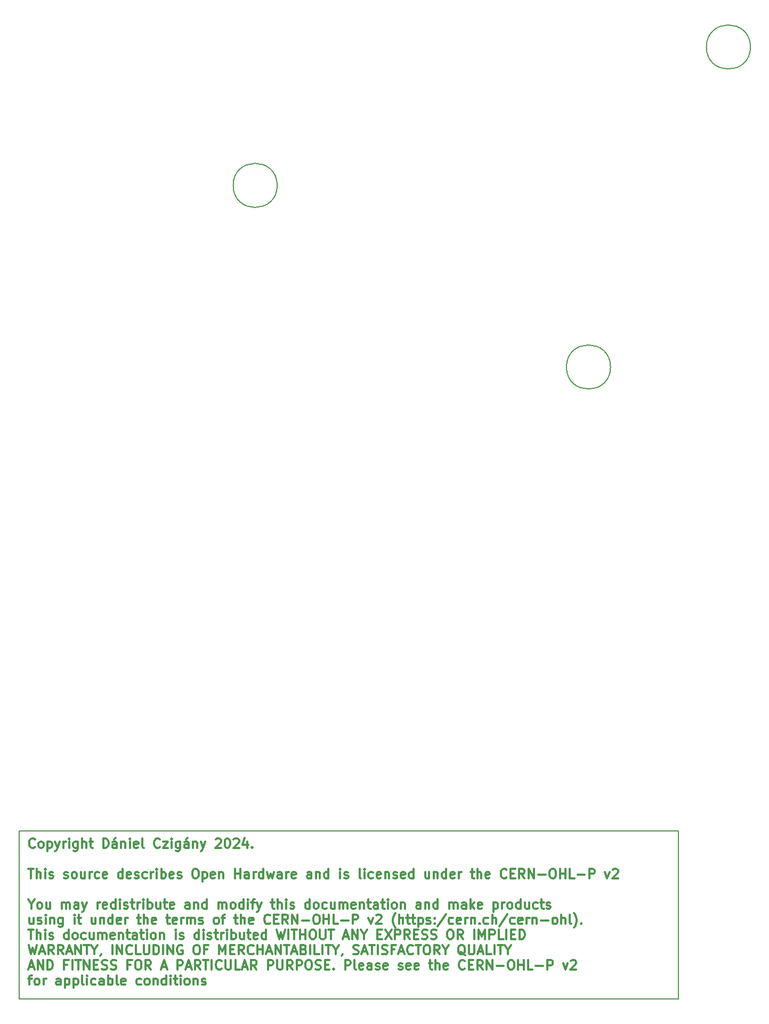
<source format=gbr>
%TF.GenerationSoftware,KiCad,Pcbnew,8.0.6-8.0.6-0~ubuntu24.04.1*%
%TF.CreationDate,2024-11-13T00:59:24+01:00*%
%TF.ProjectId,TinyTimer_V01,54696e79-5469-46d6-9572-5f5630312e6b,rev?*%
%TF.SameCoordinates,Original*%
%TF.FileFunction,Other,Comment*%
%FSLAX46Y46*%
G04 Gerber Fmt 4.6, Leading zero omitted, Abs format (unit mm)*
G04 Created by KiCad (PCBNEW 8.0.6-8.0.6-0~ubuntu24.04.1) date 2024-11-13 00:59:24*
%MOMM*%
%LPD*%
G01*
G04 APERTURE LIST*
%ADD10C,0.300000*%
%ADD11C,0.200000*%
%ADD12C,0.150000*%
G04 APERTURE END LIST*
D10*
X-23815847Y-72387971D02*
X-23887275Y-72459400D01*
X-23887275Y-72459400D02*
X-24101561Y-72530828D01*
X-24101561Y-72530828D02*
X-24244418Y-72530828D01*
X-24244418Y-72530828D02*
X-24458704Y-72459400D01*
X-24458704Y-72459400D02*
X-24601561Y-72316542D01*
X-24601561Y-72316542D02*
X-24672990Y-72173685D01*
X-24672990Y-72173685D02*
X-24744418Y-71887971D01*
X-24744418Y-71887971D02*
X-24744418Y-71673685D01*
X-24744418Y-71673685D02*
X-24672990Y-71387971D01*
X-24672990Y-71387971D02*
X-24601561Y-71245114D01*
X-24601561Y-71245114D02*
X-24458704Y-71102257D01*
X-24458704Y-71102257D02*
X-24244418Y-71030828D01*
X-24244418Y-71030828D02*
X-24101561Y-71030828D01*
X-24101561Y-71030828D02*
X-23887275Y-71102257D01*
X-23887275Y-71102257D02*
X-23815847Y-71173685D01*
X-22958704Y-72530828D02*
X-23101561Y-72459400D01*
X-23101561Y-72459400D02*
X-23172990Y-72387971D01*
X-23172990Y-72387971D02*
X-23244418Y-72245114D01*
X-23244418Y-72245114D02*
X-23244418Y-71816542D01*
X-23244418Y-71816542D02*
X-23172990Y-71673685D01*
X-23172990Y-71673685D02*
X-23101561Y-71602257D01*
X-23101561Y-71602257D02*
X-22958704Y-71530828D01*
X-22958704Y-71530828D02*
X-22744418Y-71530828D01*
X-22744418Y-71530828D02*
X-22601561Y-71602257D01*
X-22601561Y-71602257D02*
X-22530132Y-71673685D01*
X-22530132Y-71673685D02*
X-22458704Y-71816542D01*
X-22458704Y-71816542D02*
X-22458704Y-72245114D01*
X-22458704Y-72245114D02*
X-22530132Y-72387971D01*
X-22530132Y-72387971D02*
X-22601561Y-72459400D01*
X-22601561Y-72459400D02*
X-22744418Y-72530828D01*
X-22744418Y-72530828D02*
X-22958704Y-72530828D01*
X-21815847Y-71530828D02*
X-21815847Y-73030828D01*
X-21815847Y-71602257D02*
X-21672989Y-71530828D01*
X-21672989Y-71530828D02*
X-21387275Y-71530828D01*
X-21387275Y-71530828D02*
X-21244418Y-71602257D01*
X-21244418Y-71602257D02*
X-21172989Y-71673685D01*
X-21172989Y-71673685D02*
X-21101561Y-71816542D01*
X-21101561Y-71816542D02*
X-21101561Y-72245114D01*
X-21101561Y-72245114D02*
X-21172989Y-72387971D01*
X-21172989Y-72387971D02*
X-21244418Y-72459400D01*
X-21244418Y-72459400D02*
X-21387275Y-72530828D01*
X-21387275Y-72530828D02*
X-21672989Y-72530828D01*
X-21672989Y-72530828D02*
X-21815847Y-72459400D01*
X-20601561Y-71530828D02*
X-20244418Y-72530828D01*
X-19887275Y-71530828D02*
X-20244418Y-72530828D01*
X-20244418Y-72530828D02*
X-20387275Y-72887971D01*
X-20387275Y-72887971D02*
X-20458704Y-72959400D01*
X-20458704Y-72959400D02*
X-20601561Y-73030828D01*
X-19315847Y-72530828D02*
X-19315847Y-71530828D01*
X-19315847Y-71816542D02*
X-19244418Y-71673685D01*
X-19244418Y-71673685D02*
X-19172989Y-71602257D01*
X-19172989Y-71602257D02*
X-19030132Y-71530828D01*
X-19030132Y-71530828D02*
X-18887275Y-71530828D01*
X-18387276Y-72530828D02*
X-18387276Y-71530828D01*
X-18387276Y-71030828D02*
X-18458704Y-71102257D01*
X-18458704Y-71102257D02*
X-18387276Y-71173685D01*
X-18387276Y-71173685D02*
X-18315847Y-71102257D01*
X-18315847Y-71102257D02*
X-18387276Y-71030828D01*
X-18387276Y-71030828D02*
X-18387276Y-71173685D01*
X-17030132Y-71530828D02*
X-17030132Y-72745114D01*
X-17030132Y-72745114D02*
X-17101561Y-72887971D01*
X-17101561Y-72887971D02*
X-17172990Y-72959400D01*
X-17172990Y-72959400D02*
X-17315847Y-73030828D01*
X-17315847Y-73030828D02*
X-17530132Y-73030828D01*
X-17530132Y-73030828D02*
X-17672990Y-72959400D01*
X-17030132Y-72459400D02*
X-17172990Y-72530828D01*
X-17172990Y-72530828D02*
X-17458704Y-72530828D01*
X-17458704Y-72530828D02*
X-17601561Y-72459400D01*
X-17601561Y-72459400D02*
X-17672990Y-72387971D01*
X-17672990Y-72387971D02*
X-17744418Y-72245114D01*
X-17744418Y-72245114D02*
X-17744418Y-71816542D01*
X-17744418Y-71816542D02*
X-17672990Y-71673685D01*
X-17672990Y-71673685D02*
X-17601561Y-71602257D01*
X-17601561Y-71602257D02*
X-17458704Y-71530828D01*
X-17458704Y-71530828D02*
X-17172990Y-71530828D01*
X-17172990Y-71530828D02*
X-17030132Y-71602257D01*
X-16315847Y-72530828D02*
X-16315847Y-71030828D01*
X-15672989Y-72530828D02*
X-15672989Y-71745114D01*
X-15672989Y-71745114D02*
X-15744418Y-71602257D01*
X-15744418Y-71602257D02*
X-15887275Y-71530828D01*
X-15887275Y-71530828D02*
X-16101561Y-71530828D01*
X-16101561Y-71530828D02*
X-16244418Y-71602257D01*
X-16244418Y-71602257D02*
X-16315847Y-71673685D01*
X-15172989Y-71530828D02*
X-14601561Y-71530828D01*
X-14958704Y-71030828D02*
X-14958704Y-72316542D01*
X-14958704Y-72316542D02*
X-14887275Y-72459400D01*
X-14887275Y-72459400D02*
X-14744418Y-72530828D01*
X-14744418Y-72530828D02*
X-14601561Y-72530828D01*
X-12958704Y-72530828D02*
X-12958704Y-71030828D01*
X-12958704Y-71030828D02*
X-12601561Y-71030828D01*
X-12601561Y-71030828D02*
X-12387275Y-71102257D01*
X-12387275Y-71102257D02*
X-12244418Y-71245114D01*
X-12244418Y-71245114D02*
X-12172989Y-71387971D01*
X-12172989Y-71387971D02*
X-12101561Y-71673685D01*
X-12101561Y-71673685D02*
X-12101561Y-71887971D01*
X-12101561Y-71887971D02*
X-12172989Y-72173685D01*
X-12172989Y-72173685D02*
X-12244418Y-72316542D01*
X-12244418Y-72316542D02*
X-12387275Y-72459400D01*
X-12387275Y-72459400D02*
X-12601561Y-72530828D01*
X-12601561Y-72530828D02*
X-12958704Y-72530828D01*
X-10815846Y-72530828D02*
X-10815846Y-71745114D01*
X-10815846Y-71745114D02*
X-10887275Y-71602257D01*
X-10887275Y-71602257D02*
X-11030132Y-71530828D01*
X-11030132Y-71530828D02*
X-11315846Y-71530828D01*
X-11315846Y-71530828D02*
X-11458704Y-71602257D01*
X-10815846Y-72459400D02*
X-10958704Y-72530828D01*
X-10958704Y-72530828D02*
X-11315846Y-72530828D01*
X-11315846Y-72530828D02*
X-11458704Y-72459400D01*
X-11458704Y-72459400D02*
X-11530132Y-72316542D01*
X-11530132Y-72316542D02*
X-11530132Y-72173685D01*
X-11530132Y-72173685D02*
X-11458704Y-72030828D01*
X-11458704Y-72030828D02*
X-11315846Y-71959400D01*
X-11315846Y-71959400D02*
X-10958704Y-71959400D01*
X-10958704Y-71959400D02*
X-10815846Y-71887971D01*
X-11030132Y-70959400D02*
X-11244418Y-71173685D01*
X-10101561Y-71530828D02*
X-10101561Y-72530828D01*
X-10101561Y-71673685D02*
X-10030132Y-71602257D01*
X-10030132Y-71602257D02*
X-9887275Y-71530828D01*
X-9887275Y-71530828D02*
X-9672989Y-71530828D01*
X-9672989Y-71530828D02*
X-9530132Y-71602257D01*
X-9530132Y-71602257D02*
X-9458703Y-71745114D01*
X-9458703Y-71745114D02*
X-9458703Y-72530828D01*
X-8744418Y-72530828D02*
X-8744418Y-71530828D01*
X-8744418Y-71030828D02*
X-8815846Y-71102257D01*
X-8815846Y-71102257D02*
X-8744418Y-71173685D01*
X-8744418Y-71173685D02*
X-8672989Y-71102257D01*
X-8672989Y-71102257D02*
X-8744418Y-71030828D01*
X-8744418Y-71030828D02*
X-8744418Y-71173685D01*
X-7458703Y-72459400D02*
X-7601560Y-72530828D01*
X-7601560Y-72530828D02*
X-7887274Y-72530828D01*
X-7887274Y-72530828D02*
X-8030132Y-72459400D01*
X-8030132Y-72459400D02*
X-8101560Y-72316542D01*
X-8101560Y-72316542D02*
X-8101560Y-71745114D01*
X-8101560Y-71745114D02*
X-8030132Y-71602257D01*
X-8030132Y-71602257D02*
X-7887274Y-71530828D01*
X-7887274Y-71530828D02*
X-7601560Y-71530828D01*
X-7601560Y-71530828D02*
X-7458703Y-71602257D01*
X-7458703Y-71602257D02*
X-7387274Y-71745114D01*
X-7387274Y-71745114D02*
X-7387274Y-71887971D01*
X-7387274Y-71887971D02*
X-8101560Y-72030828D01*
X-6530132Y-72530828D02*
X-6672989Y-72459400D01*
X-6672989Y-72459400D02*
X-6744418Y-72316542D01*
X-6744418Y-72316542D02*
X-6744418Y-71030828D01*
X-3958704Y-72387971D02*
X-4030132Y-72459400D01*
X-4030132Y-72459400D02*
X-4244418Y-72530828D01*
X-4244418Y-72530828D02*
X-4387275Y-72530828D01*
X-4387275Y-72530828D02*
X-4601561Y-72459400D01*
X-4601561Y-72459400D02*
X-4744418Y-72316542D01*
X-4744418Y-72316542D02*
X-4815847Y-72173685D01*
X-4815847Y-72173685D02*
X-4887275Y-71887971D01*
X-4887275Y-71887971D02*
X-4887275Y-71673685D01*
X-4887275Y-71673685D02*
X-4815847Y-71387971D01*
X-4815847Y-71387971D02*
X-4744418Y-71245114D01*
X-4744418Y-71245114D02*
X-4601561Y-71102257D01*
X-4601561Y-71102257D02*
X-4387275Y-71030828D01*
X-4387275Y-71030828D02*
X-4244418Y-71030828D01*
X-4244418Y-71030828D02*
X-4030132Y-71102257D01*
X-4030132Y-71102257D02*
X-3958704Y-71173685D01*
X-3458704Y-71530828D02*
X-2672989Y-71530828D01*
X-2672989Y-71530828D02*
X-3458704Y-72530828D01*
X-3458704Y-72530828D02*
X-2672989Y-72530828D01*
X-2101561Y-72530828D02*
X-2101561Y-71530828D01*
X-2101561Y-71030828D02*
X-2172989Y-71102257D01*
X-2172989Y-71102257D02*
X-2101561Y-71173685D01*
X-2101561Y-71173685D02*
X-2030132Y-71102257D01*
X-2030132Y-71102257D02*
X-2101561Y-71030828D01*
X-2101561Y-71030828D02*
X-2101561Y-71173685D01*
X-744417Y-71530828D02*
X-744417Y-72745114D01*
X-744417Y-72745114D02*
X-815846Y-72887971D01*
X-815846Y-72887971D02*
X-887275Y-72959400D01*
X-887275Y-72959400D02*
X-1030132Y-73030828D01*
X-1030132Y-73030828D02*
X-1244417Y-73030828D01*
X-1244417Y-73030828D02*
X-1387275Y-72959400D01*
X-744417Y-72459400D02*
X-887275Y-72530828D01*
X-887275Y-72530828D02*
X-1172989Y-72530828D01*
X-1172989Y-72530828D02*
X-1315846Y-72459400D01*
X-1315846Y-72459400D02*
X-1387275Y-72387971D01*
X-1387275Y-72387971D02*
X-1458703Y-72245114D01*
X-1458703Y-72245114D02*
X-1458703Y-71816542D01*
X-1458703Y-71816542D02*
X-1387275Y-71673685D01*
X-1387275Y-71673685D02*
X-1315846Y-71602257D01*
X-1315846Y-71602257D02*
X-1172989Y-71530828D01*
X-1172989Y-71530828D02*
X-887275Y-71530828D01*
X-887275Y-71530828D02*
X-744417Y-71602257D01*
X612726Y-72530828D02*
X612726Y-71745114D01*
X612726Y-71745114D02*
X541297Y-71602257D01*
X541297Y-71602257D02*
X398440Y-71530828D01*
X398440Y-71530828D02*
X112726Y-71530828D01*
X112726Y-71530828D02*
X-30132Y-71602257D01*
X612726Y-72459400D02*
X469868Y-72530828D01*
X469868Y-72530828D02*
X112726Y-72530828D01*
X112726Y-72530828D02*
X-30132Y-72459400D01*
X-30132Y-72459400D02*
X-101560Y-72316542D01*
X-101560Y-72316542D02*
X-101560Y-72173685D01*
X-101560Y-72173685D02*
X-30132Y-72030828D01*
X-30132Y-72030828D02*
X112726Y-71959400D01*
X112726Y-71959400D02*
X469868Y-71959400D01*
X469868Y-71959400D02*
X612726Y-71887971D01*
X398440Y-70959400D02*
X184154Y-71173685D01*
X1327011Y-71530828D02*
X1327011Y-72530828D01*
X1327011Y-71673685D02*
X1398440Y-71602257D01*
X1398440Y-71602257D02*
X1541297Y-71530828D01*
X1541297Y-71530828D02*
X1755583Y-71530828D01*
X1755583Y-71530828D02*
X1898440Y-71602257D01*
X1898440Y-71602257D02*
X1969869Y-71745114D01*
X1969869Y-71745114D02*
X1969869Y-72530828D01*
X2541297Y-71530828D02*
X2898440Y-72530828D01*
X3255583Y-71530828D02*
X2898440Y-72530828D01*
X2898440Y-72530828D02*
X2755583Y-72887971D01*
X2755583Y-72887971D02*
X2684154Y-72959400D01*
X2684154Y-72959400D02*
X2541297Y-73030828D01*
X4898440Y-71173685D02*
X4969868Y-71102257D01*
X4969868Y-71102257D02*
X5112726Y-71030828D01*
X5112726Y-71030828D02*
X5469868Y-71030828D01*
X5469868Y-71030828D02*
X5612726Y-71102257D01*
X5612726Y-71102257D02*
X5684154Y-71173685D01*
X5684154Y-71173685D02*
X5755583Y-71316542D01*
X5755583Y-71316542D02*
X5755583Y-71459400D01*
X5755583Y-71459400D02*
X5684154Y-71673685D01*
X5684154Y-71673685D02*
X4827011Y-72530828D01*
X4827011Y-72530828D02*
X5755583Y-72530828D01*
X6684154Y-71030828D02*
X6827011Y-71030828D01*
X6827011Y-71030828D02*
X6969868Y-71102257D01*
X6969868Y-71102257D02*
X7041297Y-71173685D01*
X7041297Y-71173685D02*
X7112725Y-71316542D01*
X7112725Y-71316542D02*
X7184154Y-71602257D01*
X7184154Y-71602257D02*
X7184154Y-71959400D01*
X7184154Y-71959400D02*
X7112725Y-72245114D01*
X7112725Y-72245114D02*
X7041297Y-72387971D01*
X7041297Y-72387971D02*
X6969868Y-72459400D01*
X6969868Y-72459400D02*
X6827011Y-72530828D01*
X6827011Y-72530828D02*
X6684154Y-72530828D01*
X6684154Y-72530828D02*
X6541297Y-72459400D01*
X6541297Y-72459400D02*
X6469868Y-72387971D01*
X6469868Y-72387971D02*
X6398439Y-72245114D01*
X6398439Y-72245114D02*
X6327011Y-71959400D01*
X6327011Y-71959400D02*
X6327011Y-71602257D01*
X6327011Y-71602257D02*
X6398439Y-71316542D01*
X6398439Y-71316542D02*
X6469868Y-71173685D01*
X6469868Y-71173685D02*
X6541297Y-71102257D01*
X6541297Y-71102257D02*
X6684154Y-71030828D01*
X7755582Y-71173685D02*
X7827010Y-71102257D01*
X7827010Y-71102257D02*
X7969868Y-71030828D01*
X7969868Y-71030828D02*
X8327010Y-71030828D01*
X8327010Y-71030828D02*
X8469868Y-71102257D01*
X8469868Y-71102257D02*
X8541296Y-71173685D01*
X8541296Y-71173685D02*
X8612725Y-71316542D01*
X8612725Y-71316542D02*
X8612725Y-71459400D01*
X8612725Y-71459400D02*
X8541296Y-71673685D01*
X8541296Y-71673685D02*
X7684153Y-72530828D01*
X7684153Y-72530828D02*
X8612725Y-72530828D01*
X9898439Y-71530828D02*
X9898439Y-72530828D01*
X9541296Y-70959400D02*
X9184153Y-72030828D01*
X9184153Y-72030828D02*
X10112724Y-72030828D01*
X10684152Y-72387971D02*
X10755581Y-72459400D01*
X10755581Y-72459400D02*
X10684152Y-72530828D01*
X10684152Y-72530828D02*
X10612724Y-72459400D01*
X10612724Y-72459400D02*
X10684152Y-72387971D01*
X10684152Y-72387971D02*
X10684152Y-72530828D01*
X-24887275Y-75860660D02*
X-24030132Y-75860660D01*
X-24458704Y-77360660D02*
X-24458704Y-75860660D01*
X-23530133Y-77360660D02*
X-23530133Y-75860660D01*
X-22887275Y-77360660D02*
X-22887275Y-76574946D01*
X-22887275Y-76574946D02*
X-22958704Y-76432089D01*
X-22958704Y-76432089D02*
X-23101561Y-76360660D01*
X-23101561Y-76360660D02*
X-23315847Y-76360660D01*
X-23315847Y-76360660D02*
X-23458704Y-76432089D01*
X-23458704Y-76432089D02*
X-23530133Y-76503517D01*
X-22172990Y-77360660D02*
X-22172990Y-76360660D01*
X-22172990Y-75860660D02*
X-22244418Y-75932089D01*
X-22244418Y-75932089D02*
X-22172990Y-76003517D01*
X-22172990Y-76003517D02*
X-22101561Y-75932089D01*
X-22101561Y-75932089D02*
X-22172990Y-75860660D01*
X-22172990Y-75860660D02*
X-22172990Y-76003517D01*
X-21530132Y-77289232D02*
X-21387275Y-77360660D01*
X-21387275Y-77360660D02*
X-21101561Y-77360660D01*
X-21101561Y-77360660D02*
X-20958704Y-77289232D01*
X-20958704Y-77289232D02*
X-20887275Y-77146374D01*
X-20887275Y-77146374D02*
X-20887275Y-77074946D01*
X-20887275Y-77074946D02*
X-20958704Y-76932089D01*
X-20958704Y-76932089D02*
X-21101561Y-76860660D01*
X-21101561Y-76860660D02*
X-21315846Y-76860660D01*
X-21315846Y-76860660D02*
X-21458704Y-76789232D01*
X-21458704Y-76789232D02*
X-21530132Y-76646374D01*
X-21530132Y-76646374D02*
X-21530132Y-76574946D01*
X-21530132Y-76574946D02*
X-21458704Y-76432089D01*
X-21458704Y-76432089D02*
X-21315846Y-76360660D01*
X-21315846Y-76360660D02*
X-21101561Y-76360660D01*
X-21101561Y-76360660D02*
X-20958704Y-76432089D01*
X-19172989Y-77289232D02*
X-19030132Y-77360660D01*
X-19030132Y-77360660D02*
X-18744418Y-77360660D01*
X-18744418Y-77360660D02*
X-18601561Y-77289232D01*
X-18601561Y-77289232D02*
X-18530132Y-77146374D01*
X-18530132Y-77146374D02*
X-18530132Y-77074946D01*
X-18530132Y-77074946D02*
X-18601561Y-76932089D01*
X-18601561Y-76932089D02*
X-18744418Y-76860660D01*
X-18744418Y-76860660D02*
X-18958703Y-76860660D01*
X-18958703Y-76860660D02*
X-19101561Y-76789232D01*
X-19101561Y-76789232D02*
X-19172989Y-76646374D01*
X-19172989Y-76646374D02*
X-19172989Y-76574946D01*
X-19172989Y-76574946D02*
X-19101561Y-76432089D01*
X-19101561Y-76432089D02*
X-18958703Y-76360660D01*
X-18958703Y-76360660D02*
X-18744418Y-76360660D01*
X-18744418Y-76360660D02*
X-18601561Y-76432089D01*
X-17672989Y-77360660D02*
X-17815846Y-77289232D01*
X-17815846Y-77289232D02*
X-17887275Y-77217803D01*
X-17887275Y-77217803D02*
X-17958703Y-77074946D01*
X-17958703Y-77074946D02*
X-17958703Y-76646374D01*
X-17958703Y-76646374D02*
X-17887275Y-76503517D01*
X-17887275Y-76503517D02*
X-17815846Y-76432089D01*
X-17815846Y-76432089D02*
X-17672989Y-76360660D01*
X-17672989Y-76360660D02*
X-17458703Y-76360660D01*
X-17458703Y-76360660D02*
X-17315846Y-76432089D01*
X-17315846Y-76432089D02*
X-17244417Y-76503517D01*
X-17244417Y-76503517D02*
X-17172989Y-76646374D01*
X-17172989Y-76646374D02*
X-17172989Y-77074946D01*
X-17172989Y-77074946D02*
X-17244417Y-77217803D01*
X-17244417Y-77217803D02*
X-17315846Y-77289232D01*
X-17315846Y-77289232D02*
X-17458703Y-77360660D01*
X-17458703Y-77360660D02*
X-17672989Y-77360660D01*
X-15887274Y-76360660D02*
X-15887274Y-77360660D01*
X-16530132Y-76360660D02*
X-16530132Y-77146374D01*
X-16530132Y-77146374D02*
X-16458703Y-77289232D01*
X-16458703Y-77289232D02*
X-16315846Y-77360660D01*
X-16315846Y-77360660D02*
X-16101560Y-77360660D01*
X-16101560Y-77360660D02*
X-15958703Y-77289232D01*
X-15958703Y-77289232D02*
X-15887274Y-77217803D01*
X-15172989Y-77360660D02*
X-15172989Y-76360660D01*
X-15172989Y-76646374D02*
X-15101560Y-76503517D01*
X-15101560Y-76503517D02*
X-15030131Y-76432089D01*
X-15030131Y-76432089D02*
X-14887274Y-76360660D01*
X-14887274Y-76360660D02*
X-14744417Y-76360660D01*
X-13601560Y-77289232D02*
X-13744418Y-77360660D01*
X-13744418Y-77360660D02*
X-14030132Y-77360660D01*
X-14030132Y-77360660D02*
X-14172989Y-77289232D01*
X-14172989Y-77289232D02*
X-14244418Y-77217803D01*
X-14244418Y-77217803D02*
X-14315846Y-77074946D01*
X-14315846Y-77074946D02*
X-14315846Y-76646374D01*
X-14315846Y-76646374D02*
X-14244418Y-76503517D01*
X-14244418Y-76503517D02*
X-14172989Y-76432089D01*
X-14172989Y-76432089D02*
X-14030132Y-76360660D01*
X-14030132Y-76360660D02*
X-13744418Y-76360660D01*
X-13744418Y-76360660D02*
X-13601560Y-76432089D01*
X-12387275Y-77289232D02*
X-12530132Y-77360660D01*
X-12530132Y-77360660D02*
X-12815846Y-77360660D01*
X-12815846Y-77360660D02*
X-12958704Y-77289232D01*
X-12958704Y-77289232D02*
X-13030132Y-77146374D01*
X-13030132Y-77146374D02*
X-13030132Y-76574946D01*
X-13030132Y-76574946D02*
X-12958704Y-76432089D01*
X-12958704Y-76432089D02*
X-12815846Y-76360660D01*
X-12815846Y-76360660D02*
X-12530132Y-76360660D01*
X-12530132Y-76360660D02*
X-12387275Y-76432089D01*
X-12387275Y-76432089D02*
X-12315846Y-76574946D01*
X-12315846Y-76574946D02*
X-12315846Y-76717803D01*
X-12315846Y-76717803D02*
X-13030132Y-76860660D01*
X-9887275Y-77360660D02*
X-9887275Y-75860660D01*
X-9887275Y-77289232D02*
X-10030133Y-77360660D01*
X-10030133Y-77360660D02*
X-10315847Y-77360660D01*
X-10315847Y-77360660D02*
X-10458704Y-77289232D01*
X-10458704Y-77289232D02*
X-10530133Y-77217803D01*
X-10530133Y-77217803D02*
X-10601561Y-77074946D01*
X-10601561Y-77074946D02*
X-10601561Y-76646374D01*
X-10601561Y-76646374D02*
X-10530133Y-76503517D01*
X-10530133Y-76503517D02*
X-10458704Y-76432089D01*
X-10458704Y-76432089D02*
X-10315847Y-76360660D01*
X-10315847Y-76360660D02*
X-10030133Y-76360660D01*
X-10030133Y-76360660D02*
X-9887275Y-76432089D01*
X-8601561Y-77289232D02*
X-8744418Y-77360660D01*
X-8744418Y-77360660D02*
X-9030132Y-77360660D01*
X-9030132Y-77360660D02*
X-9172990Y-77289232D01*
X-9172990Y-77289232D02*
X-9244418Y-77146374D01*
X-9244418Y-77146374D02*
X-9244418Y-76574946D01*
X-9244418Y-76574946D02*
X-9172990Y-76432089D01*
X-9172990Y-76432089D02*
X-9030132Y-76360660D01*
X-9030132Y-76360660D02*
X-8744418Y-76360660D01*
X-8744418Y-76360660D02*
X-8601561Y-76432089D01*
X-8601561Y-76432089D02*
X-8530132Y-76574946D01*
X-8530132Y-76574946D02*
X-8530132Y-76717803D01*
X-8530132Y-76717803D02*
X-9244418Y-76860660D01*
X-7958704Y-77289232D02*
X-7815847Y-77360660D01*
X-7815847Y-77360660D02*
X-7530133Y-77360660D01*
X-7530133Y-77360660D02*
X-7387276Y-77289232D01*
X-7387276Y-77289232D02*
X-7315847Y-77146374D01*
X-7315847Y-77146374D02*
X-7315847Y-77074946D01*
X-7315847Y-77074946D02*
X-7387276Y-76932089D01*
X-7387276Y-76932089D02*
X-7530133Y-76860660D01*
X-7530133Y-76860660D02*
X-7744418Y-76860660D01*
X-7744418Y-76860660D02*
X-7887276Y-76789232D01*
X-7887276Y-76789232D02*
X-7958704Y-76646374D01*
X-7958704Y-76646374D02*
X-7958704Y-76574946D01*
X-7958704Y-76574946D02*
X-7887276Y-76432089D01*
X-7887276Y-76432089D02*
X-7744418Y-76360660D01*
X-7744418Y-76360660D02*
X-7530133Y-76360660D01*
X-7530133Y-76360660D02*
X-7387276Y-76432089D01*
X-6030132Y-77289232D02*
X-6172990Y-77360660D01*
X-6172990Y-77360660D02*
X-6458704Y-77360660D01*
X-6458704Y-77360660D02*
X-6601561Y-77289232D01*
X-6601561Y-77289232D02*
X-6672990Y-77217803D01*
X-6672990Y-77217803D02*
X-6744418Y-77074946D01*
X-6744418Y-77074946D02*
X-6744418Y-76646374D01*
X-6744418Y-76646374D02*
X-6672990Y-76503517D01*
X-6672990Y-76503517D02*
X-6601561Y-76432089D01*
X-6601561Y-76432089D02*
X-6458704Y-76360660D01*
X-6458704Y-76360660D02*
X-6172990Y-76360660D01*
X-6172990Y-76360660D02*
X-6030132Y-76432089D01*
X-5387276Y-77360660D02*
X-5387276Y-76360660D01*
X-5387276Y-76646374D02*
X-5315847Y-76503517D01*
X-5315847Y-76503517D02*
X-5244418Y-76432089D01*
X-5244418Y-76432089D02*
X-5101561Y-76360660D01*
X-5101561Y-76360660D02*
X-4958704Y-76360660D01*
X-4458705Y-77360660D02*
X-4458705Y-76360660D01*
X-4458705Y-75860660D02*
X-4530133Y-75932089D01*
X-4530133Y-75932089D02*
X-4458705Y-76003517D01*
X-4458705Y-76003517D02*
X-4387276Y-75932089D01*
X-4387276Y-75932089D02*
X-4458705Y-75860660D01*
X-4458705Y-75860660D02*
X-4458705Y-76003517D01*
X-3744419Y-77360660D02*
X-3744419Y-75860660D01*
X-3744419Y-76432089D02*
X-3601561Y-76360660D01*
X-3601561Y-76360660D02*
X-3315847Y-76360660D01*
X-3315847Y-76360660D02*
X-3172990Y-76432089D01*
X-3172990Y-76432089D02*
X-3101561Y-76503517D01*
X-3101561Y-76503517D02*
X-3030133Y-76646374D01*
X-3030133Y-76646374D02*
X-3030133Y-77074946D01*
X-3030133Y-77074946D02*
X-3101561Y-77217803D01*
X-3101561Y-77217803D02*
X-3172990Y-77289232D01*
X-3172990Y-77289232D02*
X-3315847Y-77360660D01*
X-3315847Y-77360660D02*
X-3601561Y-77360660D01*
X-3601561Y-77360660D02*
X-3744419Y-77289232D01*
X-1815847Y-77289232D02*
X-1958704Y-77360660D01*
X-1958704Y-77360660D02*
X-2244418Y-77360660D01*
X-2244418Y-77360660D02*
X-2387276Y-77289232D01*
X-2387276Y-77289232D02*
X-2458704Y-77146374D01*
X-2458704Y-77146374D02*
X-2458704Y-76574946D01*
X-2458704Y-76574946D02*
X-2387276Y-76432089D01*
X-2387276Y-76432089D02*
X-2244418Y-76360660D01*
X-2244418Y-76360660D02*
X-1958704Y-76360660D01*
X-1958704Y-76360660D02*
X-1815847Y-76432089D01*
X-1815847Y-76432089D02*
X-1744418Y-76574946D01*
X-1744418Y-76574946D02*
X-1744418Y-76717803D01*
X-1744418Y-76717803D02*
X-2458704Y-76860660D01*
X-1172990Y-77289232D02*
X-1030133Y-77360660D01*
X-1030133Y-77360660D02*
X-744419Y-77360660D01*
X-744419Y-77360660D02*
X-601562Y-77289232D01*
X-601562Y-77289232D02*
X-530133Y-77146374D01*
X-530133Y-77146374D02*
X-530133Y-77074946D01*
X-530133Y-77074946D02*
X-601562Y-76932089D01*
X-601562Y-76932089D02*
X-744419Y-76860660D01*
X-744419Y-76860660D02*
X-958704Y-76860660D01*
X-958704Y-76860660D02*
X-1101562Y-76789232D01*
X-1101562Y-76789232D02*
X-1172990Y-76646374D01*
X-1172990Y-76646374D02*
X-1172990Y-76574946D01*
X-1172990Y-76574946D02*
X-1101562Y-76432089D01*
X-1101562Y-76432089D02*
X-958704Y-76360660D01*
X-958704Y-76360660D02*
X-744419Y-76360660D01*
X-744419Y-76360660D02*
X-601562Y-76432089D01*
X1541296Y-75860660D02*
X1827010Y-75860660D01*
X1827010Y-75860660D02*
X1969867Y-75932089D01*
X1969867Y-75932089D02*
X2112724Y-76074946D01*
X2112724Y-76074946D02*
X2184153Y-76360660D01*
X2184153Y-76360660D02*
X2184153Y-76860660D01*
X2184153Y-76860660D02*
X2112724Y-77146374D01*
X2112724Y-77146374D02*
X1969867Y-77289232D01*
X1969867Y-77289232D02*
X1827010Y-77360660D01*
X1827010Y-77360660D02*
X1541296Y-77360660D01*
X1541296Y-77360660D02*
X1398439Y-77289232D01*
X1398439Y-77289232D02*
X1255581Y-77146374D01*
X1255581Y-77146374D02*
X1184153Y-76860660D01*
X1184153Y-76860660D02*
X1184153Y-76360660D01*
X1184153Y-76360660D02*
X1255581Y-76074946D01*
X1255581Y-76074946D02*
X1398439Y-75932089D01*
X1398439Y-75932089D02*
X1541296Y-75860660D01*
X2827010Y-76360660D02*
X2827010Y-77860660D01*
X2827010Y-76432089D02*
X2969868Y-76360660D01*
X2969868Y-76360660D02*
X3255582Y-76360660D01*
X3255582Y-76360660D02*
X3398439Y-76432089D01*
X3398439Y-76432089D02*
X3469868Y-76503517D01*
X3469868Y-76503517D02*
X3541296Y-76646374D01*
X3541296Y-76646374D02*
X3541296Y-77074946D01*
X3541296Y-77074946D02*
X3469868Y-77217803D01*
X3469868Y-77217803D02*
X3398439Y-77289232D01*
X3398439Y-77289232D02*
X3255582Y-77360660D01*
X3255582Y-77360660D02*
X2969868Y-77360660D01*
X2969868Y-77360660D02*
X2827010Y-77289232D01*
X4755582Y-77289232D02*
X4612725Y-77360660D01*
X4612725Y-77360660D02*
X4327011Y-77360660D01*
X4327011Y-77360660D02*
X4184153Y-77289232D01*
X4184153Y-77289232D02*
X4112725Y-77146374D01*
X4112725Y-77146374D02*
X4112725Y-76574946D01*
X4112725Y-76574946D02*
X4184153Y-76432089D01*
X4184153Y-76432089D02*
X4327011Y-76360660D01*
X4327011Y-76360660D02*
X4612725Y-76360660D01*
X4612725Y-76360660D02*
X4755582Y-76432089D01*
X4755582Y-76432089D02*
X4827011Y-76574946D01*
X4827011Y-76574946D02*
X4827011Y-76717803D01*
X4827011Y-76717803D02*
X4112725Y-76860660D01*
X5469867Y-76360660D02*
X5469867Y-77360660D01*
X5469867Y-76503517D02*
X5541296Y-76432089D01*
X5541296Y-76432089D02*
X5684153Y-76360660D01*
X5684153Y-76360660D02*
X5898439Y-76360660D01*
X5898439Y-76360660D02*
X6041296Y-76432089D01*
X6041296Y-76432089D02*
X6112725Y-76574946D01*
X6112725Y-76574946D02*
X6112725Y-77360660D01*
X7969867Y-77360660D02*
X7969867Y-75860660D01*
X7969867Y-76574946D02*
X8827010Y-76574946D01*
X8827010Y-77360660D02*
X8827010Y-75860660D01*
X10184154Y-77360660D02*
X10184154Y-76574946D01*
X10184154Y-76574946D02*
X10112725Y-76432089D01*
X10112725Y-76432089D02*
X9969868Y-76360660D01*
X9969868Y-76360660D02*
X9684154Y-76360660D01*
X9684154Y-76360660D02*
X9541296Y-76432089D01*
X10184154Y-77289232D02*
X10041296Y-77360660D01*
X10041296Y-77360660D02*
X9684154Y-77360660D01*
X9684154Y-77360660D02*
X9541296Y-77289232D01*
X9541296Y-77289232D02*
X9469868Y-77146374D01*
X9469868Y-77146374D02*
X9469868Y-77003517D01*
X9469868Y-77003517D02*
X9541296Y-76860660D01*
X9541296Y-76860660D02*
X9684154Y-76789232D01*
X9684154Y-76789232D02*
X10041296Y-76789232D01*
X10041296Y-76789232D02*
X10184154Y-76717803D01*
X10898439Y-77360660D02*
X10898439Y-76360660D01*
X10898439Y-76646374D02*
X10969868Y-76503517D01*
X10969868Y-76503517D02*
X11041297Y-76432089D01*
X11041297Y-76432089D02*
X11184154Y-76360660D01*
X11184154Y-76360660D02*
X11327011Y-76360660D01*
X12469868Y-77360660D02*
X12469868Y-75860660D01*
X12469868Y-77289232D02*
X12327010Y-77360660D01*
X12327010Y-77360660D02*
X12041296Y-77360660D01*
X12041296Y-77360660D02*
X11898439Y-77289232D01*
X11898439Y-77289232D02*
X11827010Y-77217803D01*
X11827010Y-77217803D02*
X11755582Y-77074946D01*
X11755582Y-77074946D02*
X11755582Y-76646374D01*
X11755582Y-76646374D02*
X11827010Y-76503517D01*
X11827010Y-76503517D02*
X11898439Y-76432089D01*
X11898439Y-76432089D02*
X12041296Y-76360660D01*
X12041296Y-76360660D02*
X12327010Y-76360660D01*
X12327010Y-76360660D02*
X12469868Y-76432089D01*
X13041296Y-76360660D02*
X13327011Y-77360660D01*
X13327011Y-77360660D02*
X13612725Y-76646374D01*
X13612725Y-76646374D02*
X13898439Y-77360660D01*
X13898439Y-77360660D02*
X14184153Y-76360660D01*
X15398440Y-77360660D02*
X15398440Y-76574946D01*
X15398440Y-76574946D02*
X15327011Y-76432089D01*
X15327011Y-76432089D02*
X15184154Y-76360660D01*
X15184154Y-76360660D02*
X14898440Y-76360660D01*
X14898440Y-76360660D02*
X14755582Y-76432089D01*
X15398440Y-77289232D02*
X15255582Y-77360660D01*
X15255582Y-77360660D02*
X14898440Y-77360660D01*
X14898440Y-77360660D02*
X14755582Y-77289232D01*
X14755582Y-77289232D02*
X14684154Y-77146374D01*
X14684154Y-77146374D02*
X14684154Y-77003517D01*
X14684154Y-77003517D02*
X14755582Y-76860660D01*
X14755582Y-76860660D02*
X14898440Y-76789232D01*
X14898440Y-76789232D02*
X15255582Y-76789232D01*
X15255582Y-76789232D02*
X15398440Y-76717803D01*
X16112725Y-77360660D02*
X16112725Y-76360660D01*
X16112725Y-76646374D02*
X16184154Y-76503517D01*
X16184154Y-76503517D02*
X16255583Y-76432089D01*
X16255583Y-76432089D02*
X16398440Y-76360660D01*
X16398440Y-76360660D02*
X16541297Y-76360660D01*
X17612725Y-77289232D02*
X17469868Y-77360660D01*
X17469868Y-77360660D02*
X17184154Y-77360660D01*
X17184154Y-77360660D02*
X17041296Y-77289232D01*
X17041296Y-77289232D02*
X16969868Y-77146374D01*
X16969868Y-77146374D02*
X16969868Y-76574946D01*
X16969868Y-76574946D02*
X17041296Y-76432089D01*
X17041296Y-76432089D02*
X17184154Y-76360660D01*
X17184154Y-76360660D02*
X17469868Y-76360660D01*
X17469868Y-76360660D02*
X17612725Y-76432089D01*
X17612725Y-76432089D02*
X17684154Y-76574946D01*
X17684154Y-76574946D02*
X17684154Y-76717803D01*
X17684154Y-76717803D02*
X16969868Y-76860660D01*
X20112725Y-77360660D02*
X20112725Y-76574946D01*
X20112725Y-76574946D02*
X20041296Y-76432089D01*
X20041296Y-76432089D02*
X19898439Y-76360660D01*
X19898439Y-76360660D02*
X19612725Y-76360660D01*
X19612725Y-76360660D02*
X19469867Y-76432089D01*
X20112725Y-77289232D02*
X19969867Y-77360660D01*
X19969867Y-77360660D02*
X19612725Y-77360660D01*
X19612725Y-77360660D02*
X19469867Y-77289232D01*
X19469867Y-77289232D02*
X19398439Y-77146374D01*
X19398439Y-77146374D02*
X19398439Y-77003517D01*
X19398439Y-77003517D02*
X19469867Y-76860660D01*
X19469867Y-76860660D02*
X19612725Y-76789232D01*
X19612725Y-76789232D02*
X19969867Y-76789232D01*
X19969867Y-76789232D02*
X20112725Y-76717803D01*
X20827010Y-76360660D02*
X20827010Y-77360660D01*
X20827010Y-76503517D02*
X20898439Y-76432089D01*
X20898439Y-76432089D02*
X21041296Y-76360660D01*
X21041296Y-76360660D02*
X21255582Y-76360660D01*
X21255582Y-76360660D02*
X21398439Y-76432089D01*
X21398439Y-76432089D02*
X21469868Y-76574946D01*
X21469868Y-76574946D02*
X21469868Y-77360660D01*
X22827011Y-77360660D02*
X22827011Y-75860660D01*
X22827011Y-77289232D02*
X22684153Y-77360660D01*
X22684153Y-77360660D02*
X22398439Y-77360660D01*
X22398439Y-77360660D02*
X22255582Y-77289232D01*
X22255582Y-77289232D02*
X22184153Y-77217803D01*
X22184153Y-77217803D02*
X22112725Y-77074946D01*
X22112725Y-77074946D02*
X22112725Y-76646374D01*
X22112725Y-76646374D02*
X22184153Y-76503517D01*
X22184153Y-76503517D02*
X22255582Y-76432089D01*
X22255582Y-76432089D02*
X22398439Y-76360660D01*
X22398439Y-76360660D02*
X22684153Y-76360660D01*
X22684153Y-76360660D02*
X22827011Y-76432089D01*
X24684153Y-77360660D02*
X24684153Y-76360660D01*
X24684153Y-75860660D02*
X24612725Y-75932089D01*
X24612725Y-75932089D02*
X24684153Y-76003517D01*
X24684153Y-76003517D02*
X24755582Y-75932089D01*
X24755582Y-75932089D02*
X24684153Y-75860660D01*
X24684153Y-75860660D02*
X24684153Y-76003517D01*
X25327011Y-77289232D02*
X25469868Y-77360660D01*
X25469868Y-77360660D02*
X25755582Y-77360660D01*
X25755582Y-77360660D02*
X25898439Y-77289232D01*
X25898439Y-77289232D02*
X25969868Y-77146374D01*
X25969868Y-77146374D02*
X25969868Y-77074946D01*
X25969868Y-77074946D02*
X25898439Y-76932089D01*
X25898439Y-76932089D02*
X25755582Y-76860660D01*
X25755582Y-76860660D02*
X25541297Y-76860660D01*
X25541297Y-76860660D02*
X25398439Y-76789232D01*
X25398439Y-76789232D02*
X25327011Y-76646374D01*
X25327011Y-76646374D02*
X25327011Y-76574946D01*
X25327011Y-76574946D02*
X25398439Y-76432089D01*
X25398439Y-76432089D02*
X25541297Y-76360660D01*
X25541297Y-76360660D02*
X25755582Y-76360660D01*
X25755582Y-76360660D02*
X25898439Y-76432089D01*
X27969868Y-77360660D02*
X27827011Y-77289232D01*
X27827011Y-77289232D02*
X27755582Y-77146374D01*
X27755582Y-77146374D02*
X27755582Y-75860660D01*
X28541296Y-77360660D02*
X28541296Y-76360660D01*
X28541296Y-75860660D02*
X28469868Y-75932089D01*
X28469868Y-75932089D02*
X28541296Y-76003517D01*
X28541296Y-76003517D02*
X28612725Y-75932089D01*
X28612725Y-75932089D02*
X28541296Y-75860660D01*
X28541296Y-75860660D02*
X28541296Y-76003517D01*
X29898440Y-77289232D02*
X29755582Y-77360660D01*
X29755582Y-77360660D02*
X29469868Y-77360660D01*
X29469868Y-77360660D02*
X29327011Y-77289232D01*
X29327011Y-77289232D02*
X29255582Y-77217803D01*
X29255582Y-77217803D02*
X29184154Y-77074946D01*
X29184154Y-77074946D02*
X29184154Y-76646374D01*
X29184154Y-76646374D02*
X29255582Y-76503517D01*
X29255582Y-76503517D02*
X29327011Y-76432089D01*
X29327011Y-76432089D02*
X29469868Y-76360660D01*
X29469868Y-76360660D02*
X29755582Y-76360660D01*
X29755582Y-76360660D02*
X29898440Y-76432089D01*
X31112725Y-77289232D02*
X30969868Y-77360660D01*
X30969868Y-77360660D02*
X30684154Y-77360660D01*
X30684154Y-77360660D02*
X30541296Y-77289232D01*
X30541296Y-77289232D02*
X30469868Y-77146374D01*
X30469868Y-77146374D02*
X30469868Y-76574946D01*
X30469868Y-76574946D02*
X30541296Y-76432089D01*
X30541296Y-76432089D02*
X30684154Y-76360660D01*
X30684154Y-76360660D02*
X30969868Y-76360660D01*
X30969868Y-76360660D02*
X31112725Y-76432089D01*
X31112725Y-76432089D02*
X31184154Y-76574946D01*
X31184154Y-76574946D02*
X31184154Y-76717803D01*
X31184154Y-76717803D02*
X30469868Y-76860660D01*
X31827010Y-76360660D02*
X31827010Y-77360660D01*
X31827010Y-76503517D02*
X31898439Y-76432089D01*
X31898439Y-76432089D02*
X32041296Y-76360660D01*
X32041296Y-76360660D02*
X32255582Y-76360660D01*
X32255582Y-76360660D02*
X32398439Y-76432089D01*
X32398439Y-76432089D02*
X32469868Y-76574946D01*
X32469868Y-76574946D02*
X32469868Y-77360660D01*
X33112725Y-77289232D02*
X33255582Y-77360660D01*
X33255582Y-77360660D02*
X33541296Y-77360660D01*
X33541296Y-77360660D02*
X33684153Y-77289232D01*
X33684153Y-77289232D02*
X33755582Y-77146374D01*
X33755582Y-77146374D02*
X33755582Y-77074946D01*
X33755582Y-77074946D02*
X33684153Y-76932089D01*
X33684153Y-76932089D02*
X33541296Y-76860660D01*
X33541296Y-76860660D02*
X33327011Y-76860660D01*
X33327011Y-76860660D02*
X33184153Y-76789232D01*
X33184153Y-76789232D02*
X33112725Y-76646374D01*
X33112725Y-76646374D02*
X33112725Y-76574946D01*
X33112725Y-76574946D02*
X33184153Y-76432089D01*
X33184153Y-76432089D02*
X33327011Y-76360660D01*
X33327011Y-76360660D02*
X33541296Y-76360660D01*
X33541296Y-76360660D02*
X33684153Y-76432089D01*
X34969868Y-77289232D02*
X34827011Y-77360660D01*
X34827011Y-77360660D02*
X34541297Y-77360660D01*
X34541297Y-77360660D02*
X34398439Y-77289232D01*
X34398439Y-77289232D02*
X34327011Y-77146374D01*
X34327011Y-77146374D02*
X34327011Y-76574946D01*
X34327011Y-76574946D02*
X34398439Y-76432089D01*
X34398439Y-76432089D02*
X34541297Y-76360660D01*
X34541297Y-76360660D02*
X34827011Y-76360660D01*
X34827011Y-76360660D02*
X34969868Y-76432089D01*
X34969868Y-76432089D02*
X35041297Y-76574946D01*
X35041297Y-76574946D02*
X35041297Y-76717803D01*
X35041297Y-76717803D02*
X34327011Y-76860660D01*
X36327011Y-77360660D02*
X36327011Y-75860660D01*
X36327011Y-77289232D02*
X36184153Y-77360660D01*
X36184153Y-77360660D02*
X35898439Y-77360660D01*
X35898439Y-77360660D02*
X35755582Y-77289232D01*
X35755582Y-77289232D02*
X35684153Y-77217803D01*
X35684153Y-77217803D02*
X35612725Y-77074946D01*
X35612725Y-77074946D02*
X35612725Y-76646374D01*
X35612725Y-76646374D02*
X35684153Y-76503517D01*
X35684153Y-76503517D02*
X35755582Y-76432089D01*
X35755582Y-76432089D02*
X35898439Y-76360660D01*
X35898439Y-76360660D02*
X36184153Y-76360660D01*
X36184153Y-76360660D02*
X36327011Y-76432089D01*
X38827011Y-76360660D02*
X38827011Y-77360660D01*
X38184153Y-76360660D02*
X38184153Y-77146374D01*
X38184153Y-77146374D02*
X38255582Y-77289232D01*
X38255582Y-77289232D02*
X38398439Y-77360660D01*
X38398439Y-77360660D02*
X38612725Y-77360660D01*
X38612725Y-77360660D02*
X38755582Y-77289232D01*
X38755582Y-77289232D02*
X38827011Y-77217803D01*
X39541296Y-76360660D02*
X39541296Y-77360660D01*
X39541296Y-76503517D02*
X39612725Y-76432089D01*
X39612725Y-76432089D02*
X39755582Y-76360660D01*
X39755582Y-76360660D02*
X39969868Y-76360660D01*
X39969868Y-76360660D02*
X40112725Y-76432089D01*
X40112725Y-76432089D02*
X40184154Y-76574946D01*
X40184154Y-76574946D02*
X40184154Y-77360660D01*
X41541297Y-77360660D02*
X41541297Y-75860660D01*
X41541297Y-77289232D02*
X41398439Y-77360660D01*
X41398439Y-77360660D02*
X41112725Y-77360660D01*
X41112725Y-77360660D02*
X40969868Y-77289232D01*
X40969868Y-77289232D02*
X40898439Y-77217803D01*
X40898439Y-77217803D02*
X40827011Y-77074946D01*
X40827011Y-77074946D02*
X40827011Y-76646374D01*
X40827011Y-76646374D02*
X40898439Y-76503517D01*
X40898439Y-76503517D02*
X40969868Y-76432089D01*
X40969868Y-76432089D02*
X41112725Y-76360660D01*
X41112725Y-76360660D02*
X41398439Y-76360660D01*
X41398439Y-76360660D02*
X41541297Y-76432089D01*
X42827011Y-77289232D02*
X42684154Y-77360660D01*
X42684154Y-77360660D02*
X42398440Y-77360660D01*
X42398440Y-77360660D02*
X42255582Y-77289232D01*
X42255582Y-77289232D02*
X42184154Y-77146374D01*
X42184154Y-77146374D02*
X42184154Y-76574946D01*
X42184154Y-76574946D02*
X42255582Y-76432089D01*
X42255582Y-76432089D02*
X42398440Y-76360660D01*
X42398440Y-76360660D02*
X42684154Y-76360660D01*
X42684154Y-76360660D02*
X42827011Y-76432089D01*
X42827011Y-76432089D02*
X42898440Y-76574946D01*
X42898440Y-76574946D02*
X42898440Y-76717803D01*
X42898440Y-76717803D02*
X42184154Y-76860660D01*
X43541296Y-77360660D02*
X43541296Y-76360660D01*
X43541296Y-76646374D02*
X43612725Y-76503517D01*
X43612725Y-76503517D02*
X43684154Y-76432089D01*
X43684154Y-76432089D02*
X43827011Y-76360660D01*
X43827011Y-76360660D02*
X43969868Y-76360660D01*
X45398439Y-76360660D02*
X45969867Y-76360660D01*
X45612724Y-75860660D02*
X45612724Y-77146374D01*
X45612724Y-77146374D02*
X45684153Y-77289232D01*
X45684153Y-77289232D02*
X45827010Y-77360660D01*
X45827010Y-77360660D02*
X45969867Y-77360660D01*
X46469867Y-77360660D02*
X46469867Y-75860660D01*
X47112725Y-77360660D02*
X47112725Y-76574946D01*
X47112725Y-76574946D02*
X47041296Y-76432089D01*
X47041296Y-76432089D02*
X46898439Y-76360660D01*
X46898439Y-76360660D02*
X46684153Y-76360660D01*
X46684153Y-76360660D02*
X46541296Y-76432089D01*
X46541296Y-76432089D02*
X46469867Y-76503517D01*
X48398439Y-77289232D02*
X48255582Y-77360660D01*
X48255582Y-77360660D02*
X47969868Y-77360660D01*
X47969868Y-77360660D02*
X47827010Y-77289232D01*
X47827010Y-77289232D02*
X47755582Y-77146374D01*
X47755582Y-77146374D02*
X47755582Y-76574946D01*
X47755582Y-76574946D02*
X47827010Y-76432089D01*
X47827010Y-76432089D02*
X47969868Y-76360660D01*
X47969868Y-76360660D02*
X48255582Y-76360660D01*
X48255582Y-76360660D02*
X48398439Y-76432089D01*
X48398439Y-76432089D02*
X48469868Y-76574946D01*
X48469868Y-76574946D02*
X48469868Y-76717803D01*
X48469868Y-76717803D02*
X47755582Y-76860660D01*
X51112724Y-77217803D02*
X51041296Y-77289232D01*
X51041296Y-77289232D02*
X50827010Y-77360660D01*
X50827010Y-77360660D02*
X50684153Y-77360660D01*
X50684153Y-77360660D02*
X50469867Y-77289232D01*
X50469867Y-77289232D02*
X50327010Y-77146374D01*
X50327010Y-77146374D02*
X50255581Y-77003517D01*
X50255581Y-77003517D02*
X50184153Y-76717803D01*
X50184153Y-76717803D02*
X50184153Y-76503517D01*
X50184153Y-76503517D02*
X50255581Y-76217803D01*
X50255581Y-76217803D02*
X50327010Y-76074946D01*
X50327010Y-76074946D02*
X50469867Y-75932089D01*
X50469867Y-75932089D02*
X50684153Y-75860660D01*
X50684153Y-75860660D02*
X50827010Y-75860660D01*
X50827010Y-75860660D02*
X51041296Y-75932089D01*
X51041296Y-75932089D02*
X51112724Y-76003517D01*
X51755581Y-76574946D02*
X52255581Y-76574946D01*
X52469867Y-77360660D02*
X51755581Y-77360660D01*
X51755581Y-77360660D02*
X51755581Y-75860660D01*
X51755581Y-75860660D02*
X52469867Y-75860660D01*
X53969867Y-77360660D02*
X53469867Y-76646374D01*
X53112724Y-77360660D02*
X53112724Y-75860660D01*
X53112724Y-75860660D02*
X53684153Y-75860660D01*
X53684153Y-75860660D02*
X53827010Y-75932089D01*
X53827010Y-75932089D02*
X53898439Y-76003517D01*
X53898439Y-76003517D02*
X53969867Y-76146374D01*
X53969867Y-76146374D02*
X53969867Y-76360660D01*
X53969867Y-76360660D02*
X53898439Y-76503517D01*
X53898439Y-76503517D02*
X53827010Y-76574946D01*
X53827010Y-76574946D02*
X53684153Y-76646374D01*
X53684153Y-76646374D02*
X53112724Y-76646374D01*
X54612724Y-77360660D02*
X54612724Y-75860660D01*
X54612724Y-75860660D02*
X55469867Y-77360660D01*
X55469867Y-77360660D02*
X55469867Y-75860660D01*
X56184153Y-76789232D02*
X57327011Y-76789232D01*
X58327011Y-75860660D02*
X58612725Y-75860660D01*
X58612725Y-75860660D02*
X58755582Y-75932089D01*
X58755582Y-75932089D02*
X58898439Y-76074946D01*
X58898439Y-76074946D02*
X58969868Y-76360660D01*
X58969868Y-76360660D02*
X58969868Y-76860660D01*
X58969868Y-76860660D02*
X58898439Y-77146374D01*
X58898439Y-77146374D02*
X58755582Y-77289232D01*
X58755582Y-77289232D02*
X58612725Y-77360660D01*
X58612725Y-77360660D02*
X58327011Y-77360660D01*
X58327011Y-77360660D02*
X58184154Y-77289232D01*
X58184154Y-77289232D02*
X58041296Y-77146374D01*
X58041296Y-77146374D02*
X57969868Y-76860660D01*
X57969868Y-76860660D02*
X57969868Y-76360660D01*
X57969868Y-76360660D02*
X58041296Y-76074946D01*
X58041296Y-76074946D02*
X58184154Y-75932089D01*
X58184154Y-75932089D02*
X58327011Y-75860660D01*
X59612725Y-77360660D02*
X59612725Y-75860660D01*
X59612725Y-76574946D02*
X60469868Y-76574946D01*
X60469868Y-77360660D02*
X60469868Y-75860660D01*
X61898440Y-77360660D02*
X61184154Y-77360660D01*
X61184154Y-77360660D02*
X61184154Y-75860660D01*
X62398440Y-76789232D02*
X63541298Y-76789232D01*
X64255583Y-77360660D02*
X64255583Y-75860660D01*
X64255583Y-75860660D02*
X64827012Y-75860660D01*
X64827012Y-75860660D02*
X64969869Y-75932089D01*
X64969869Y-75932089D02*
X65041298Y-76003517D01*
X65041298Y-76003517D02*
X65112726Y-76146374D01*
X65112726Y-76146374D02*
X65112726Y-76360660D01*
X65112726Y-76360660D02*
X65041298Y-76503517D01*
X65041298Y-76503517D02*
X64969869Y-76574946D01*
X64969869Y-76574946D02*
X64827012Y-76646374D01*
X64827012Y-76646374D02*
X64255583Y-76646374D01*
X66755583Y-76360660D02*
X67112726Y-77360660D01*
X67112726Y-77360660D02*
X67469869Y-76360660D01*
X67969869Y-76003517D02*
X68041297Y-75932089D01*
X68041297Y-75932089D02*
X68184155Y-75860660D01*
X68184155Y-75860660D02*
X68541297Y-75860660D01*
X68541297Y-75860660D02*
X68684155Y-75932089D01*
X68684155Y-75932089D02*
X68755583Y-76003517D01*
X68755583Y-76003517D02*
X68827012Y-76146374D01*
X68827012Y-76146374D02*
X68827012Y-76289232D01*
X68827012Y-76289232D02*
X68755583Y-76503517D01*
X68755583Y-76503517D02*
X67898440Y-77360660D01*
X67898440Y-77360660D02*
X68827012Y-77360660D01*
X-24387275Y-81476206D02*
X-24387275Y-82190492D01*
X-24887275Y-80690492D02*
X-24387275Y-81476206D01*
X-24387275Y-81476206D02*
X-23887275Y-80690492D01*
X-23172990Y-82190492D02*
X-23315847Y-82119064D01*
X-23315847Y-82119064D02*
X-23387276Y-82047635D01*
X-23387276Y-82047635D02*
X-23458704Y-81904778D01*
X-23458704Y-81904778D02*
X-23458704Y-81476206D01*
X-23458704Y-81476206D02*
X-23387276Y-81333349D01*
X-23387276Y-81333349D02*
X-23315847Y-81261921D01*
X-23315847Y-81261921D02*
X-23172990Y-81190492D01*
X-23172990Y-81190492D02*
X-22958704Y-81190492D01*
X-22958704Y-81190492D02*
X-22815847Y-81261921D01*
X-22815847Y-81261921D02*
X-22744418Y-81333349D01*
X-22744418Y-81333349D02*
X-22672990Y-81476206D01*
X-22672990Y-81476206D02*
X-22672990Y-81904778D01*
X-22672990Y-81904778D02*
X-22744418Y-82047635D01*
X-22744418Y-82047635D02*
X-22815847Y-82119064D01*
X-22815847Y-82119064D02*
X-22958704Y-82190492D01*
X-22958704Y-82190492D02*
X-23172990Y-82190492D01*
X-21387275Y-81190492D02*
X-21387275Y-82190492D01*
X-22030133Y-81190492D02*
X-22030133Y-81976206D01*
X-22030133Y-81976206D02*
X-21958704Y-82119064D01*
X-21958704Y-82119064D02*
X-21815847Y-82190492D01*
X-21815847Y-82190492D02*
X-21601561Y-82190492D01*
X-21601561Y-82190492D02*
X-21458704Y-82119064D01*
X-21458704Y-82119064D02*
X-21387275Y-82047635D01*
X-19530133Y-82190492D02*
X-19530133Y-81190492D01*
X-19530133Y-81333349D02*
X-19458704Y-81261921D01*
X-19458704Y-81261921D02*
X-19315847Y-81190492D01*
X-19315847Y-81190492D02*
X-19101561Y-81190492D01*
X-19101561Y-81190492D02*
X-18958704Y-81261921D01*
X-18958704Y-81261921D02*
X-18887275Y-81404778D01*
X-18887275Y-81404778D02*
X-18887275Y-82190492D01*
X-18887275Y-81404778D02*
X-18815847Y-81261921D01*
X-18815847Y-81261921D02*
X-18672990Y-81190492D01*
X-18672990Y-81190492D02*
X-18458704Y-81190492D01*
X-18458704Y-81190492D02*
X-18315847Y-81261921D01*
X-18315847Y-81261921D02*
X-18244418Y-81404778D01*
X-18244418Y-81404778D02*
X-18244418Y-82190492D01*
X-16887275Y-82190492D02*
X-16887275Y-81404778D01*
X-16887275Y-81404778D02*
X-16958704Y-81261921D01*
X-16958704Y-81261921D02*
X-17101561Y-81190492D01*
X-17101561Y-81190492D02*
X-17387275Y-81190492D01*
X-17387275Y-81190492D02*
X-17530133Y-81261921D01*
X-16887275Y-82119064D02*
X-17030133Y-82190492D01*
X-17030133Y-82190492D02*
X-17387275Y-82190492D01*
X-17387275Y-82190492D02*
X-17530133Y-82119064D01*
X-17530133Y-82119064D02*
X-17601561Y-81976206D01*
X-17601561Y-81976206D02*
X-17601561Y-81833349D01*
X-17601561Y-81833349D02*
X-17530133Y-81690492D01*
X-17530133Y-81690492D02*
X-17387275Y-81619064D01*
X-17387275Y-81619064D02*
X-17030133Y-81619064D01*
X-17030133Y-81619064D02*
X-16887275Y-81547635D01*
X-16315847Y-81190492D02*
X-15958704Y-82190492D01*
X-15601561Y-81190492D02*
X-15958704Y-82190492D01*
X-15958704Y-82190492D02*
X-16101561Y-82547635D01*
X-16101561Y-82547635D02*
X-16172990Y-82619064D01*
X-16172990Y-82619064D02*
X-16315847Y-82690492D01*
X-13887276Y-82190492D02*
X-13887276Y-81190492D01*
X-13887276Y-81476206D02*
X-13815847Y-81333349D01*
X-13815847Y-81333349D02*
X-13744418Y-81261921D01*
X-13744418Y-81261921D02*
X-13601561Y-81190492D01*
X-13601561Y-81190492D02*
X-13458704Y-81190492D01*
X-12387276Y-82119064D02*
X-12530133Y-82190492D01*
X-12530133Y-82190492D02*
X-12815847Y-82190492D01*
X-12815847Y-82190492D02*
X-12958705Y-82119064D01*
X-12958705Y-82119064D02*
X-13030133Y-81976206D01*
X-13030133Y-81976206D02*
X-13030133Y-81404778D01*
X-13030133Y-81404778D02*
X-12958705Y-81261921D01*
X-12958705Y-81261921D02*
X-12815847Y-81190492D01*
X-12815847Y-81190492D02*
X-12530133Y-81190492D01*
X-12530133Y-81190492D02*
X-12387276Y-81261921D01*
X-12387276Y-81261921D02*
X-12315847Y-81404778D01*
X-12315847Y-81404778D02*
X-12315847Y-81547635D01*
X-12315847Y-81547635D02*
X-13030133Y-81690492D01*
X-11030133Y-82190492D02*
X-11030133Y-80690492D01*
X-11030133Y-82119064D02*
X-11172991Y-82190492D01*
X-11172991Y-82190492D02*
X-11458705Y-82190492D01*
X-11458705Y-82190492D02*
X-11601562Y-82119064D01*
X-11601562Y-82119064D02*
X-11672991Y-82047635D01*
X-11672991Y-82047635D02*
X-11744419Y-81904778D01*
X-11744419Y-81904778D02*
X-11744419Y-81476206D01*
X-11744419Y-81476206D02*
X-11672991Y-81333349D01*
X-11672991Y-81333349D02*
X-11601562Y-81261921D01*
X-11601562Y-81261921D02*
X-11458705Y-81190492D01*
X-11458705Y-81190492D02*
X-11172991Y-81190492D01*
X-11172991Y-81190492D02*
X-11030133Y-81261921D01*
X-10315848Y-82190492D02*
X-10315848Y-81190492D01*
X-10315848Y-80690492D02*
X-10387276Y-80761921D01*
X-10387276Y-80761921D02*
X-10315848Y-80833349D01*
X-10315848Y-80833349D02*
X-10244419Y-80761921D01*
X-10244419Y-80761921D02*
X-10315848Y-80690492D01*
X-10315848Y-80690492D02*
X-10315848Y-80833349D01*
X-9672990Y-82119064D02*
X-9530133Y-82190492D01*
X-9530133Y-82190492D02*
X-9244419Y-82190492D01*
X-9244419Y-82190492D02*
X-9101562Y-82119064D01*
X-9101562Y-82119064D02*
X-9030133Y-81976206D01*
X-9030133Y-81976206D02*
X-9030133Y-81904778D01*
X-9030133Y-81904778D02*
X-9101562Y-81761921D01*
X-9101562Y-81761921D02*
X-9244419Y-81690492D01*
X-9244419Y-81690492D02*
X-9458704Y-81690492D01*
X-9458704Y-81690492D02*
X-9601562Y-81619064D01*
X-9601562Y-81619064D02*
X-9672990Y-81476206D01*
X-9672990Y-81476206D02*
X-9672990Y-81404778D01*
X-9672990Y-81404778D02*
X-9601562Y-81261921D01*
X-9601562Y-81261921D02*
X-9458704Y-81190492D01*
X-9458704Y-81190492D02*
X-9244419Y-81190492D01*
X-9244419Y-81190492D02*
X-9101562Y-81261921D01*
X-8601561Y-81190492D02*
X-8030133Y-81190492D01*
X-8387276Y-80690492D02*
X-8387276Y-81976206D01*
X-8387276Y-81976206D02*
X-8315847Y-82119064D01*
X-8315847Y-82119064D02*
X-8172990Y-82190492D01*
X-8172990Y-82190492D02*
X-8030133Y-82190492D01*
X-7530133Y-82190492D02*
X-7530133Y-81190492D01*
X-7530133Y-81476206D02*
X-7458704Y-81333349D01*
X-7458704Y-81333349D02*
X-7387275Y-81261921D01*
X-7387275Y-81261921D02*
X-7244418Y-81190492D01*
X-7244418Y-81190492D02*
X-7101561Y-81190492D01*
X-6601562Y-82190492D02*
X-6601562Y-81190492D01*
X-6601562Y-80690492D02*
X-6672990Y-80761921D01*
X-6672990Y-80761921D02*
X-6601562Y-80833349D01*
X-6601562Y-80833349D02*
X-6530133Y-80761921D01*
X-6530133Y-80761921D02*
X-6601562Y-80690492D01*
X-6601562Y-80690492D02*
X-6601562Y-80833349D01*
X-5887276Y-82190492D02*
X-5887276Y-80690492D01*
X-5887276Y-81261921D02*
X-5744418Y-81190492D01*
X-5744418Y-81190492D02*
X-5458704Y-81190492D01*
X-5458704Y-81190492D02*
X-5315847Y-81261921D01*
X-5315847Y-81261921D02*
X-5244418Y-81333349D01*
X-5244418Y-81333349D02*
X-5172990Y-81476206D01*
X-5172990Y-81476206D02*
X-5172990Y-81904778D01*
X-5172990Y-81904778D02*
X-5244418Y-82047635D01*
X-5244418Y-82047635D02*
X-5315847Y-82119064D01*
X-5315847Y-82119064D02*
X-5458704Y-82190492D01*
X-5458704Y-82190492D02*
X-5744418Y-82190492D01*
X-5744418Y-82190492D02*
X-5887276Y-82119064D01*
X-3887275Y-81190492D02*
X-3887275Y-82190492D01*
X-4530133Y-81190492D02*
X-4530133Y-81976206D01*
X-4530133Y-81976206D02*
X-4458704Y-82119064D01*
X-4458704Y-82119064D02*
X-4315847Y-82190492D01*
X-4315847Y-82190492D02*
X-4101561Y-82190492D01*
X-4101561Y-82190492D02*
X-3958704Y-82119064D01*
X-3958704Y-82119064D02*
X-3887275Y-82047635D01*
X-3387275Y-81190492D02*
X-2815847Y-81190492D01*
X-3172990Y-80690492D02*
X-3172990Y-81976206D01*
X-3172990Y-81976206D02*
X-3101561Y-82119064D01*
X-3101561Y-82119064D02*
X-2958704Y-82190492D01*
X-2958704Y-82190492D02*
X-2815847Y-82190492D01*
X-1744418Y-82119064D02*
X-1887275Y-82190492D01*
X-1887275Y-82190492D02*
X-2172989Y-82190492D01*
X-2172989Y-82190492D02*
X-2315847Y-82119064D01*
X-2315847Y-82119064D02*
X-2387275Y-81976206D01*
X-2387275Y-81976206D02*
X-2387275Y-81404778D01*
X-2387275Y-81404778D02*
X-2315847Y-81261921D01*
X-2315847Y-81261921D02*
X-2172989Y-81190492D01*
X-2172989Y-81190492D02*
X-1887275Y-81190492D01*
X-1887275Y-81190492D02*
X-1744418Y-81261921D01*
X-1744418Y-81261921D02*
X-1672989Y-81404778D01*
X-1672989Y-81404778D02*
X-1672989Y-81547635D01*
X-1672989Y-81547635D02*
X-2387275Y-81690492D01*
X755582Y-82190492D02*
X755582Y-81404778D01*
X755582Y-81404778D02*
X684153Y-81261921D01*
X684153Y-81261921D02*
X541296Y-81190492D01*
X541296Y-81190492D02*
X255582Y-81190492D01*
X255582Y-81190492D02*
X112724Y-81261921D01*
X755582Y-82119064D02*
X612724Y-82190492D01*
X612724Y-82190492D02*
X255582Y-82190492D01*
X255582Y-82190492D02*
X112724Y-82119064D01*
X112724Y-82119064D02*
X41296Y-81976206D01*
X41296Y-81976206D02*
X41296Y-81833349D01*
X41296Y-81833349D02*
X112724Y-81690492D01*
X112724Y-81690492D02*
X255582Y-81619064D01*
X255582Y-81619064D02*
X612724Y-81619064D01*
X612724Y-81619064D02*
X755582Y-81547635D01*
X1469867Y-81190492D02*
X1469867Y-82190492D01*
X1469867Y-81333349D02*
X1541296Y-81261921D01*
X1541296Y-81261921D02*
X1684153Y-81190492D01*
X1684153Y-81190492D02*
X1898439Y-81190492D01*
X1898439Y-81190492D02*
X2041296Y-81261921D01*
X2041296Y-81261921D02*
X2112725Y-81404778D01*
X2112725Y-81404778D02*
X2112725Y-82190492D01*
X3469868Y-82190492D02*
X3469868Y-80690492D01*
X3469868Y-82119064D02*
X3327010Y-82190492D01*
X3327010Y-82190492D02*
X3041296Y-82190492D01*
X3041296Y-82190492D02*
X2898439Y-82119064D01*
X2898439Y-82119064D02*
X2827010Y-82047635D01*
X2827010Y-82047635D02*
X2755582Y-81904778D01*
X2755582Y-81904778D02*
X2755582Y-81476206D01*
X2755582Y-81476206D02*
X2827010Y-81333349D01*
X2827010Y-81333349D02*
X2898439Y-81261921D01*
X2898439Y-81261921D02*
X3041296Y-81190492D01*
X3041296Y-81190492D02*
X3327010Y-81190492D01*
X3327010Y-81190492D02*
X3469868Y-81261921D01*
X5327010Y-82190492D02*
X5327010Y-81190492D01*
X5327010Y-81333349D02*
X5398439Y-81261921D01*
X5398439Y-81261921D02*
X5541296Y-81190492D01*
X5541296Y-81190492D02*
X5755582Y-81190492D01*
X5755582Y-81190492D02*
X5898439Y-81261921D01*
X5898439Y-81261921D02*
X5969868Y-81404778D01*
X5969868Y-81404778D02*
X5969868Y-82190492D01*
X5969868Y-81404778D02*
X6041296Y-81261921D01*
X6041296Y-81261921D02*
X6184153Y-81190492D01*
X6184153Y-81190492D02*
X6398439Y-81190492D01*
X6398439Y-81190492D02*
X6541296Y-81261921D01*
X6541296Y-81261921D02*
X6612725Y-81404778D01*
X6612725Y-81404778D02*
X6612725Y-82190492D01*
X7541296Y-82190492D02*
X7398439Y-82119064D01*
X7398439Y-82119064D02*
X7327010Y-82047635D01*
X7327010Y-82047635D02*
X7255582Y-81904778D01*
X7255582Y-81904778D02*
X7255582Y-81476206D01*
X7255582Y-81476206D02*
X7327010Y-81333349D01*
X7327010Y-81333349D02*
X7398439Y-81261921D01*
X7398439Y-81261921D02*
X7541296Y-81190492D01*
X7541296Y-81190492D02*
X7755582Y-81190492D01*
X7755582Y-81190492D02*
X7898439Y-81261921D01*
X7898439Y-81261921D02*
X7969868Y-81333349D01*
X7969868Y-81333349D02*
X8041296Y-81476206D01*
X8041296Y-81476206D02*
X8041296Y-81904778D01*
X8041296Y-81904778D02*
X7969868Y-82047635D01*
X7969868Y-82047635D02*
X7898439Y-82119064D01*
X7898439Y-82119064D02*
X7755582Y-82190492D01*
X7755582Y-82190492D02*
X7541296Y-82190492D01*
X9327011Y-82190492D02*
X9327011Y-80690492D01*
X9327011Y-82119064D02*
X9184153Y-82190492D01*
X9184153Y-82190492D02*
X8898439Y-82190492D01*
X8898439Y-82190492D02*
X8755582Y-82119064D01*
X8755582Y-82119064D02*
X8684153Y-82047635D01*
X8684153Y-82047635D02*
X8612725Y-81904778D01*
X8612725Y-81904778D02*
X8612725Y-81476206D01*
X8612725Y-81476206D02*
X8684153Y-81333349D01*
X8684153Y-81333349D02*
X8755582Y-81261921D01*
X8755582Y-81261921D02*
X8898439Y-81190492D01*
X8898439Y-81190492D02*
X9184153Y-81190492D01*
X9184153Y-81190492D02*
X9327011Y-81261921D01*
X10041296Y-82190492D02*
X10041296Y-81190492D01*
X10041296Y-80690492D02*
X9969868Y-80761921D01*
X9969868Y-80761921D02*
X10041296Y-80833349D01*
X10041296Y-80833349D02*
X10112725Y-80761921D01*
X10112725Y-80761921D02*
X10041296Y-80690492D01*
X10041296Y-80690492D02*
X10041296Y-80833349D01*
X10541297Y-81190492D02*
X11112725Y-81190492D01*
X10755582Y-82190492D02*
X10755582Y-80904778D01*
X10755582Y-80904778D02*
X10827011Y-80761921D01*
X10827011Y-80761921D02*
X10969868Y-80690492D01*
X10969868Y-80690492D02*
X11112725Y-80690492D01*
X11469868Y-81190492D02*
X11827011Y-82190492D01*
X12184154Y-81190492D02*
X11827011Y-82190492D01*
X11827011Y-82190492D02*
X11684154Y-82547635D01*
X11684154Y-82547635D02*
X11612725Y-82619064D01*
X11612725Y-82619064D02*
X11469868Y-82690492D01*
X13684154Y-81190492D02*
X14255582Y-81190492D01*
X13898439Y-80690492D02*
X13898439Y-81976206D01*
X13898439Y-81976206D02*
X13969868Y-82119064D01*
X13969868Y-82119064D02*
X14112725Y-82190492D01*
X14112725Y-82190492D02*
X14255582Y-82190492D01*
X14755582Y-82190492D02*
X14755582Y-80690492D01*
X15398440Y-82190492D02*
X15398440Y-81404778D01*
X15398440Y-81404778D02*
X15327011Y-81261921D01*
X15327011Y-81261921D02*
X15184154Y-81190492D01*
X15184154Y-81190492D02*
X14969868Y-81190492D01*
X14969868Y-81190492D02*
X14827011Y-81261921D01*
X14827011Y-81261921D02*
X14755582Y-81333349D01*
X16112725Y-82190492D02*
X16112725Y-81190492D01*
X16112725Y-80690492D02*
X16041297Y-80761921D01*
X16041297Y-80761921D02*
X16112725Y-80833349D01*
X16112725Y-80833349D02*
X16184154Y-80761921D01*
X16184154Y-80761921D02*
X16112725Y-80690492D01*
X16112725Y-80690492D02*
X16112725Y-80833349D01*
X16755583Y-82119064D02*
X16898440Y-82190492D01*
X16898440Y-82190492D02*
X17184154Y-82190492D01*
X17184154Y-82190492D02*
X17327011Y-82119064D01*
X17327011Y-82119064D02*
X17398440Y-81976206D01*
X17398440Y-81976206D02*
X17398440Y-81904778D01*
X17398440Y-81904778D02*
X17327011Y-81761921D01*
X17327011Y-81761921D02*
X17184154Y-81690492D01*
X17184154Y-81690492D02*
X16969869Y-81690492D01*
X16969869Y-81690492D02*
X16827011Y-81619064D01*
X16827011Y-81619064D02*
X16755583Y-81476206D01*
X16755583Y-81476206D02*
X16755583Y-81404778D01*
X16755583Y-81404778D02*
X16827011Y-81261921D01*
X16827011Y-81261921D02*
X16969869Y-81190492D01*
X16969869Y-81190492D02*
X17184154Y-81190492D01*
X17184154Y-81190492D02*
X17327011Y-81261921D01*
X19827012Y-82190492D02*
X19827012Y-80690492D01*
X19827012Y-82119064D02*
X19684154Y-82190492D01*
X19684154Y-82190492D02*
X19398440Y-82190492D01*
X19398440Y-82190492D02*
X19255583Y-82119064D01*
X19255583Y-82119064D02*
X19184154Y-82047635D01*
X19184154Y-82047635D02*
X19112726Y-81904778D01*
X19112726Y-81904778D02*
X19112726Y-81476206D01*
X19112726Y-81476206D02*
X19184154Y-81333349D01*
X19184154Y-81333349D02*
X19255583Y-81261921D01*
X19255583Y-81261921D02*
X19398440Y-81190492D01*
X19398440Y-81190492D02*
X19684154Y-81190492D01*
X19684154Y-81190492D02*
X19827012Y-81261921D01*
X20755583Y-82190492D02*
X20612726Y-82119064D01*
X20612726Y-82119064D02*
X20541297Y-82047635D01*
X20541297Y-82047635D02*
X20469869Y-81904778D01*
X20469869Y-81904778D02*
X20469869Y-81476206D01*
X20469869Y-81476206D02*
X20541297Y-81333349D01*
X20541297Y-81333349D02*
X20612726Y-81261921D01*
X20612726Y-81261921D02*
X20755583Y-81190492D01*
X20755583Y-81190492D02*
X20969869Y-81190492D01*
X20969869Y-81190492D02*
X21112726Y-81261921D01*
X21112726Y-81261921D02*
X21184155Y-81333349D01*
X21184155Y-81333349D02*
X21255583Y-81476206D01*
X21255583Y-81476206D02*
X21255583Y-81904778D01*
X21255583Y-81904778D02*
X21184155Y-82047635D01*
X21184155Y-82047635D02*
X21112726Y-82119064D01*
X21112726Y-82119064D02*
X20969869Y-82190492D01*
X20969869Y-82190492D02*
X20755583Y-82190492D01*
X22541298Y-82119064D02*
X22398440Y-82190492D01*
X22398440Y-82190492D02*
X22112726Y-82190492D01*
X22112726Y-82190492D02*
X21969869Y-82119064D01*
X21969869Y-82119064D02*
X21898440Y-82047635D01*
X21898440Y-82047635D02*
X21827012Y-81904778D01*
X21827012Y-81904778D02*
X21827012Y-81476206D01*
X21827012Y-81476206D02*
X21898440Y-81333349D01*
X21898440Y-81333349D02*
X21969869Y-81261921D01*
X21969869Y-81261921D02*
X22112726Y-81190492D01*
X22112726Y-81190492D02*
X22398440Y-81190492D01*
X22398440Y-81190492D02*
X22541298Y-81261921D01*
X23827012Y-81190492D02*
X23827012Y-82190492D01*
X23184154Y-81190492D02*
X23184154Y-81976206D01*
X23184154Y-81976206D02*
X23255583Y-82119064D01*
X23255583Y-82119064D02*
X23398440Y-82190492D01*
X23398440Y-82190492D02*
X23612726Y-82190492D01*
X23612726Y-82190492D02*
X23755583Y-82119064D01*
X23755583Y-82119064D02*
X23827012Y-82047635D01*
X24541297Y-82190492D02*
X24541297Y-81190492D01*
X24541297Y-81333349D02*
X24612726Y-81261921D01*
X24612726Y-81261921D02*
X24755583Y-81190492D01*
X24755583Y-81190492D02*
X24969869Y-81190492D01*
X24969869Y-81190492D02*
X25112726Y-81261921D01*
X25112726Y-81261921D02*
X25184155Y-81404778D01*
X25184155Y-81404778D02*
X25184155Y-82190492D01*
X25184155Y-81404778D02*
X25255583Y-81261921D01*
X25255583Y-81261921D02*
X25398440Y-81190492D01*
X25398440Y-81190492D02*
X25612726Y-81190492D01*
X25612726Y-81190492D02*
X25755583Y-81261921D01*
X25755583Y-81261921D02*
X25827012Y-81404778D01*
X25827012Y-81404778D02*
X25827012Y-82190492D01*
X27112726Y-82119064D02*
X26969869Y-82190492D01*
X26969869Y-82190492D02*
X26684155Y-82190492D01*
X26684155Y-82190492D02*
X26541297Y-82119064D01*
X26541297Y-82119064D02*
X26469869Y-81976206D01*
X26469869Y-81976206D02*
X26469869Y-81404778D01*
X26469869Y-81404778D02*
X26541297Y-81261921D01*
X26541297Y-81261921D02*
X26684155Y-81190492D01*
X26684155Y-81190492D02*
X26969869Y-81190492D01*
X26969869Y-81190492D02*
X27112726Y-81261921D01*
X27112726Y-81261921D02*
X27184155Y-81404778D01*
X27184155Y-81404778D02*
X27184155Y-81547635D01*
X27184155Y-81547635D02*
X26469869Y-81690492D01*
X27827011Y-81190492D02*
X27827011Y-82190492D01*
X27827011Y-81333349D02*
X27898440Y-81261921D01*
X27898440Y-81261921D02*
X28041297Y-81190492D01*
X28041297Y-81190492D02*
X28255583Y-81190492D01*
X28255583Y-81190492D02*
X28398440Y-81261921D01*
X28398440Y-81261921D02*
X28469869Y-81404778D01*
X28469869Y-81404778D02*
X28469869Y-82190492D01*
X28969869Y-81190492D02*
X29541297Y-81190492D01*
X29184154Y-80690492D02*
X29184154Y-81976206D01*
X29184154Y-81976206D02*
X29255583Y-82119064D01*
X29255583Y-82119064D02*
X29398440Y-82190492D01*
X29398440Y-82190492D02*
X29541297Y-82190492D01*
X30684155Y-82190492D02*
X30684155Y-81404778D01*
X30684155Y-81404778D02*
X30612726Y-81261921D01*
X30612726Y-81261921D02*
X30469869Y-81190492D01*
X30469869Y-81190492D02*
X30184155Y-81190492D01*
X30184155Y-81190492D02*
X30041297Y-81261921D01*
X30684155Y-82119064D02*
X30541297Y-82190492D01*
X30541297Y-82190492D02*
X30184155Y-82190492D01*
X30184155Y-82190492D02*
X30041297Y-82119064D01*
X30041297Y-82119064D02*
X29969869Y-81976206D01*
X29969869Y-81976206D02*
X29969869Y-81833349D01*
X29969869Y-81833349D02*
X30041297Y-81690492D01*
X30041297Y-81690492D02*
X30184155Y-81619064D01*
X30184155Y-81619064D02*
X30541297Y-81619064D01*
X30541297Y-81619064D02*
X30684155Y-81547635D01*
X31184155Y-81190492D02*
X31755583Y-81190492D01*
X31398440Y-80690492D02*
X31398440Y-81976206D01*
X31398440Y-81976206D02*
X31469869Y-82119064D01*
X31469869Y-82119064D02*
X31612726Y-82190492D01*
X31612726Y-82190492D02*
X31755583Y-82190492D01*
X32255583Y-82190492D02*
X32255583Y-81190492D01*
X32255583Y-80690492D02*
X32184155Y-80761921D01*
X32184155Y-80761921D02*
X32255583Y-80833349D01*
X32255583Y-80833349D02*
X32327012Y-80761921D01*
X32327012Y-80761921D02*
X32255583Y-80690492D01*
X32255583Y-80690492D02*
X32255583Y-80833349D01*
X33184155Y-82190492D02*
X33041298Y-82119064D01*
X33041298Y-82119064D02*
X32969869Y-82047635D01*
X32969869Y-82047635D02*
X32898441Y-81904778D01*
X32898441Y-81904778D02*
X32898441Y-81476206D01*
X32898441Y-81476206D02*
X32969869Y-81333349D01*
X32969869Y-81333349D02*
X33041298Y-81261921D01*
X33041298Y-81261921D02*
X33184155Y-81190492D01*
X33184155Y-81190492D02*
X33398441Y-81190492D01*
X33398441Y-81190492D02*
X33541298Y-81261921D01*
X33541298Y-81261921D02*
X33612727Y-81333349D01*
X33612727Y-81333349D02*
X33684155Y-81476206D01*
X33684155Y-81476206D02*
X33684155Y-81904778D01*
X33684155Y-81904778D02*
X33612727Y-82047635D01*
X33612727Y-82047635D02*
X33541298Y-82119064D01*
X33541298Y-82119064D02*
X33398441Y-82190492D01*
X33398441Y-82190492D02*
X33184155Y-82190492D01*
X34327012Y-81190492D02*
X34327012Y-82190492D01*
X34327012Y-81333349D02*
X34398441Y-81261921D01*
X34398441Y-81261921D02*
X34541298Y-81190492D01*
X34541298Y-81190492D02*
X34755584Y-81190492D01*
X34755584Y-81190492D02*
X34898441Y-81261921D01*
X34898441Y-81261921D02*
X34969870Y-81404778D01*
X34969870Y-81404778D02*
X34969870Y-82190492D01*
X37469870Y-82190492D02*
X37469870Y-81404778D01*
X37469870Y-81404778D02*
X37398441Y-81261921D01*
X37398441Y-81261921D02*
X37255584Y-81190492D01*
X37255584Y-81190492D02*
X36969870Y-81190492D01*
X36969870Y-81190492D02*
X36827012Y-81261921D01*
X37469870Y-82119064D02*
X37327012Y-82190492D01*
X37327012Y-82190492D02*
X36969870Y-82190492D01*
X36969870Y-82190492D02*
X36827012Y-82119064D01*
X36827012Y-82119064D02*
X36755584Y-81976206D01*
X36755584Y-81976206D02*
X36755584Y-81833349D01*
X36755584Y-81833349D02*
X36827012Y-81690492D01*
X36827012Y-81690492D02*
X36969870Y-81619064D01*
X36969870Y-81619064D02*
X37327012Y-81619064D01*
X37327012Y-81619064D02*
X37469870Y-81547635D01*
X38184155Y-81190492D02*
X38184155Y-82190492D01*
X38184155Y-81333349D02*
X38255584Y-81261921D01*
X38255584Y-81261921D02*
X38398441Y-81190492D01*
X38398441Y-81190492D02*
X38612727Y-81190492D01*
X38612727Y-81190492D02*
X38755584Y-81261921D01*
X38755584Y-81261921D02*
X38827013Y-81404778D01*
X38827013Y-81404778D02*
X38827013Y-82190492D01*
X40184156Y-82190492D02*
X40184156Y-80690492D01*
X40184156Y-82119064D02*
X40041298Y-82190492D01*
X40041298Y-82190492D02*
X39755584Y-82190492D01*
X39755584Y-82190492D02*
X39612727Y-82119064D01*
X39612727Y-82119064D02*
X39541298Y-82047635D01*
X39541298Y-82047635D02*
X39469870Y-81904778D01*
X39469870Y-81904778D02*
X39469870Y-81476206D01*
X39469870Y-81476206D02*
X39541298Y-81333349D01*
X39541298Y-81333349D02*
X39612727Y-81261921D01*
X39612727Y-81261921D02*
X39755584Y-81190492D01*
X39755584Y-81190492D02*
X40041298Y-81190492D01*
X40041298Y-81190492D02*
X40184156Y-81261921D01*
X42041298Y-82190492D02*
X42041298Y-81190492D01*
X42041298Y-81333349D02*
X42112727Y-81261921D01*
X42112727Y-81261921D02*
X42255584Y-81190492D01*
X42255584Y-81190492D02*
X42469870Y-81190492D01*
X42469870Y-81190492D02*
X42612727Y-81261921D01*
X42612727Y-81261921D02*
X42684156Y-81404778D01*
X42684156Y-81404778D02*
X42684156Y-82190492D01*
X42684156Y-81404778D02*
X42755584Y-81261921D01*
X42755584Y-81261921D02*
X42898441Y-81190492D01*
X42898441Y-81190492D02*
X43112727Y-81190492D01*
X43112727Y-81190492D02*
X43255584Y-81261921D01*
X43255584Y-81261921D02*
X43327013Y-81404778D01*
X43327013Y-81404778D02*
X43327013Y-82190492D01*
X44684156Y-82190492D02*
X44684156Y-81404778D01*
X44684156Y-81404778D02*
X44612727Y-81261921D01*
X44612727Y-81261921D02*
X44469870Y-81190492D01*
X44469870Y-81190492D02*
X44184156Y-81190492D01*
X44184156Y-81190492D02*
X44041298Y-81261921D01*
X44684156Y-82119064D02*
X44541298Y-82190492D01*
X44541298Y-82190492D02*
X44184156Y-82190492D01*
X44184156Y-82190492D02*
X44041298Y-82119064D01*
X44041298Y-82119064D02*
X43969870Y-81976206D01*
X43969870Y-81976206D02*
X43969870Y-81833349D01*
X43969870Y-81833349D02*
X44041298Y-81690492D01*
X44041298Y-81690492D02*
X44184156Y-81619064D01*
X44184156Y-81619064D02*
X44541298Y-81619064D01*
X44541298Y-81619064D02*
X44684156Y-81547635D01*
X45398441Y-82190492D02*
X45398441Y-80690492D01*
X45541299Y-81619064D02*
X45969870Y-82190492D01*
X45969870Y-81190492D02*
X45398441Y-81761921D01*
X47184156Y-82119064D02*
X47041299Y-82190492D01*
X47041299Y-82190492D02*
X46755585Y-82190492D01*
X46755585Y-82190492D02*
X46612727Y-82119064D01*
X46612727Y-82119064D02*
X46541299Y-81976206D01*
X46541299Y-81976206D02*
X46541299Y-81404778D01*
X46541299Y-81404778D02*
X46612727Y-81261921D01*
X46612727Y-81261921D02*
X46755585Y-81190492D01*
X46755585Y-81190492D02*
X47041299Y-81190492D01*
X47041299Y-81190492D02*
X47184156Y-81261921D01*
X47184156Y-81261921D02*
X47255585Y-81404778D01*
X47255585Y-81404778D02*
X47255585Y-81547635D01*
X47255585Y-81547635D02*
X46541299Y-81690492D01*
X49041298Y-81190492D02*
X49041298Y-82690492D01*
X49041298Y-81261921D02*
X49184156Y-81190492D01*
X49184156Y-81190492D02*
X49469870Y-81190492D01*
X49469870Y-81190492D02*
X49612727Y-81261921D01*
X49612727Y-81261921D02*
X49684156Y-81333349D01*
X49684156Y-81333349D02*
X49755584Y-81476206D01*
X49755584Y-81476206D02*
X49755584Y-81904778D01*
X49755584Y-81904778D02*
X49684156Y-82047635D01*
X49684156Y-82047635D02*
X49612727Y-82119064D01*
X49612727Y-82119064D02*
X49469870Y-82190492D01*
X49469870Y-82190492D02*
X49184156Y-82190492D01*
X49184156Y-82190492D02*
X49041298Y-82119064D01*
X50398441Y-82190492D02*
X50398441Y-81190492D01*
X50398441Y-81476206D02*
X50469870Y-81333349D01*
X50469870Y-81333349D02*
X50541299Y-81261921D01*
X50541299Y-81261921D02*
X50684156Y-81190492D01*
X50684156Y-81190492D02*
X50827013Y-81190492D01*
X51541298Y-82190492D02*
X51398441Y-82119064D01*
X51398441Y-82119064D02*
X51327012Y-82047635D01*
X51327012Y-82047635D02*
X51255584Y-81904778D01*
X51255584Y-81904778D02*
X51255584Y-81476206D01*
X51255584Y-81476206D02*
X51327012Y-81333349D01*
X51327012Y-81333349D02*
X51398441Y-81261921D01*
X51398441Y-81261921D02*
X51541298Y-81190492D01*
X51541298Y-81190492D02*
X51755584Y-81190492D01*
X51755584Y-81190492D02*
X51898441Y-81261921D01*
X51898441Y-81261921D02*
X51969870Y-81333349D01*
X51969870Y-81333349D02*
X52041298Y-81476206D01*
X52041298Y-81476206D02*
X52041298Y-81904778D01*
X52041298Y-81904778D02*
X51969870Y-82047635D01*
X51969870Y-82047635D02*
X51898441Y-82119064D01*
X51898441Y-82119064D02*
X51755584Y-82190492D01*
X51755584Y-82190492D02*
X51541298Y-82190492D01*
X53327013Y-82190492D02*
X53327013Y-80690492D01*
X53327013Y-82119064D02*
X53184155Y-82190492D01*
X53184155Y-82190492D02*
X52898441Y-82190492D01*
X52898441Y-82190492D02*
X52755584Y-82119064D01*
X52755584Y-82119064D02*
X52684155Y-82047635D01*
X52684155Y-82047635D02*
X52612727Y-81904778D01*
X52612727Y-81904778D02*
X52612727Y-81476206D01*
X52612727Y-81476206D02*
X52684155Y-81333349D01*
X52684155Y-81333349D02*
X52755584Y-81261921D01*
X52755584Y-81261921D02*
X52898441Y-81190492D01*
X52898441Y-81190492D02*
X53184155Y-81190492D01*
X53184155Y-81190492D02*
X53327013Y-81261921D01*
X54684156Y-81190492D02*
X54684156Y-82190492D01*
X54041298Y-81190492D02*
X54041298Y-81976206D01*
X54041298Y-81976206D02*
X54112727Y-82119064D01*
X54112727Y-82119064D02*
X54255584Y-82190492D01*
X54255584Y-82190492D02*
X54469870Y-82190492D01*
X54469870Y-82190492D02*
X54612727Y-82119064D01*
X54612727Y-82119064D02*
X54684156Y-82047635D01*
X56041299Y-82119064D02*
X55898441Y-82190492D01*
X55898441Y-82190492D02*
X55612727Y-82190492D01*
X55612727Y-82190492D02*
X55469870Y-82119064D01*
X55469870Y-82119064D02*
X55398441Y-82047635D01*
X55398441Y-82047635D02*
X55327013Y-81904778D01*
X55327013Y-81904778D02*
X55327013Y-81476206D01*
X55327013Y-81476206D02*
X55398441Y-81333349D01*
X55398441Y-81333349D02*
X55469870Y-81261921D01*
X55469870Y-81261921D02*
X55612727Y-81190492D01*
X55612727Y-81190492D02*
X55898441Y-81190492D01*
X55898441Y-81190492D02*
X56041299Y-81261921D01*
X56469870Y-81190492D02*
X57041298Y-81190492D01*
X56684155Y-80690492D02*
X56684155Y-81976206D01*
X56684155Y-81976206D02*
X56755584Y-82119064D01*
X56755584Y-82119064D02*
X56898441Y-82190492D01*
X56898441Y-82190492D02*
X57041298Y-82190492D01*
X57469870Y-82119064D02*
X57612727Y-82190492D01*
X57612727Y-82190492D02*
X57898441Y-82190492D01*
X57898441Y-82190492D02*
X58041298Y-82119064D01*
X58041298Y-82119064D02*
X58112727Y-81976206D01*
X58112727Y-81976206D02*
X58112727Y-81904778D01*
X58112727Y-81904778D02*
X58041298Y-81761921D01*
X58041298Y-81761921D02*
X57898441Y-81690492D01*
X57898441Y-81690492D02*
X57684156Y-81690492D01*
X57684156Y-81690492D02*
X57541298Y-81619064D01*
X57541298Y-81619064D02*
X57469870Y-81476206D01*
X57469870Y-81476206D02*
X57469870Y-81404778D01*
X57469870Y-81404778D02*
X57541298Y-81261921D01*
X57541298Y-81261921D02*
X57684156Y-81190492D01*
X57684156Y-81190492D02*
X57898441Y-81190492D01*
X57898441Y-81190492D02*
X58041298Y-81261921D01*
X-24030132Y-83605408D02*
X-24030132Y-84605408D01*
X-24672990Y-83605408D02*
X-24672990Y-84391122D01*
X-24672990Y-84391122D02*
X-24601561Y-84533980D01*
X-24601561Y-84533980D02*
X-24458704Y-84605408D01*
X-24458704Y-84605408D02*
X-24244418Y-84605408D01*
X-24244418Y-84605408D02*
X-24101561Y-84533980D01*
X-24101561Y-84533980D02*
X-24030132Y-84462551D01*
X-23387275Y-84533980D02*
X-23244418Y-84605408D01*
X-23244418Y-84605408D02*
X-22958704Y-84605408D01*
X-22958704Y-84605408D02*
X-22815847Y-84533980D01*
X-22815847Y-84533980D02*
X-22744418Y-84391122D01*
X-22744418Y-84391122D02*
X-22744418Y-84319694D01*
X-22744418Y-84319694D02*
X-22815847Y-84176837D01*
X-22815847Y-84176837D02*
X-22958704Y-84105408D01*
X-22958704Y-84105408D02*
X-23172989Y-84105408D01*
X-23172989Y-84105408D02*
X-23315847Y-84033980D01*
X-23315847Y-84033980D02*
X-23387275Y-83891122D01*
X-23387275Y-83891122D02*
X-23387275Y-83819694D01*
X-23387275Y-83819694D02*
X-23315847Y-83676837D01*
X-23315847Y-83676837D02*
X-23172989Y-83605408D01*
X-23172989Y-83605408D02*
X-22958704Y-83605408D01*
X-22958704Y-83605408D02*
X-22815847Y-83676837D01*
X-22101561Y-84605408D02*
X-22101561Y-83605408D01*
X-22101561Y-83105408D02*
X-22172989Y-83176837D01*
X-22172989Y-83176837D02*
X-22101561Y-83248265D01*
X-22101561Y-83248265D02*
X-22030132Y-83176837D01*
X-22030132Y-83176837D02*
X-22101561Y-83105408D01*
X-22101561Y-83105408D02*
X-22101561Y-83248265D01*
X-21387275Y-83605408D02*
X-21387275Y-84605408D01*
X-21387275Y-83748265D02*
X-21315846Y-83676837D01*
X-21315846Y-83676837D02*
X-21172989Y-83605408D01*
X-21172989Y-83605408D02*
X-20958703Y-83605408D01*
X-20958703Y-83605408D02*
X-20815846Y-83676837D01*
X-20815846Y-83676837D02*
X-20744417Y-83819694D01*
X-20744417Y-83819694D02*
X-20744417Y-84605408D01*
X-19387274Y-83605408D02*
X-19387274Y-84819694D01*
X-19387274Y-84819694D02*
X-19458703Y-84962551D01*
X-19458703Y-84962551D02*
X-19530132Y-85033980D01*
X-19530132Y-85033980D02*
X-19672989Y-85105408D01*
X-19672989Y-85105408D02*
X-19887274Y-85105408D01*
X-19887274Y-85105408D02*
X-20030132Y-85033980D01*
X-19387274Y-84533980D02*
X-19530132Y-84605408D01*
X-19530132Y-84605408D02*
X-19815846Y-84605408D01*
X-19815846Y-84605408D02*
X-19958703Y-84533980D01*
X-19958703Y-84533980D02*
X-20030132Y-84462551D01*
X-20030132Y-84462551D02*
X-20101560Y-84319694D01*
X-20101560Y-84319694D02*
X-20101560Y-83891122D01*
X-20101560Y-83891122D02*
X-20030132Y-83748265D01*
X-20030132Y-83748265D02*
X-19958703Y-83676837D01*
X-19958703Y-83676837D02*
X-19815846Y-83605408D01*
X-19815846Y-83605408D02*
X-19530132Y-83605408D01*
X-19530132Y-83605408D02*
X-19387274Y-83676837D01*
X-17530132Y-84605408D02*
X-17530132Y-83605408D01*
X-17530132Y-83105408D02*
X-17601560Y-83176837D01*
X-17601560Y-83176837D02*
X-17530132Y-83248265D01*
X-17530132Y-83248265D02*
X-17458703Y-83176837D01*
X-17458703Y-83176837D02*
X-17530132Y-83105408D01*
X-17530132Y-83105408D02*
X-17530132Y-83248265D01*
X-17030131Y-83605408D02*
X-16458703Y-83605408D01*
X-16815846Y-83105408D02*
X-16815846Y-84391122D01*
X-16815846Y-84391122D02*
X-16744417Y-84533980D01*
X-16744417Y-84533980D02*
X-16601560Y-84605408D01*
X-16601560Y-84605408D02*
X-16458703Y-84605408D01*
X-14172988Y-83605408D02*
X-14172988Y-84605408D01*
X-14815846Y-83605408D02*
X-14815846Y-84391122D01*
X-14815846Y-84391122D02*
X-14744417Y-84533980D01*
X-14744417Y-84533980D02*
X-14601560Y-84605408D01*
X-14601560Y-84605408D02*
X-14387274Y-84605408D01*
X-14387274Y-84605408D02*
X-14244417Y-84533980D01*
X-14244417Y-84533980D02*
X-14172988Y-84462551D01*
X-13458703Y-83605408D02*
X-13458703Y-84605408D01*
X-13458703Y-83748265D02*
X-13387274Y-83676837D01*
X-13387274Y-83676837D02*
X-13244417Y-83605408D01*
X-13244417Y-83605408D02*
X-13030131Y-83605408D01*
X-13030131Y-83605408D02*
X-12887274Y-83676837D01*
X-12887274Y-83676837D02*
X-12815845Y-83819694D01*
X-12815845Y-83819694D02*
X-12815845Y-84605408D01*
X-11458702Y-84605408D02*
X-11458702Y-83105408D01*
X-11458702Y-84533980D02*
X-11601560Y-84605408D01*
X-11601560Y-84605408D02*
X-11887274Y-84605408D01*
X-11887274Y-84605408D02*
X-12030131Y-84533980D01*
X-12030131Y-84533980D02*
X-12101560Y-84462551D01*
X-12101560Y-84462551D02*
X-12172988Y-84319694D01*
X-12172988Y-84319694D02*
X-12172988Y-83891122D01*
X-12172988Y-83891122D02*
X-12101560Y-83748265D01*
X-12101560Y-83748265D02*
X-12030131Y-83676837D01*
X-12030131Y-83676837D02*
X-11887274Y-83605408D01*
X-11887274Y-83605408D02*
X-11601560Y-83605408D01*
X-11601560Y-83605408D02*
X-11458702Y-83676837D01*
X-10172988Y-84533980D02*
X-10315845Y-84605408D01*
X-10315845Y-84605408D02*
X-10601559Y-84605408D01*
X-10601559Y-84605408D02*
X-10744417Y-84533980D01*
X-10744417Y-84533980D02*
X-10815845Y-84391122D01*
X-10815845Y-84391122D02*
X-10815845Y-83819694D01*
X-10815845Y-83819694D02*
X-10744417Y-83676837D01*
X-10744417Y-83676837D02*
X-10601559Y-83605408D01*
X-10601559Y-83605408D02*
X-10315845Y-83605408D01*
X-10315845Y-83605408D02*
X-10172988Y-83676837D01*
X-10172988Y-83676837D02*
X-10101559Y-83819694D01*
X-10101559Y-83819694D02*
X-10101559Y-83962551D01*
X-10101559Y-83962551D02*
X-10815845Y-84105408D01*
X-9458703Y-84605408D02*
X-9458703Y-83605408D01*
X-9458703Y-83891122D02*
X-9387274Y-83748265D01*
X-9387274Y-83748265D02*
X-9315845Y-83676837D01*
X-9315845Y-83676837D02*
X-9172988Y-83605408D01*
X-9172988Y-83605408D02*
X-9030131Y-83605408D01*
X-7601560Y-83605408D02*
X-7030132Y-83605408D01*
X-7387275Y-83105408D02*
X-7387275Y-84391122D01*
X-7387275Y-84391122D02*
X-7315846Y-84533980D01*
X-7315846Y-84533980D02*
X-7172989Y-84605408D01*
X-7172989Y-84605408D02*
X-7030132Y-84605408D01*
X-6530132Y-84605408D02*
X-6530132Y-83105408D01*
X-5887274Y-84605408D02*
X-5887274Y-83819694D01*
X-5887274Y-83819694D02*
X-5958703Y-83676837D01*
X-5958703Y-83676837D02*
X-6101560Y-83605408D01*
X-6101560Y-83605408D02*
X-6315846Y-83605408D01*
X-6315846Y-83605408D02*
X-6458703Y-83676837D01*
X-6458703Y-83676837D02*
X-6530132Y-83748265D01*
X-4601560Y-84533980D02*
X-4744417Y-84605408D01*
X-4744417Y-84605408D02*
X-5030131Y-84605408D01*
X-5030131Y-84605408D02*
X-5172989Y-84533980D01*
X-5172989Y-84533980D02*
X-5244417Y-84391122D01*
X-5244417Y-84391122D02*
X-5244417Y-83819694D01*
X-5244417Y-83819694D02*
X-5172989Y-83676837D01*
X-5172989Y-83676837D02*
X-5030131Y-83605408D01*
X-5030131Y-83605408D02*
X-4744417Y-83605408D01*
X-4744417Y-83605408D02*
X-4601560Y-83676837D01*
X-4601560Y-83676837D02*
X-4530131Y-83819694D01*
X-4530131Y-83819694D02*
X-4530131Y-83962551D01*
X-4530131Y-83962551D02*
X-5244417Y-84105408D01*
X-2958703Y-83605408D02*
X-2387275Y-83605408D01*
X-2744418Y-83105408D02*
X-2744418Y-84391122D01*
X-2744418Y-84391122D02*
X-2672989Y-84533980D01*
X-2672989Y-84533980D02*
X-2530132Y-84605408D01*
X-2530132Y-84605408D02*
X-2387275Y-84605408D01*
X-1315846Y-84533980D02*
X-1458703Y-84605408D01*
X-1458703Y-84605408D02*
X-1744417Y-84605408D01*
X-1744417Y-84605408D02*
X-1887275Y-84533980D01*
X-1887275Y-84533980D02*
X-1958703Y-84391122D01*
X-1958703Y-84391122D02*
X-1958703Y-83819694D01*
X-1958703Y-83819694D02*
X-1887275Y-83676837D01*
X-1887275Y-83676837D02*
X-1744417Y-83605408D01*
X-1744417Y-83605408D02*
X-1458703Y-83605408D01*
X-1458703Y-83605408D02*
X-1315846Y-83676837D01*
X-1315846Y-83676837D02*
X-1244417Y-83819694D01*
X-1244417Y-83819694D02*
X-1244417Y-83962551D01*
X-1244417Y-83962551D02*
X-1958703Y-84105408D01*
X-601561Y-84605408D02*
X-601561Y-83605408D01*
X-601561Y-83891122D02*
X-530132Y-83748265D01*
X-530132Y-83748265D02*
X-458703Y-83676837D01*
X-458703Y-83676837D02*
X-315846Y-83605408D01*
X-315846Y-83605408D02*
X-172989Y-83605408D01*
X327010Y-84605408D02*
X327010Y-83605408D01*
X327010Y-83748265D02*
X398439Y-83676837D01*
X398439Y-83676837D02*
X541296Y-83605408D01*
X541296Y-83605408D02*
X755582Y-83605408D01*
X755582Y-83605408D02*
X898439Y-83676837D01*
X898439Y-83676837D02*
X969868Y-83819694D01*
X969868Y-83819694D02*
X969868Y-84605408D01*
X969868Y-83819694D02*
X1041296Y-83676837D01*
X1041296Y-83676837D02*
X1184153Y-83605408D01*
X1184153Y-83605408D02*
X1398439Y-83605408D01*
X1398439Y-83605408D02*
X1541296Y-83676837D01*
X1541296Y-83676837D02*
X1612725Y-83819694D01*
X1612725Y-83819694D02*
X1612725Y-84605408D01*
X2255582Y-84533980D02*
X2398439Y-84605408D01*
X2398439Y-84605408D02*
X2684153Y-84605408D01*
X2684153Y-84605408D02*
X2827010Y-84533980D01*
X2827010Y-84533980D02*
X2898439Y-84391122D01*
X2898439Y-84391122D02*
X2898439Y-84319694D01*
X2898439Y-84319694D02*
X2827010Y-84176837D01*
X2827010Y-84176837D02*
X2684153Y-84105408D01*
X2684153Y-84105408D02*
X2469868Y-84105408D01*
X2469868Y-84105408D02*
X2327010Y-84033980D01*
X2327010Y-84033980D02*
X2255582Y-83891122D01*
X2255582Y-83891122D02*
X2255582Y-83819694D01*
X2255582Y-83819694D02*
X2327010Y-83676837D01*
X2327010Y-83676837D02*
X2469868Y-83605408D01*
X2469868Y-83605408D02*
X2684153Y-83605408D01*
X2684153Y-83605408D02*
X2827010Y-83676837D01*
X4898439Y-84605408D02*
X4755582Y-84533980D01*
X4755582Y-84533980D02*
X4684153Y-84462551D01*
X4684153Y-84462551D02*
X4612725Y-84319694D01*
X4612725Y-84319694D02*
X4612725Y-83891122D01*
X4612725Y-83891122D02*
X4684153Y-83748265D01*
X4684153Y-83748265D02*
X4755582Y-83676837D01*
X4755582Y-83676837D02*
X4898439Y-83605408D01*
X4898439Y-83605408D02*
X5112725Y-83605408D01*
X5112725Y-83605408D02*
X5255582Y-83676837D01*
X5255582Y-83676837D02*
X5327011Y-83748265D01*
X5327011Y-83748265D02*
X5398439Y-83891122D01*
X5398439Y-83891122D02*
X5398439Y-84319694D01*
X5398439Y-84319694D02*
X5327011Y-84462551D01*
X5327011Y-84462551D02*
X5255582Y-84533980D01*
X5255582Y-84533980D02*
X5112725Y-84605408D01*
X5112725Y-84605408D02*
X4898439Y-84605408D01*
X5827011Y-83605408D02*
X6398439Y-83605408D01*
X6041296Y-84605408D02*
X6041296Y-83319694D01*
X6041296Y-83319694D02*
X6112725Y-83176837D01*
X6112725Y-83176837D02*
X6255582Y-83105408D01*
X6255582Y-83105408D02*
X6398439Y-83105408D01*
X7827011Y-83605408D02*
X8398439Y-83605408D01*
X8041296Y-83105408D02*
X8041296Y-84391122D01*
X8041296Y-84391122D02*
X8112725Y-84533980D01*
X8112725Y-84533980D02*
X8255582Y-84605408D01*
X8255582Y-84605408D02*
X8398439Y-84605408D01*
X8898439Y-84605408D02*
X8898439Y-83105408D01*
X9541297Y-84605408D02*
X9541297Y-83819694D01*
X9541297Y-83819694D02*
X9469868Y-83676837D01*
X9469868Y-83676837D02*
X9327011Y-83605408D01*
X9327011Y-83605408D02*
X9112725Y-83605408D01*
X9112725Y-83605408D02*
X8969868Y-83676837D01*
X8969868Y-83676837D02*
X8898439Y-83748265D01*
X10827011Y-84533980D02*
X10684154Y-84605408D01*
X10684154Y-84605408D02*
X10398440Y-84605408D01*
X10398440Y-84605408D02*
X10255582Y-84533980D01*
X10255582Y-84533980D02*
X10184154Y-84391122D01*
X10184154Y-84391122D02*
X10184154Y-83819694D01*
X10184154Y-83819694D02*
X10255582Y-83676837D01*
X10255582Y-83676837D02*
X10398440Y-83605408D01*
X10398440Y-83605408D02*
X10684154Y-83605408D01*
X10684154Y-83605408D02*
X10827011Y-83676837D01*
X10827011Y-83676837D02*
X10898440Y-83819694D01*
X10898440Y-83819694D02*
X10898440Y-83962551D01*
X10898440Y-83962551D02*
X10184154Y-84105408D01*
X13541296Y-84462551D02*
X13469868Y-84533980D01*
X13469868Y-84533980D02*
X13255582Y-84605408D01*
X13255582Y-84605408D02*
X13112725Y-84605408D01*
X13112725Y-84605408D02*
X12898439Y-84533980D01*
X12898439Y-84533980D02*
X12755582Y-84391122D01*
X12755582Y-84391122D02*
X12684153Y-84248265D01*
X12684153Y-84248265D02*
X12612725Y-83962551D01*
X12612725Y-83962551D02*
X12612725Y-83748265D01*
X12612725Y-83748265D02*
X12684153Y-83462551D01*
X12684153Y-83462551D02*
X12755582Y-83319694D01*
X12755582Y-83319694D02*
X12898439Y-83176837D01*
X12898439Y-83176837D02*
X13112725Y-83105408D01*
X13112725Y-83105408D02*
X13255582Y-83105408D01*
X13255582Y-83105408D02*
X13469868Y-83176837D01*
X13469868Y-83176837D02*
X13541296Y-83248265D01*
X14184153Y-83819694D02*
X14684153Y-83819694D01*
X14898439Y-84605408D02*
X14184153Y-84605408D01*
X14184153Y-84605408D02*
X14184153Y-83105408D01*
X14184153Y-83105408D02*
X14898439Y-83105408D01*
X16398439Y-84605408D02*
X15898439Y-83891122D01*
X15541296Y-84605408D02*
X15541296Y-83105408D01*
X15541296Y-83105408D02*
X16112725Y-83105408D01*
X16112725Y-83105408D02*
X16255582Y-83176837D01*
X16255582Y-83176837D02*
X16327011Y-83248265D01*
X16327011Y-83248265D02*
X16398439Y-83391122D01*
X16398439Y-83391122D02*
X16398439Y-83605408D01*
X16398439Y-83605408D02*
X16327011Y-83748265D01*
X16327011Y-83748265D02*
X16255582Y-83819694D01*
X16255582Y-83819694D02*
X16112725Y-83891122D01*
X16112725Y-83891122D02*
X15541296Y-83891122D01*
X17041296Y-84605408D02*
X17041296Y-83105408D01*
X17041296Y-83105408D02*
X17898439Y-84605408D01*
X17898439Y-84605408D02*
X17898439Y-83105408D01*
X18612725Y-84033980D02*
X19755583Y-84033980D01*
X20755583Y-83105408D02*
X21041297Y-83105408D01*
X21041297Y-83105408D02*
X21184154Y-83176837D01*
X21184154Y-83176837D02*
X21327011Y-83319694D01*
X21327011Y-83319694D02*
X21398440Y-83605408D01*
X21398440Y-83605408D02*
X21398440Y-84105408D01*
X21398440Y-84105408D02*
X21327011Y-84391122D01*
X21327011Y-84391122D02*
X21184154Y-84533980D01*
X21184154Y-84533980D02*
X21041297Y-84605408D01*
X21041297Y-84605408D02*
X20755583Y-84605408D01*
X20755583Y-84605408D02*
X20612726Y-84533980D01*
X20612726Y-84533980D02*
X20469868Y-84391122D01*
X20469868Y-84391122D02*
X20398440Y-84105408D01*
X20398440Y-84105408D02*
X20398440Y-83605408D01*
X20398440Y-83605408D02*
X20469868Y-83319694D01*
X20469868Y-83319694D02*
X20612726Y-83176837D01*
X20612726Y-83176837D02*
X20755583Y-83105408D01*
X22041297Y-84605408D02*
X22041297Y-83105408D01*
X22041297Y-83819694D02*
X22898440Y-83819694D01*
X22898440Y-84605408D02*
X22898440Y-83105408D01*
X24327012Y-84605408D02*
X23612726Y-84605408D01*
X23612726Y-84605408D02*
X23612726Y-83105408D01*
X24827012Y-84033980D02*
X25969870Y-84033980D01*
X26684155Y-84605408D02*
X26684155Y-83105408D01*
X26684155Y-83105408D02*
X27255584Y-83105408D01*
X27255584Y-83105408D02*
X27398441Y-83176837D01*
X27398441Y-83176837D02*
X27469870Y-83248265D01*
X27469870Y-83248265D02*
X27541298Y-83391122D01*
X27541298Y-83391122D02*
X27541298Y-83605408D01*
X27541298Y-83605408D02*
X27469870Y-83748265D01*
X27469870Y-83748265D02*
X27398441Y-83819694D01*
X27398441Y-83819694D02*
X27255584Y-83891122D01*
X27255584Y-83891122D02*
X26684155Y-83891122D01*
X29184155Y-83605408D02*
X29541298Y-84605408D01*
X29541298Y-84605408D02*
X29898441Y-83605408D01*
X30398441Y-83248265D02*
X30469869Y-83176837D01*
X30469869Y-83176837D02*
X30612727Y-83105408D01*
X30612727Y-83105408D02*
X30969869Y-83105408D01*
X30969869Y-83105408D02*
X31112727Y-83176837D01*
X31112727Y-83176837D02*
X31184155Y-83248265D01*
X31184155Y-83248265D02*
X31255584Y-83391122D01*
X31255584Y-83391122D02*
X31255584Y-83533980D01*
X31255584Y-83533980D02*
X31184155Y-83748265D01*
X31184155Y-83748265D02*
X30327012Y-84605408D01*
X30327012Y-84605408D02*
X31255584Y-84605408D01*
X33469869Y-85176837D02*
X33398440Y-85105408D01*
X33398440Y-85105408D02*
X33255583Y-84891122D01*
X33255583Y-84891122D02*
X33184155Y-84748265D01*
X33184155Y-84748265D02*
X33112726Y-84533980D01*
X33112726Y-84533980D02*
X33041297Y-84176837D01*
X33041297Y-84176837D02*
X33041297Y-83891122D01*
X33041297Y-83891122D02*
X33112726Y-83533980D01*
X33112726Y-83533980D02*
X33184155Y-83319694D01*
X33184155Y-83319694D02*
X33255583Y-83176837D01*
X33255583Y-83176837D02*
X33398440Y-82962551D01*
X33398440Y-82962551D02*
X33469869Y-82891122D01*
X34041297Y-84605408D02*
X34041297Y-83105408D01*
X34684155Y-84605408D02*
X34684155Y-83819694D01*
X34684155Y-83819694D02*
X34612726Y-83676837D01*
X34612726Y-83676837D02*
X34469869Y-83605408D01*
X34469869Y-83605408D02*
X34255583Y-83605408D01*
X34255583Y-83605408D02*
X34112726Y-83676837D01*
X34112726Y-83676837D02*
X34041297Y-83748265D01*
X35184155Y-83605408D02*
X35755583Y-83605408D01*
X35398440Y-83105408D02*
X35398440Y-84391122D01*
X35398440Y-84391122D02*
X35469869Y-84533980D01*
X35469869Y-84533980D02*
X35612726Y-84605408D01*
X35612726Y-84605408D02*
X35755583Y-84605408D01*
X36041298Y-83605408D02*
X36612726Y-83605408D01*
X36255583Y-83105408D02*
X36255583Y-84391122D01*
X36255583Y-84391122D02*
X36327012Y-84533980D01*
X36327012Y-84533980D02*
X36469869Y-84605408D01*
X36469869Y-84605408D02*
X36612726Y-84605408D01*
X37112726Y-83605408D02*
X37112726Y-85105408D01*
X37112726Y-83676837D02*
X37255584Y-83605408D01*
X37255584Y-83605408D02*
X37541298Y-83605408D01*
X37541298Y-83605408D02*
X37684155Y-83676837D01*
X37684155Y-83676837D02*
X37755584Y-83748265D01*
X37755584Y-83748265D02*
X37827012Y-83891122D01*
X37827012Y-83891122D02*
X37827012Y-84319694D01*
X37827012Y-84319694D02*
X37755584Y-84462551D01*
X37755584Y-84462551D02*
X37684155Y-84533980D01*
X37684155Y-84533980D02*
X37541298Y-84605408D01*
X37541298Y-84605408D02*
X37255584Y-84605408D01*
X37255584Y-84605408D02*
X37112726Y-84533980D01*
X38398441Y-84533980D02*
X38541298Y-84605408D01*
X38541298Y-84605408D02*
X38827012Y-84605408D01*
X38827012Y-84605408D02*
X38969869Y-84533980D01*
X38969869Y-84533980D02*
X39041298Y-84391122D01*
X39041298Y-84391122D02*
X39041298Y-84319694D01*
X39041298Y-84319694D02*
X38969869Y-84176837D01*
X38969869Y-84176837D02*
X38827012Y-84105408D01*
X38827012Y-84105408D02*
X38612727Y-84105408D01*
X38612727Y-84105408D02*
X38469869Y-84033980D01*
X38469869Y-84033980D02*
X38398441Y-83891122D01*
X38398441Y-83891122D02*
X38398441Y-83819694D01*
X38398441Y-83819694D02*
X38469869Y-83676837D01*
X38469869Y-83676837D02*
X38612727Y-83605408D01*
X38612727Y-83605408D02*
X38827012Y-83605408D01*
X38827012Y-83605408D02*
X38969869Y-83676837D01*
X39684155Y-84462551D02*
X39755584Y-84533980D01*
X39755584Y-84533980D02*
X39684155Y-84605408D01*
X39684155Y-84605408D02*
X39612727Y-84533980D01*
X39612727Y-84533980D02*
X39684155Y-84462551D01*
X39684155Y-84462551D02*
X39684155Y-84605408D01*
X39684155Y-83676837D02*
X39755584Y-83748265D01*
X39755584Y-83748265D02*
X39684155Y-83819694D01*
X39684155Y-83819694D02*
X39612727Y-83748265D01*
X39612727Y-83748265D02*
X39684155Y-83676837D01*
X39684155Y-83676837D02*
X39684155Y-83819694D01*
X41469870Y-83033980D02*
X40184156Y-84962551D01*
X42612728Y-84533980D02*
X42469870Y-84605408D01*
X42469870Y-84605408D02*
X42184156Y-84605408D01*
X42184156Y-84605408D02*
X42041299Y-84533980D01*
X42041299Y-84533980D02*
X41969870Y-84462551D01*
X41969870Y-84462551D02*
X41898442Y-84319694D01*
X41898442Y-84319694D02*
X41898442Y-83891122D01*
X41898442Y-83891122D02*
X41969870Y-83748265D01*
X41969870Y-83748265D02*
X42041299Y-83676837D01*
X42041299Y-83676837D02*
X42184156Y-83605408D01*
X42184156Y-83605408D02*
X42469870Y-83605408D01*
X42469870Y-83605408D02*
X42612728Y-83676837D01*
X43827013Y-84533980D02*
X43684156Y-84605408D01*
X43684156Y-84605408D02*
X43398442Y-84605408D01*
X43398442Y-84605408D02*
X43255584Y-84533980D01*
X43255584Y-84533980D02*
X43184156Y-84391122D01*
X43184156Y-84391122D02*
X43184156Y-83819694D01*
X43184156Y-83819694D02*
X43255584Y-83676837D01*
X43255584Y-83676837D02*
X43398442Y-83605408D01*
X43398442Y-83605408D02*
X43684156Y-83605408D01*
X43684156Y-83605408D02*
X43827013Y-83676837D01*
X43827013Y-83676837D02*
X43898442Y-83819694D01*
X43898442Y-83819694D02*
X43898442Y-83962551D01*
X43898442Y-83962551D02*
X43184156Y-84105408D01*
X44541298Y-84605408D02*
X44541298Y-83605408D01*
X44541298Y-83891122D02*
X44612727Y-83748265D01*
X44612727Y-83748265D02*
X44684156Y-83676837D01*
X44684156Y-83676837D02*
X44827013Y-83605408D01*
X44827013Y-83605408D02*
X44969870Y-83605408D01*
X45469869Y-83605408D02*
X45469869Y-84605408D01*
X45469869Y-83748265D02*
X45541298Y-83676837D01*
X45541298Y-83676837D02*
X45684155Y-83605408D01*
X45684155Y-83605408D02*
X45898441Y-83605408D01*
X45898441Y-83605408D02*
X46041298Y-83676837D01*
X46041298Y-83676837D02*
X46112727Y-83819694D01*
X46112727Y-83819694D02*
X46112727Y-84605408D01*
X46827012Y-84462551D02*
X46898441Y-84533980D01*
X46898441Y-84533980D02*
X46827012Y-84605408D01*
X46827012Y-84605408D02*
X46755584Y-84533980D01*
X46755584Y-84533980D02*
X46827012Y-84462551D01*
X46827012Y-84462551D02*
X46827012Y-84605408D01*
X48184156Y-84533980D02*
X48041298Y-84605408D01*
X48041298Y-84605408D02*
X47755584Y-84605408D01*
X47755584Y-84605408D02*
X47612727Y-84533980D01*
X47612727Y-84533980D02*
X47541298Y-84462551D01*
X47541298Y-84462551D02*
X47469870Y-84319694D01*
X47469870Y-84319694D02*
X47469870Y-83891122D01*
X47469870Y-83891122D02*
X47541298Y-83748265D01*
X47541298Y-83748265D02*
X47612727Y-83676837D01*
X47612727Y-83676837D02*
X47755584Y-83605408D01*
X47755584Y-83605408D02*
X48041298Y-83605408D01*
X48041298Y-83605408D02*
X48184156Y-83676837D01*
X48827012Y-84605408D02*
X48827012Y-83105408D01*
X49469870Y-84605408D02*
X49469870Y-83819694D01*
X49469870Y-83819694D02*
X49398441Y-83676837D01*
X49398441Y-83676837D02*
X49255584Y-83605408D01*
X49255584Y-83605408D02*
X49041298Y-83605408D01*
X49041298Y-83605408D02*
X48898441Y-83676837D01*
X48898441Y-83676837D02*
X48827012Y-83748265D01*
X51255584Y-83033980D02*
X49969870Y-84962551D01*
X52398442Y-84533980D02*
X52255584Y-84605408D01*
X52255584Y-84605408D02*
X51969870Y-84605408D01*
X51969870Y-84605408D02*
X51827013Y-84533980D01*
X51827013Y-84533980D02*
X51755584Y-84462551D01*
X51755584Y-84462551D02*
X51684156Y-84319694D01*
X51684156Y-84319694D02*
X51684156Y-83891122D01*
X51684156Y-83891122D02*
X51755584Y-83748265D01*
X51755584Y-83748265D02*
X51827013Y-83676837D01*
X51827013Y-83676837D02*
X51969870Y-83605408D01*
X51969870Y-83605408D02*
X52255584Y-83605408D01*
X52255584Y-83605408D02*
X52398442Y-83676837D01*
X53612727Y-84533980D02*
X53469870Y-84605408D01*
X53469870Y-84605408D02*
X53184156Y-84605408D01*
X53184156Y-84605408D02*
X53041298Y-84533980D01*
X53041298Y-84533980D02*
X52969870Y-84391122D01*
X52969870Y-84391122D02*
X52969870Y-83819694D01*
X52969870Y-83819694D02*
X53041298Y-83676837D01*
X53041298Y-83676837D02*
X53184156Y-83605408D01*
X53184156Y-83605408D02*
X53469870Y-83605408D01*
X53469870Y-83605408D02*
X53612727Y-83676837D01*
X53612727Y-83676837D02*
X53684156Y-83819694D01*
X53684156Y-83819694D02*
X53684156Y-83962551D01*
X53684156Y-83962551D02*
X52969870Y-84105408D01*
X54327012Y-84605408D02*
X54327012Y-83605408D01*
X54327012Y-83891122D02*
X54398441Y-83748265D01*
X54398441Y-83748265D02*
X54469870Y-83676837D01*
X54469870Y-83676837D02*
X54612727Y-83605408D01*
X54612727Y-83605408D02*
X54755584Y-83605408D01*
X55255583Y-83605408D02*
X55255583Y-84605408D01*
X55255583Y-83748265D02*
X55327012Y-83676837D01*
X55327012Y-83676837D02*
X55469869Y-83605408D01*
X55469869Y-83605408D02*
X55684155Y-83605408D01*
X55684155Y-83605408D02*
X55827012Y-83676837D01*
X55827012Y-83676837D02*
X55898441Y-83819694D01*
X55898441Y-83819694D02*
X55898441Y-84605408D01*
X56612726Y-84033980D02*
X57755584Y-84033980D01*
X58684155Y-84605408D02*
X58541298Y-84533980D01*
X58541298Y-84533980D02*
X58469869Y-84462551D01*
X58469869Y-84462551D02*
X58398441Y-84319694D01*
X58398441Y-84319694D02*
X58398441Y-83891122D01*
X58398441Y-83891122D02*
X58469869Y-83748265D01*
X58469869Y-83748265D02*
X58541298Y-83676837D01*
X58541298Y-83676837D02*
X58684155Y-83605408D01*
X58684155Y-83605408D02*
X58898441Y-83605408D01*
X58898441Y-83605408D02*
X59041298Y-83676837D01*
X59041298Y-83676837D02*
X59112727Y-83748265D01*
X59112727Y-83748265D02*
X59184155Y-83891122D01*
X59184155Y-83891122D02*
X59184155Y-84319694D01*
X59184155Y-84319694D02*
X59112727Y-84462551D01*
X59112727Y-84462551D02*
X59041298Y-84533980D01*
X59041298Y-84533980D02*
X58898441Y-84605408D01*
X58898441Y-84605408D02*
X58684155Y-84605408D01*
X59827012Y-84605408D02*
X59827012Y-83105408D01*
X60469870Y-84605408D02*
X60469870Y-83819694D01*
X60469870Y-83819694D02*
X60398441Y-83676837D01*
X60398441Y-83676837D02*
X60255584Y-83605408D01*
X60255584Y-83605408D02*
X60041298Y-83605408D01*
X60041298Y-83605408D02*
X59898441Y-83676837D01*
X59898441Y-83676837D02*
X59827012Y-83748265D01*
X61398441Y-84605408D02*
X61255584Y-84533980D01*
X61255584Y-84533980D02*
X61184155Y-84391122D01*
X61184155Y-84391122D02*
X61184155Y-83105408D01*
X61827012Y-85176837D02*
X61898441Y-85105408D01*
X61898441Y-85105408D02*
X62041298Y-84891122D01*
X62041298Y-84891122D02*
X62112727Y-84748265D01*
X62112727Y-84748265D02*
X62184155Y-84533980D01*
X62184155Y-84533980D02*
X62255584Y-84176837D01*
X62255584Y-84176837D02*
X62255584Y-83891122D01*
X62255584Y-83891122D02*
X62184155Y-83533980D01*
X62184155Y-83533980D02*
X62112727Y-83319694D01*
X62112727Y-83319694D02*
X62041298Y-83176837D01*
X62041298Y-83176837D02*
X61898441Y-82962551D01*
X61898441Y-82962551D02*
X61827012Y-82891122D01*
X62969869Y-84462551D02*
X63041298Y-84533980D01*
X63041298Y-84533980D02*
X62969869Y-84605408D01*
X62969869Y-84605408D02*
X62898441Y-84533980D01*
X62898441Y-84533980D02*
X62969869Y-84462551D01*
X62969869Y-84462551D02*
X62969869Y-84605408D01*
X-24887275Y-85520324D02*
X-24030132Y-85520324D01*
X-24458704Y-87020324D02*
X-24458704Y-85520324D01*
X-23530133Y-87020324D02*
X-23530133Y-85520324D01*
X-22887275Y-87020324D02*
X-22887275Y-86234610D01*
X-22887275Y-86234610D02*
X-22958704Y-86091753D01*
X-22958704Y-86091753D02*
X-23101561Y-86020324D01*
X-23101561Y-86020324D02*
X-23315847Y-86020324D01*
X-23315847Y-86020324D02*
X-23458704Y-86091753D01*
X-23458704Y-86091753D02*
X-23530133Y-86163181D01*
X-22172990Y-87020324D02*
X-22172990Y-86020324D01*
X-22172990Y-85520324D02*
X-22244418Y-85591753D01*
X-22244418Y-85591753D02*
X-22172990Y-85663181D01*
X-22172990Y-85663181D02*
X-22101561Y-85591753D01*
X-22101561Y-85591753D02*
X-22172990Y-85520324D01*
X-22172990Y-85520324D02*
X-22172990Y-85663181D01*
X-21530132Y-86948896D02*
X-21387275Y-87020324D01*
X-21387275Y-87020324D02*
X-21101561Y-87020324D01*
X-21101561Y-87020324D02*
X-20958704Y-86948896D01*
X-20958704Y-86948896D02*
X-20887275Y-86806038D01*
X-20887275Y-86806038D02*
X-20887275Y-86734610D01*
X-20887275Y-86734610D02*
X-20958704Y-86591753D01*
X-20958704Y-86591753D02*
X-21101561Y-86520324D01*
X-21101561Y-86520324D02*
X-21315846Y-86520324D01*
X-21315846Y-86520324D02*
X-21458704Y-86448896D01*
X-21458704Y-86448896D02*
X-21530132Y-86306038D01*
X-21530132Y-86306038D02*
X-21530132Y-86234610D01*
X-21530132Y-86234610D02*
X-21458704Y-86091753D01*
X-21458704Y-86091753D02*
X-21315846Y-86020324D01*
X-21315846Y-86020324D02*
X-21101561Y-86020324D01*
X-21101561Y-86020324D02*
X-20958704Y-86091753D01*
X-18458703Y-87020324D02*
X-18458703Y-85520324D01*
X-18458703Y-86948896D02*
X-18601561Y-87020324D01*
X-18601561Y-87020324D02*
X-18887275Y-87020324D01*
X-18887275Y-87020324D02*
X-19030132Y-86948896D01*
X-19030132Y-86948896D02*
X-19101561Y-86877467D01*
X-19101561Y-86877467D02*
X-19172989Y-86734610D01*
X-19172989Y-86734610D02*
X-19172989Y-86306038D01*
X-19172989Y-86306038D02*
X-19101561Y-86163181D01*
X-19101561Y-86163181D02*
X-19030132Y-86091753D01*
X-19030132Y-86091753D02*
X-18887275Y-86020324D01*
X-18887275Y-86020324D02*
X-18601561Y-86020324D01*
X-18601561Y-86020324D02*
X-18458703Y-86091753D01*
X-17530132Y-87020324D02*
X-17672989Y-86948896D01*
X-17672989Y-86948896D02*
X-17744418Y-86877467D01*
X-17744418Y-86877467D02*
X-17815846Y-86734610D01*
X-17815846Y-86734610D02*
X-17815846Y-86306038D01*
X-17815846Y-86306038D02*
X-17744418Y-86163181D01*
X-17744418Y-86163181D02*
X-17672989Y-86091753D01*
X-17672989Y-86091753D02*
X-17530132Y-86020324D01*
X-17530132Y-86020324D02*
X-17315846Y-86020324D01*
X-17315846Y-86020324D02*
X-17172989Y-86091753D01*
X-17172989Y-86091753D02*
X-17101560Y-86163181D01*
X-17101560Y-86163181D02*
X-17030132Y-86306038D01*
X-17030132Y-86306038D02*
X-17030132Y-86734610D01*
X-17030132Y-86734610D02*
X-17101560Y-86877467D01*
X-17101560Y-86877467D02*
X-17172989Y-86948896D01*
X-17172989Y-86948896D02*
X-17315846Y-87020324D01*
X-17315846Y-87020324D02*
X-17530132Y-87020324D01*
X-15744417Y-86948896D02*
X-15887275Y-87020324D01*
X-15887275Y-87020324D02*
X-16172989Y-87020324D01*
X-16172989Y-87020324D02*
X-16315846Y-86948896D01*
X-16315846Y-86948896D02*
X-16387275Y-86877467D01*
X-16387275Y-86877467D02*
X-16458703Y-86734610D01*
X-16458703Y-86734610D02*
X-16458703Y-86306038D01*
X-16458703Y-86306038D02*
X-16387275Y-86163181D01*
X-16387275Y-86163181D02*
X-16315846Y-86091753D01*
X-16315846Y-86091753D02*
X-16172989Y-86020324D01*
X-16172989Y-86020324D02*
X-15887275Y-86020324D01*
X-15887275Y-86020324D02*
X-15744417Y-86091753D01*
X-14458703Y-86020324D02*
X-14458703Y-87020324D01*
X-15101561Y-86020324D02*
X-15101561Y-86806038D01*
X-15101561Y-86806038D02*
X-15030132Y-86948896D01*
X-15030132Y-86948896D02*
X-14887275Y-87020324D01*
X-14887275Y-87020324D02*
X-14672989Y-87020324D01*
X-14672989Y-87020324D02*
X-14530132Y-86948896D01*
X-14530132Y-86948896D02*
X-14458703Y-86877467D01*
X-13744418Y-87020324D02*
X-13744418Y-86020324D01*
X-13744418Y-86163181D02*
X-13672989Y-86091753D01*
X-13672989Y-86091753D02*
X-13530132Y-86020324D01*
X-13530132Y-86020324D02*
X-13315846Y-86020324D01*
X-13315846Y-86020324D02*
X-13172989Y-86091753D01*
X-13172989Y-86091753D02*
X-13101560Y-86234610D01*
X-13101560Y-86234610D02*
X-13101560Y-87020324D01*
X-13101560Y-86234610D02*
X-13030132Y-86091753D01*
X-13030132Y-86091753D02*
X-12887275Y-86020324D01*
X-12887275Y-86020324D02*
X-12672989Y-86020324D01*
X-12672989Y-86020324D02*
X-12530132Y-86091753D01*
X-12530132Y-86091753D02*
X-12458703Y-86234610D01*
X-12458703Y-86234610D02*
X-12458703Y-87020324D01*
X-11172989Y-86948896D02*
X-11315846Y-87020324D01*
X-11315846Y-87020324D02*
X-11601560Y-87020324D01*
X-11601560Y-87020324D02*
X-11744418Y-86948896D01*
X-11744418Y-86948896D02*
X-11815846Y-86806038D01*
X-11815846Y-86806038D02*
X-11815846Y-86234610D01*
X-11815846Y-86234610D02*
X-11744418Y-86091753D01*
X-11744418Y-86091753D02*
X-11601560Y-86020324D01*
X-11601560Y-86020324D02*
X-11315846Y-86020324D01*
X-11315846Y-86020324D02*
X-11172989Y-86091753D01*
X-11172989Y-86091753D02*
X-11101560Y-86234610D01*
X-11101560Y-86234610D02*
X-11101560Y-86377467D01*
X-11101560Y-86377467D02*
X-11815846Y-86520324D01*
X-10458704Y-86020324D02*
X-10458704Y-87020324D01*
X-10458704Y-86163181D02*
X-10387275Y-86091753D01*
X-10387275Y-86091753D02*
X-10244418Y-86020324D01*
X-10244418Y-86020324D02*
X-10030132Y-86020324D01*
X-10030132Y-86020324D02*
X-9887275Y-86091753D01*
X-9887275Y-86091753D02*
X-9815846Y-86234610D01*
X-9815846Y-86234610D02*
X-9815846Y-87020324D01*
X-9315846Y-86020324D02*
X-8744418Y-86020324D01*
X-9101561Y-85520324D02*
X-9101561Y-86806038D01*
X-9101561Y-86806038D02*
X-9030132Y-86948896D01*
X-9030132Y-86948896D02*
X-8887275Y-87020324D01*
X-8887275Y-87020324D02*
X-8744418Y-87020324D01*
X-7601560Y-87020324D02*
X-7601560Y-86234610D01*
X-7601560Y-86234610D02*
X-7672989Y-86091753D01*
X-7672989Y-86091753D02*
X-7815846Y-86020324D01*
X-7815846Y-86020324D02*
X-8101560Y-86020324D01*
X-8101560Y-86020324D02*
X-8244418Y-86091753D01*
X-7601560Y-86948896D02*
X-7744418Y-87020324D01*
X-7744418Y-87020324D02*
X-8101560Y-87020324D01*
X-8101560Y-87020324D02*
X-8244418Y-86948896D01*
X-8244418Y-86948896D02*
X-8315846Y-86806038D01*
X-8315846Y-86806038D02*
X-8315846Y-86663181D01*
X-8315846Y-86663181D02*
X-8244418Y-86520324D01*
X-8244418Y-86520324D02*
X-8101560Y-86448896D01*
X-8101560Y-86448896D02*
X-7744418Y-86448896D01*
X-7744418Y-86448896D02*
X-7601560Y-86377467D01*
X-7101560Y-86020324D02*
X-6530132Y-86020324D01*
X-6887275Y-85520324D02*
X-6887275Y-86806038D01*
X-6887275Y-86806038D02*
X-6815846Y-86948896D01*
X-6815846Y-86948896D02*
X-6672989Y-87020324D01*
X-6672989Y-87020324D02*
X-6530132Y-87020324D01*
X-6030132Y-87020324D02*
X-6030132Y-86020324D01*
X-6030132Y-85520324D02*
X-6101560Y-85591753D01*
X-6101560Y-85591753D02*
X-6030132Y-85663181D01*
X-6030132Y-85663181D02*
X-5958703Y-85591753D01*
X-5958703Y-85591753D02*
X-6030132Y-85520324D01*
X-6030132Y-85520324D02*
X-6030132Y-85663181D01*
X-5101560Y-87020324D02*
X-5244417Y-86948896D01*
X-5244417Y-86948896D02*
X-5315846Y-86877467D01*
X-5315846Y-86877467D02*
X-5387274Y-86734610D01*
X-5387274Y-86734610D02*
X-5387274Y-86306038D01*
X-5387274Y-86306038D02*
X-5315846Y-86163181D01*
X-5315846Y-86163181D02*
X-5244417Y-86091753D01*
X-5244417Y-86091753D02*
X-5101560Y-86020324D01*
X-5101560Y-86020324D02*
X-4887274Y-86020324D01*
X-4887274Y-86020324D02*
X-4744417Y-86091753D01*
X-4744417Y-86091753D02*
X-4672988Y-86163181D01*
X-4672988Y-86163181D02*
X-4601560Y-86306038D01*
X-4601560Y-86306038D02*
X-4601560Y-86734610D01*
X-4601560Y-86734610D02*
X-4672988Y-86877467D01*
X-4672988Y-86877467D02*
X-4744417Y-86948896D01*
X-4744417Y-86948896D02*
X-4887274Y-87020324D01*
X-4887274Y-87020324D02*
X-5101560Y-87020324D01*
X-3958703Y-86020324D02*
X-3958703Y-87020324D01*
X-3958703Y-86163181D02*
X-3887274Y-86091753D01*
X-3887274Y-86091753D02*
X-3744417Y-86020324D01*
X-3744417Y-86020324D02*
X-3530131Y-86020324D01*
X-3530131Y-86020324D02*
X-3387274Y-86091753D01*
X-3387274Y-86091753D02*
X-3315845Y-86234610D01*
X-3315845Y-86234610D02*
X-3315845Y-87020324D01*
X-1458703Y-87020324D02*
X-1458703Y-86020324D01*
X-1458703Y-85520324D02*
X-1530131Y-85591753D01*
X-1530131Y-85591753D02*
X-1458703Y-85663181D01*
X-1458703Y-85663181D02*
X-1387274Y-85591753D01*
X-1387274Y-85591753D02*
X-1458703Y-85520324D01*
X-1458703Y-85520324D02*
X-1458703Y-85663181D01*
X-815845Y-86948896D02*
X-672988Y-87020324D01*
X-672988Y-87020324D02*
X-387274Y-87020324D01*
X-387274Y-87020324D02*
X-244417Y-86948896D01*
X-244417Y-86948896D02*
X-172988Y-86806038D01*
X-172988Y-86806038D02*
X-172988Y-86734610D01*
X-172988Y-86734610D02*
X-244417Y-86591753D01*
X-244417Y-86591753D02*
X-387274Y-86520324D01*
X-387274Y-86520324D02*
X-601559Y-86520324D01*
X-601559Y-86520324D02*
X-744417Y-86448896D01*
X-744417Y-86448896D02*
X-815845Y-86306038D01*
X-815845Y-86306038D02*
X-815845Y-86234610D01*
X-815845Y-86234610D02*
X-744417Y-86091753D01*
X-744417Y-86091753D02*
X-601559Y-86020324D01*
X-601559Y-86020324D02*
X-387274Y-86020324D01*
X-387274Y-86020324D02*
X-244417Y-86091753D01*
X2255584Y-87020324D02*
X2255584Y-85520324D01*
X2255584Y-86948896D02*
X2112726Y-87020324D01*
X2112726Y-87020324D02*
X1827012Y-87020324D01*
X1827012Y-87020324D02*
X1684155Y-86948896D01*
X1684155Y-86948896D02*
X1612726Y-86877467D01*
X1612726Y-86877467D02*
X1541298Y-86734610D01*
X1541298Y-86734610D02*
X1541298Y-86306038D01*
X1541298Y-86306038D02*
X1612726Y-86163181D01*
X1612726Y-86163181D02*
X1684155Y-86091753D01*
X1684155Y-86091753D02*
X1827012Y-86020324D01*
X1827012Y-86020324D02*
X2112726Y-86020324D01*
X2112726Y-86020324D02*
X2255584Y-86091753D01*
X2969869Y-87020324D02*
X2969869Y-86020324D01*
X2969869Y-85520324D02*
X2898441Y-85591753D01*
X2898441Y-85591753D02*
X2969869Y-85663181D01*
X2969869Y-85663181D02*
X3041298Y-85591753D01*
X3041298Y-85591753D02*
X2969869Y-85520324D01*
X2969869Y-85520324D02*
X2969869Y-85663181D01*
X3612727Y-86948896D02*
X3755584Y-87020324D01*
X3755584Y-87020324D02*
X4041298Y-87020324D01*
X4041298Y-87020324D02*
X4184155Y-86948896D01*
X4184155Y-86948896D02*
X4255584Y-86806038D01*
X4255584Y-86806038D02*
X4255584Y-86734610D01*
X4255584Y-86734610D02*
X4184155Y-86591753D01*
X4184155Y-86591753D02*
X4041298Y-86520324D01*
X4041298Y-86520324D02*
X3827013Y-86520324D01*
X3827013Y-86520324D02*
X3684155Y-86448896D01*
X3684155Y-86448896D02*
X3612727Y-86306038D01*
X3612727Y-86306038D02*
X3612727Y-86234610D01*
X3612727Y-86234610D02*
X3684155Y-86091753D01*
X3684155Y-86091753D02*
X3827013Y-86020324D01*
X3827013Y-86020324D02*
X4041298Y-86020324D01*
X4041298Y-86020324D02*
X4184155Y-86091753D01*
X4684156Y-86020324D02*
X5255584Y-86020324D01*
X4898441Y-85520324D02*
X4898441Y-86806038D01*
X4898441Y-86806038D02*
X4969870Y-86948896D01*
X4969870Y-86948896D02*
X5112727Y-87020324D01*
X5112727Y-87020324D02*
X5255584Y-87020324D01*
X5755584Y-87020324D02*
X5755584Y-86020324D01*
X5755584Y-86306038D02*
X5827013Y-86163181D01*
X5827013Y-86163181D02*
X5898442Y-86091753D01*
X5898442Y-86091753D02*
X6041299Y-86020324D01*
X6041299Y-86020324D02*
X6184156Y-86020324D01*
X6684155Y-87020324D02*
X6684155Y-86020324D01*
X6684155Y-85520324D02*
X6612727Y-85591753D01*
X6612727Y-85591753D02*
X6684155Y-85663181D01*
X6684155Y-85663181D02*
X6755584Y-85591753D01*
X6755584Y-85591753D02*
X6684155Y-85520324D01*
X6684155Y-85520324D02*
X6684155Y-85663181D01*
X7398441Y-87020324D02*
X7398441Y-85520324D01*
X7398441Y-86091753D02*
X7541299Y-86020324D01*
X7541299Y-86020324D02*
X7827013Y-86020324D01*
X7827013Y-86020324D02*
X7969870Y-86091753D01*
X7969870Y-86091753D02*
X8041299Y-86163181D01*
X8041299Y-86163181D02*
X8112727Y-86306038D01*
X8112727Y-86306038D02*
X8112727Y-86734610D01*
X8112727Y-86734610D02*
X8041299Y-86877467D01*
X8041299Y-86877467D02*
X7969870Y-86948896D01*
X7969870Y-86948896D02*
X7827013Y-87020324D01*
X7827013Y-87020324D02*
X7541299Y-87020324D01*
X7541299Y-87020324D02*
X7398441Y-86948896D01*
X9398442Y-86020324D02*
X9398442Y-87020324D01*
X8755584Y-86020324D02*
X8755584Y-86806038D01*
X8755584Y-86806038D02*
X8827013Y-86948896D01*
X8827013Y-86948896D02*
X8969870Y-87020324D01*
X8969870Y-87020324D02*
X9184156Y-87020324D01*
X9184156Y-87020324D02*
X9327013Y-86948896D01*
X9327013Y-86948896D02*
X9398442Y-86877467D01*
X9898442Y-86020324D02*
X10469870Y-86020324D01*
X10112727Y-85520324D02*
X10112727Y-86806038D01*
X10112727Y-86806038D02*
X10184156Y-86948896D01*
X10184156Y-86948896D02*
X10327013Y-87020324D01*
X10327013Y-87020324D02*
X10469870Y-87020324D01*
X11541299Y-86948896D02*
X11398442Y-87020324D01*
X11398442Y-87020324D02*
X11112728Y-87020324D01*
X11112728Y-87020324D02*
X10969870Y-86948896D01*
X10969870Y-86948896D02*
X10898442Y-86806038D01*
X10898442Y-86806038D02*
X10898442Y-86234610D01*
X10898442Y-86234610D02*
X10969870Y-86091753D01*
X10969870Y-86091753D02*
X11112728Y-86020324D01*
X11112728Y-86020324D02*
X11398442Y-86020324D01*
X11398442Y-86020324D02*
X11541299Y-86091753D01*
X11541299Y-86091753D02*
X11612728Y-86234610D01*
X11612728Y-86234610D02*
X11612728Y-86377467D01*
X11612728Y-86377467D02*
X10898442Y-86520324D01*
X12898442Y-87020324D02*
X12898442Y-85520324D01*
X12898442Y-86948896D02*
X12755584Y-87020324D01*
X12755584Y-87020324D02*
X12469870Y-87020324D01*
X12469870Y-87020324D02*
X12327013Y-86948896D01*
X12327013Y-86948896D02*
X12255584Y-86877467D01*
X12255584Y-86877467D02*
X12184156Y-86734610D01*
X12184156Y-86734610D02*
X12184156Y-86306038D01*
X12184156Y-86306038D02*
X12255584Y-86163181D01*
X12255584Y-86163181D02*
X12327013Y-86091753D01*
X12327013Y-86091753D02*
X12469870Y-86020324D01*
X12469870Y-86020324D02*
X12755584Y-86020324D01*
X12755584Y-86020324D02*
X12898442Y-86091753D01*
X14612727Y-85520324D02*
X14969870Y-87020324D01*
X14969870Y-87020324D02*
X15255584Y-85948896D01*
X15255584Y-85948896D02*
X15541299Y-87020324D01*
X15541299Y-87020324D02*
X15898442Y-85520324D01*
X16469870Y-87020324D02*
X16469870Y-85520324D01*
X16969871Y-85520324D02*
X17827014Y-85520324D01*
X17398442Y-87020324D02*
X17398442Y-85520324D01*
X18327013Y-87020324D02*
X18327013Y-85520324D01*
X18327013Y-86234610D02*
X19184156Y-86234610D01*
X19184156Y-87020324D02*
X19184156Y-85520324D01*
X20184157Y-85520324D02*
X20469871Y-85520324D01*
X20469871Y-85520324D02*
X20612728Y-85591753D01*
X20612728Y-85591753D02*
X20755585Y-85734610D01*
X20755585Y-85734610D02*
X20827014Y-86020324D01*
X20827014Y-86020324D02*
X20827014Y-86520324D01*
X20827014Y-86520324D02*
X20755585Y-86806038D01*
X20755585Y-86806038D02*
X20612728Y-86948896D01*
X20612728Y-86948896D02*
X20469871Y-87020324D01*
X20469871Y-87020324D02*
X20184157Y-87020324D01*
X20184157Y-87020324D02*
X20041300Y-86948896D01*
X20041300Y-86948896D02*
X19898442Y-86806038D01*
X19898442Y-86806038D02*
X19827014Y-86520324D01*
X19827014Y-86520324D02*
X19827014Y-86020324D01*
X19827014Y-86020324D02*
X19898442Y-85734610D01*
X19898442Y-85734610D02*
X20041300Y-85591753D01*
X20041300Y-85591753D02*
X20184157Y-85520324D01*
X21469871Y-85520324D02*
X21469871Y-86734610D01*
X21469871Y-86734610D02*
X21541300Y-86877467D01*
X21541300Y-86877467D02*
X21612729Y-86948896D01*
X21612729Y-86948896D02*
X21755586Y-87020324D01*
X21755586Y-87020324D02*
X22041300Y-87020324D01*
X22041300Y-87020324D02*
X22184157Y-86948896D01*
X22184157Y-86948896D02*
X22255586Y-86877467D01*
X22255586Y-86877467D02*
X22327014Y-86734610D01*
X22327014Y-86734610D02*
X22327014Y-85520324D01*
X22827015Y-85520324D02*
X23684158Y-85520324D01*
X23255586Y-87020324D02*
X23255586Y-85520324D01*
X25255586Y-86591753D02*
X25969872Y-86591753D01*
X25112729Y-87020324D02*
X25612729Y-85520324D01*
X25612729Y-85520324D02*
X26112729Y-87020324D01*
X26612728Y-87020324D02*
X26612728Y-85520324D01*
X26612728Y-85520324D02*
X27469871Y-87020324D01*
X27469871Y-87020324D02*
X27469871Y-85520324D01*
X28469872Y-86306038D02*
X28469872Y-87020324D01*
X27969872Y-85520324D02*
X28469872Y-86306038D01*
X28469872Y-86306038D02*
X28969872Y-85520324D01*
X30612728Y-86234610D02*
X31112728Y-86234610D01*
X31327014Y-87020324D02*
X30612728Y-87020324D01*
X30612728Y-87020324D02*
X30612728Y-85520324D01*
X30612728Y-85520324D02*
X31327014Y-85520324D01*
X31827014Y-85520324D02*
X32827014Y-87020324D01*
X32827014Y-85520324D02*
X31827014Y-87020324D01*
X33398442Y-87020324D02*
X33398442Y-85520324D01*
X33398442Y-85520324D02*
X33969871Y-85520324D01*
X33969871Y-85520324D02*
X34112728Y-85591753D01*
X34112728Y-85591753D02*
X34184157Y-85663181D01*
X34184157Y-85663181D02*
X34255585Y-85806038D01*
X34255585Y-85806038D02*
X34255585Y-86020324D01*
X34255585Y-86020324D02*
X34184157Y-86163181D01*
X34184157Y-86163181D02*
X34112728Y-86234610D01*
X34112728Y-86234610D02*
X33969871Y-86306038D01*
X33969871Y-86306038D02*
X33398442Y-86306038D01*
X35755585Y-87020324D02*
X35255585Y-86306038D01*
X34898442Y-87020324D02*
X34898442Y-85520324D01*
X34898442Y-85520324D02*
X35469871Y-85520324D01*
X35469871Y-85520324D02*
X35612728Y-85591753D01*
X35612728Y-85591753D02*
X35684157Y-85663181D01*
X35684157Y-85663181D02*
X35755585Y-85806038D01*
X35755585Y-85806038D02*
X35755585Y-86020324D01*
X35755585Y-86020324D02*
X35684157Y-86163181D01*
X35684157Y-86163181D02*
X35612728Y-86234610D01*
X35612728Y-86234610D02*
X35469871Y-86306038D01*
X35469871Y-86306038D02*
X34898442Y-86306038D01*
X36398442Y-86234610D02*
X36898442Y-86234610D01*
X37112728Y-87020324D02*
X36398442Y-87020324D01*
X36398442Y-87020324D02*
X36398442Y-85520324D01*
X36398442Y-85520324D02*
X37112728Y-85520324D01*
X37684157Y-86948896D02*
X37898443Y-87020324D01*
X37898443Y-87020324D02*
X38255585Y-87020324D01*
X38255585Y-87020324D02*
X38398443Y-86948896D01*
X38398443Y-86948896D02*
X38469871Y-86877467D01*
X38469871Y-86877467D02*
X38541300Y-86734610D01*
X38541300Y-86734610D02*
X38541300Y-86591753D01*
X38541300Y-86591753D02*
X38469871Y-86448896D01*
X38469871Y-86448896D02*
X38398443Y-86377467D01*
X38398443Y-86377467D02*
X38255585Y-86306038D01*
X38255585Y-86306038D02*
X37969871Y-86234610D01*
X37969871Y-86234610D02*
X37827014Y-86163181D01*
X37827014Y-86163181D02*
X37755585Y-86091753D01*
X37755585Y-86091753D02*
X37684157Y-85948896D01*
X37684157Y-85948896D02*
X37684157Y-85806038D01*
X37684157Y-85806038D02*
X37755585Y-85663181D01*
X37755585Y-85663181D02*
X37827014Y-85591753D01*
X37827014Y-85591753D02*
X37969871Y-85520324D01*
X37969871Y-85520324D02*
X38327014Y-85520324D01*
X38327014Y-85520324D02*
X38541300Y-85591753D01*
X39112728Y-86948896D02*
X39327014Y-87020324D01*
X39327014Y-87020324D02*
X39684156Y-87020324D01*
X39684156Y-87020324D02*
X39827014Y-86948896D01*
X39827014Y-86948896D02*
X39898442Y-86877467D01*
X39898442Y-86877467D02*
X39969871Y-86734610D01*
X39969871Y-86734610D02*
X39969871Y-86591753D01*
X39969871Y-86591753D02*
X39898442Y-86448896D01*
X39898442Y-86448896D02*
X39827014Y-86377467D01*
X39827014Y-86377467D02*
X39684156Y-86306038D01*
X39684156Y-86306038D02*
X39398442Y-86234610D01*
X39398442Y-86234610D02*
X39255585Y-86163181D01*
X39255585Y-86163181D02*
X39184156Y-86091753D01*
X39184156Y-86091753D02*
X39112728Y-85948896D01*
X39112728Y-85948896D02*
X39112728Y-85806038D01*
X39112728Y-85806038D02*
X39184156Y-85663181D01*
X39184156Y-85663181D02*
X39255585Y-85591753D01*
X39255585Y-85591753D02*
X39398442Y-85520324D01*
X39398442Y-85520324D02*
X39755585Y-85520324D01*
X39755585Y-85520324D02*
X39969871Y-85591753D01*
X42041299Y-85520324D02*
X42327013Y-85520324D01*
X42327013Y-85520324D02*
X42469870Y-85591753D01*
X42469870Y-85591753D02*
X42612727Y-85734610D01*
X42612727Y-85734610D02*
X42684156Y-86020324D01*
X42684156Y-86020324D02*
X42684156Y-86520324D01*
X42684156Y-86520324D02*
X42612727Y-86806038D01*
X42612727Y-86806038D02*
X42469870Y-86948896D01*
X42469870Y-86948896D02*
X42327013Y-87020324D01*
X42327013Y-87020324D02*
X42041299Y-87020324D01*
X42041299Y-87020324D02*
X41898442Y-86948896D01*
X41898442Y-86948896D02*
X41755584Y-86806038D01*
X41755584Y-86806038D02*
X41684156Y-86520324D01*
X41684156Y-86520324D02*
X41684156Y-86020324D01*
X41684156Y-86020324D02*
X41755584Y-85734610D01*
X41755584Y-85734610D02*
X41898442Y-85591753D01*
X41898442Y-85591753D02*
X42041299Y-85520324D01*
X44184156Y-87020324D02*
X43684156Y-86306038D01*
X43327013Y-87020324D02*
X43327013Y-85520324D01*
X43327013Y-85520324D02*
X43898442Y-85520324D01*
X43898442Y-85520324D02*
X44041299Y-85591753D01*
X44041299Y-85591753D02*
X44112728Y-85663181D01*
X44112728Y-85663181D02*
X44184156Y-85806038D01*
X44184156Y-85806038D02*
X44184156Y-86020324D01*
X44184156Y-86020324D02*
X44112728Y-86163181D01*
X44112728Y-86163181D02*
X44041299Y-86234610D01*
X44041299Y-86234610D02*
X43898442Y-86306038D01*
X43898442Y-86306038D02*
X43327013Y-86306038D01*
X45969870Y-87020324D02*
X45969870Y-85520324D01*
X46684156Y-87020324D02*
X46684156Y-85520324D01*
X46684156Y-85520324D02*
X47184156Y-86591753D01*
X47184156Y-86591753D02*
X47684156Y-85520324D01*
X47684156Y-85520324D02*
X47684156Y-87020324D01*
X48398442Y-87020324D02*
X48398442Y-85520324D01*
X48398442Y-85520324D02*
X48969871Y-85520324D01*
X48969871Y-85520324D02*
X49112728Y-85591753D01*
X49112728Y-85591753D02*
X49184157Y-85663181D01*
X49184157Y-85663181D02*
X49255585Y-85806038D01*
X49255585Y-85806038D02*
X49255585Y-86020324D01*
X49255585Y-86020324D02*
X49184157Y-86163181D01*
X49184157Y-86163181D02*
X49112728Y-86234610D01*
X49112728Y-86234610D02*
X48969871Y-86306038D01*
X48969871Y-86306038D02*
X48398442Y-86306038D01*
X50612728Y-87020324D02*
X49898442Y-87020324D01*
X49898442Y-87020324D02*
X49898442Y-85520324D01*
X51112728Y-87020324D02*
X51112728Y-85520324D01*
X51827014Y-86234610D02*
X52327014Y-86234610D01*
X52541300Y-87020324D02*
X51827014Y-87020324D01*
X51827014Y-87020324D02*
X51827014Y-85520324D01*
X51827014Y-85520324D02*
X52541300Y-85520324D01*
X53184157Y-87020324D02*
X53184157Y-85520324D01*
X53184157Y-85520324D02*
X53541300Y-85520324D01*
X53541300Y-85520324D02*
X53755586Y-85591753D01*
X53755586Y-85591753D02*
X53898443Y-85734610D01*
X53898443Y-85734610D02*
X53969872Y-85877467D01*
X53969872Y-85877467D02*
X54041300Y-86163181D01*
X54041300Y-86163181D02*
X54041300Y-86377467D01*
X54041300Y-86377467D02*
X53969872Y-86663181D01*
X53969872Y-86663181D02*
X53898443Y-86806038D01*
X53898443Y-86806038D02*
X53755586Y-86948896D01*
X53755586Y-86948896D02*
X53541300Y-87020324D01*
X53541300Y-87020324D02*
X53184157Y-87020324D01*
X-24815847Y-87935240D02*
X-24458704Y-89435240D01*
X-24458704Y-89435240D02*
X-24172990Y-88363812D01*
X-24172990Y-88363812D02*
X-23887275Y-89435240D01*
X-23887275Y-89435240D02*
X-23530132Y-87935240D01*
X-23030132Y-89006669D02*
X-22315846Y-89006669D01*
X-23172989Y-89435240D02*
X-22672989Y-87935240D01*
X-22672989Y-87935240D02*
X-22172989Y-89435240D01*
X-20815847Y-89435240D02*
X-21315847Y-88720954D01*
X-21672990Y-89435240D02*
X-21672990Y-87935240D01*
X-21672990Y-87935240D02*
X-21101561Y-87935240D01*
X-21101561Y-87935240D02*
X-20958704Y-88006669D01*
X-20958704Y-88006669D02*
X-20887275Y-88078097D01*
X-20887275Y-88078097D02*
X-20815847Y-88220954D01*
X-20815847Y-88220954D02*
X-20815847Y-88435240D01*
X-20815847Y-88435240D02*
X-20887275Y-88578097D01*
X-20887275Y-88578097D02*
X-20958704Y-88649526D01*
X-20958704Y-88649526D02*
X-21101561Y-88720954D01*
X-21101561Y-88720954D02*
X-21672990Y-88720954D01*
X-19315847Y-89435240D02*
X-19815847Y-88720954D01*
X-20172990Y-89435240D02*
X-20172990Y-87935240D01*
X-20172990Y-87935240D02*
X-19601561Y-87935240D01*
X-19601561Y-87935240D02*
X-19458704Y-88006669D01*
X-19458704Y-88006669D02*
X-19387275Y-88078097D01*
X-19387275Y-88078097D02*
X-19315847Y-88220954D01*
X-19315847Y-88220954D02*
X-19315847Y-88435240D01*
X-19315847Y-88435240D02*
X-19387275Y-88578097D01*
X-19387275Y-88578097D02*
X-19458704Y-88649526D01*
X-19458704Y-88649526D02*
X-19601561Y-88720954D01*
X-19601561Y-88720954D02*
X-20172990Y-88720954D01*
X-18744418Y-89006669D02*
X-18030132Y-89006669D01*
X-18887275Y-89435240D02*
X-18387275Y-87935240D01*
X-18387275Y-87935240D02*
X-17887275Y-89435240D01*
X-17387276Y-89435240D02*
X-17387276Y-87935240D01*
X-17387276Y-87935240D02*
X-16530133Y-89435240D01*
X-16530133Y-89435240D02*
X-16530133Y-87935240D01*
X-16030132Y-87935240D02*
X-15172989Y-87935240D01*
X-15601561Y-89435240D02*
X-15601561Y-87935240D01*
X-14387275Y-88720954D02*
X-14387275Y-89435240D01*
X-14887275Y-87935240D02*
X-14387275Y-88720954D01*
X-14387275Y-88720954D02*
X-13887275Y-87935240D01*
X-13315847Y-89363812D02*
X-13315847Y-89435240D01*
X-13315847Y-89435240D02*
X-13387276Y-89578097D01*
X-13387276Y-89578097D02*
X-13458704Y-89649526D01*
X-11530133Y-89435240D02*
X-11530133Y-87935240D01*
X-10815847Y-89435240D02*
X-10815847Y-87935240D01*
X-10815847Y-87935240D02*
X-9958704Y-89435240D01*
X-9958704Y-89435240D02*
X-9958704Y-87935240D01*
X-8387275Y-89292383D02*
X-8458703Y-89363812D01*
X-8458703Y-89363812D02*
X-8672989Y-89435240D01*
X-8672989Y-89435240D02*
X-8815846Y-89435240D01*
X-8815846Y-89435240D02*
X-9030132Y-89363812D01*
X-9030132Y-89363812D02*
X-9172989Y-89220954D01*
X-9172989Y-89220954D02*
X-9244418Y-89078097D01*
X-9244418Y-89078097D02*
X-9315846Y-88792383D01*
X-9315846Y-88792383D02*
X-9315846Y-88578097D01*
X-9315846Y-88578097D02*
X-9244418Y-88292383D01*
X-9244418Y-88292383D02*
X-9172989Y-88149526D01*
X-9172989Y-88149526D02*
X-9030132Y-88006669D01*
X-9030132Y-88006669D02*
X-8815846Y-87935240D01*
X-8815846Y-87935240D02*
X-8672989Y-87935240D01*
X-8672989Y-87935240D02*
X-8458703Y-88006669D01*
X-8458703Y-88006669D02*
X-8387275Y-88078097D01*
X-7030132Y-89435240D02*
X-7744418Y-89435240D01*
X-7744418Y-89435240D02*
X-7744418Y-87935240D01*
X-6530132Y-87935240D02*
X-6530132Y-89149526D01*
X-6530132Y-89149526D02*
X-6458703Y-89292383D01*
X-6458703Y-89292383D02*
X-6387274Y-89363812D01*
X-6387274Y-89363812D02*
X-6244417Y-89435240D01*
X-6244417Y-89435240D02*
X-5958703Y-89435240D01*
X-5958703Y-89435240D02*
X-5815846Y-89363812D01*
X-5815846Y-89363812D02*
X-5744417Y-89292383D01*
X-5744417Y-89292383D02*
X-5672989Y-89149526D01*
X-5672989Y-89149526D02*
X-5672989Y-87935240D01*
X-4958703Y-89435240D02*
X-4958703Y-87935240D01*
X-4958703Y-87935240D02*
X-4601560Y-87935240D01*
X-4601560Y-87935240D02*
X-4387274Y-88006669D01*
X-4387274Y-88006669D02*
X-4244417Y-88149526D01*
X-4244417Y-88149526D02*
X-4172988Y-88292383D01*
X-4172988Y-88292383D02*
X-4101560Y-88578097D01*
X-4101560Y-88578097D02*
X-4101560Y-88792383D01*
X-4101560Y-88792383D02*
X-4172988Y-89078097D01*
X-4172988Y-89078097D02*
X-4244417Y-89220954D01*
X-4244417Y-89220954D02*
X-4387274Y-89363812D01*
X-4387274Y-89363812D02*
X-4601560Y-89435240D01*
X-4601560Y-89435240D02*
X-4958703Y-89435240D01*
X-3458703Y-89435240D02*
X-3458703Y-87935240D01*
X-2744417Y-89435240D02*
X-2744417Y-87935240D01*
X-2744417Y-87935240D02*
X-1887274Y-89435240D01*
X-1887274Y-89435240D02*
X-1887274Y-87935240D01*
X-387273Y-88006669D02*
X-530130Y-87935240D01*
X-530130Y-87935240D02*
X-744416Y-87935240D01*
X-744416Y-87935240D02*
X-958702Y-88006669D01*
X-958702Y-88006669D02*
X-1101559Y-88149526D01*
X-1101559Y-88149526D02*
X-1172988Y-88292383D01*
X-1172988Y-88292383D02*
X-1244416Y-88578097D01*
X-1244416Y-88578097D02*
X-1244416Y-88792383D01*
X-1244416Y-88792383D02*
X-1172988Y-89078097D01*
X-1172988Y-89078097D02*
X-1101559Y-89220954D01*
X-1101559Y-89220954D02*
X-958702Y-89363812D01*
X-958702Y-89363812D02*
X-744416Y-89435240D01*
X-744416Y-89435240D02*
X-601559Y-89435240D01*
X-601559Y-89435240D02*
X-387273Y-89363812D01*
X-387273Y-89363812D02*
X-315845Y-89292383D01*
X-315845Y-89292383D02*
X-315845Y-88792383D01*
X-315845Y-88792383D02*
X-601559Y-88792383D01*
X1755584Y-87935240D02*
X2041298Y-87935240D01*
X2041298Y-87935240D02*
X2184155Y-88006669D01*
X2184155Y-88006669D02*
X2327012Y-88149526D01*
X2327012Y-88149526D02*
X2398441Y-88435240D01*
X2398441Y-88435240D02*
X2398441Y-88935240D01*
X2398441Y-88935240D02*
X2327012Y-89220954D01*
X2327012Y-89220954D02*
X2184155Y-89363812D01*
X2184155Y-89363812D02*
X2041298Y-89435240D01*
X2041298Y-89435240D02*
X1755584Y-89435240D01*
X1755584Y-89435240D02*
X1612727Y-89363812D01*
X1612727Y-89363812D02*
X1469869Y-89220954D01*
X1469869Y-89220954D02*
X1398441Y-88935240D01*
X1398441Y-88935240D02*
X1398441Y-88435240D01*
X1398441Y-88435240D02*
X1469869Y-88149526D01*
X1469869Y-88149526D02*
X1612727Y-88006669D01*
X1612727Y-88006669D02*
X1755584Y-87935240D01*
X3541298Y-88649526D02*
X3041298Y-88649526D01*
X3041298Y-89435240D02*
X3041298Y-87935240D01*
X3041298Y-87935240D02*
X3755584Y-87935240D01*
X5469869Y-89435240D02*
X5469869Y-87935240D01*
X5469869Y-87935240D02*
X5969869Y-89006669D01*
X5969869Y-89006669D02*
X6469869Y-87935240D01*
X6469869Y-87935240D02*
X6469869Y-89435240D01*
X7184155Y-88649526D02*
X7684155Y-88649526D01*
X7898441Y-89435240D02*
X7184155Y-89435240D01*
X7184155Y-89435240D02*
X7184155Y-87935240D01*
X7184155Y-87935240D02*
X7898441Y-87935240D01*
X9398441Y-89435240D02*
X8898441Y-88720954D01*
X8541298Y-89435240D02*
X8541298Y-87935240D01*
X8541298Y-87935240D02*
X9112727Y-87935240D01*
X9112727Y-87935240D02*
X9255584Y-88006669D01*
X9255584Y-88006669D02*
X9327013Y-88078097D01*
X9327013Y-88078097D02*
X9398441Y-88220954D01*
X9398441Y-88220954D02*
X9398441Y-88435240D01*
X9398441Y-88435240D02*
X9327013Y-88578097D01*
X9327013Y-88578097D02*
X9255584Y-88649526D01*
X9255584Y-88649526D02*
X9112727Y-88720954D01*
X9112727Y-88720954D02*
X8541298Y-88720954D01*
X10898441Y-89292383D02*
X10827013Y-89363812D01*
X10827013Y-89363812D02*
X10612727Y-89435240D01*
X10612727Y-89435240D02*
X10469870Y-89435240D01*
X10469870Y-89435240D02*
X10255584Y-89363812D01*
X10255584Y-89363812D02*
X10112727Y-89220954D01*
X10112727Y-89220954D02*
X10041298Y-89078097D01*
X10041298Y-89078097D02*
X9969870Y-88792383D01*
X9969870Y-88792383D02*
X9969870Y-88578097D01*
X9969870Y-88578097D02*
X10041298Y-88292383D01*
X10041298Y-88292383D02*
X10112727Y-88149526D01*
X10112727Y-88149526D02*
X10255584Y-88006669D01*
X10255584Y-88006669D02*
X10469870Y-87935240D01*
X10469870Y-87935240D02*
X10612727Y-87935240D01*
X10612727Y-87935240D02*
X10827013Y-88006669D01*
X10827013Y-88006669D02*
X10898441Y-88078097D01*
X11541298Y-89435240D02*
X11541298Y-87935240D01*
X11541298Y-88649526D02*
X12398441Y-88649526D01*
X12398441Y-89435240D02*
X12398441Y-87935240D01*
X13041299Y-89006669D02*
X13755585Y-89006669D01*
X12898442Y-89435240D02*
X13398442Y-87935240D01*
X13398442Y-87935240D02*
X13898442Y-89435240D01*
X14398441Y-89435240D02*
X14398441Y-87935240D01*
X14398441Y-87935240D02*
X15255584Y-89435240D01*
X15255584Y-89435240D02*
X15255584Y-87935240D01*
X15755585Y-87935240D02*
X16612728Y-87935240D01*
X16184156Y-89435240D02*
X16184156Y-87935240D01*
X17041299Y-89006669D02*
X17755585Y-89006669D01*
X16898442Y-89435240D02*
X17398442Y-87935240D01*
X17398442Y-87935240D02*
X17898442Y-89435240D01*
X18898441Y-88649526D02*
X19112727Y-88720954D01*
X19112727Y-88720954D02*
X19184156Y-88792383D01*
X19184156Y-88792383D02*
X19255584Y-88935240D01*
X19255584Y-88935240D02*
X19255584Y-89149526D01*
X19255584Y-89149526D02*
X19184156Y-89292383D01*
X19184156Y-89292383D02*
X19112727Y-89363812D01*
X19112727Y-89363812D02*
X18969870Y-89435240D01*
X18969870Y-89435240D02*
X18398441Y-89435240D01*
X18398441Y-89435240D02*
X18398441Y-87935240D01*
X18398441Y-87935240D02*
X18898441Y-87935240D01*
X18898441Y-87935240D02*
X19041299Y-88006669D01*
X19041299Y-88006669D02*
X19112727Y-88078097D01*
X19112727Y-88078097D02*
X19184156Y-88220954D01*
X19184156Y-88220954D02*
X19184156Y-88363812D01*
X19184156Y-88363812D02*
X19112727Y-88506669D01*
X19112727Y-88506669D02*
X19041299Y-88578097D01*
X19041299Y-88578097D02*
X18898441Y-88649526D01*
X18898441Y-88649526D02*
X18398441Y-88649526D01*
X19898441Y-89435240D02*
X19898441Y-87935240D01*
X21327013Y-89435240D02*
X20612727Y-89435240D01*
X20612727Y-89435240D02*
X20612727Y-87935240D01*
X21827013Y-89435240D02*
X21827013Y-87935240D01*
X22327014Y-87935240D02*
X23184157Y-87935240D01*
X22755585Y-89435240D02*
X22755585Y-87935240D01*
X23969871Y-88720954D02*
X23969871Y-89435240D01*
X23469871Y-87935240D02*
X23969871Y-88720954D01*
X23969871Y-88720954D02*
X24469871Y-87935240D01*
X25041299Y-89363812D02*
X25041299Y-89435240D01*
X25041299Y-89435240D02*
X24969870Y-89578097D01*
X24969870Y-89578097D02*
X24898442Y-89649526D01*
X26755585Y-89363812D02*
X26969871Y-89435240D01*
X26969871Y-89435240D02*
X27327013Y-89435240D01*
X27327013Y-89435240D02*
X27469871Y-89363812D01*
X27469871Y-89363812D02*
X27541299Y-89292383D01*
X27541299Y-89292383D02*
X27612728Y-89149526D01*
X27612728Y-89149526D02*
X27612728Y-89006669D01*
X27612728Y-89006669D02*
X27541299Y-88863812D01*
X27541299Y-88863812D02*
X27469871Y-88792383D01*
X27469871Y-88792383D02*
X27327013Y-88720954D01*
X27327013Y-88720954D02*
X27041299Y-88649526D01*
X27041299Y-88649526D02*
X26898442Y-88578097D01*
X26898442Y-88578097D02*
X26827013Y-88506669D01*
X26827013Y-88506669D02*
X26755585Y-88363812D01*
X26755585Y-88363812D02*
X26755585Y-88220954D01*
X26755585Y-88220954D02*
X26827013Y-88078097D01*
X26827013Y-88078097D02*
X26898442Y-88006669D01*
X26898442Y-88006669D02*
X27041299Y-87935240D01*
X27041299Y-87935240D02*
X27398442Y-87935240D01*
X27398442Y-87935240D02*
X27612728Y-88006669D01*
X28184156Y-89006669D02*
X28898442Y-89006669D01*
X28041299Y-89435240D02*
X28541299Y-87935240D01*
X28541299Y-87935240D02*
X29041299Y-89435240D01*
X29327013Y-87935240D02*
X30184156Y-87935240D01*
X29755584Y-89435240D02*
X29755584Y-87935240D01*
X30684155Y-89435240D02*
X30684155Y-87935240D01*
X31327013Y-89363812D02*
X31541299Y-89435240D01*
X31541299Y-89435240D02*
X31898441Y-89435240D01*
X31898441Y-89435240D02*
X32041299Y-89363812D01*
X32041299Y-89363812D02*
X32112727Y-89292383D01*
X32112727Y-89292383D02*
X32184156Y-89149526D01*
X32184156Y-89149526D02*
X32184156Y-89006669D01*
X32184156Y-89006669D02*
X32112727Y-88863812D01*
X32112727Y-88863812D02*
X32041299Y-88792383D01*
X32041299Y-88792383D02*
X31898441Y-88720954D01*
X31898441Y-88720954D02*
X31612727Y-88649526D01*
X31612727Y-88649526D02*
X31469870Y-88578097D01*
X31469870Y-88578097D02*
X31398441Y-88506669D01*
X31398441Y-88506669D02*
X31327013Y-88363812D01*
X31327013Y-88363812D02*
X31327013Y-88220954D01*
X31327013Y-88220954D02*
X31398441Y-88078097D01*
X31398441Y-88078097D02*
X31469870Y-88006669D01*
X31469870Y-88006669D02*
X31612727Y-87935240D01*
X31612727Y-87935240D02*
X31969870Y-87935240D01*
X31969870Y-87935240D02*
X32184156Y-88006669D01*
X33327012Y-88649526D02*
X32827012Y-88649526D01*
X32827012Y-89435240D02*
X32827012Y-87935240D01*
X32827012Y-87935240D02*
X33541298Y-87935240D01*
X34041298Y-89006669D02*
X34755584Y-89006669D01*
X33898441Y-89435240D02*
X34398441Y-87935240D01*
X34398441Y-87935240D02*
X34898441Y-89435240D01*
X36255583Y-89292383D02*
X36184155Y-89363812D01*
X36184155Y-89363812D02*
X35969869Y-89435240D01*
X35969869Y-89435240D02*
X35827012Y-89435240D01*
X35827012Y-89435240D02*
X35612726Y-89363812D01*
X35612726Y-89363812D02*
X35469869Y-89220954D01*
X35469869Y-89220954D02*
X35398440Y-89078097D01*
X35398440Y-89078097D02*
X35327012Y-88792383D01*
X35327012Y-88792383D02*
X35327012Y-88578097D01*
X35327012Y-88578097D02*
X35398440Y-88292383D01*
X35398440Y-88292383D02*
X35469869Y-88149526D01*
X35469869Y-88149526D02*
X35612726Y-88006669D01*
X35612726Y-88006669D02*
X35827012Y-87935240D01*
X35827012Y-87935240D02*
X35969869Y-87935240D01*
X35969869Y-87935240D02*
X36184155Y-88006669D01*
X36184155Y-88006669D02*
X36255583Y-88078097D01*
X36684155Y-87935240D02*
X37541298Y-87935240D01*
X37112726Y-89435240D02*
X37112726Y-87935240D01*
X38327012Y-87935240D02*
X38612726Y-87935240D01*
X38612726Y-87935240D02*
X38755583Y-88006669D01*
X38755583Y-88006669D02*
X38898440Y-88149526D01*
X38898440Y-88149526D02*
X38969869Y-88435240D01*
X38969869Y-88435240D02*
X38969869Y-88935240D01*
X38969869Y-88935240D02*
X38898440Y-89220954D01*
X38898440Y-89220954D02*
X38755583Y-89363812D01*
X38755583Y-89363812D02*
X38612726Y-89435240D01*
X38612726Y-89435240D02*
X38327012Y-89435240D01*
X38327012Y-89435240D02*
X38184155Y-89363812D01*
X38184155Y-89363812D02*
X38041297Y-89220954D01*
X38041297Y-89220954D02*
X37969869Y-88935240D01*
X37969869Y-88935240D02*
X37969869Y-88435240D01*
X37969869Y-88435240D02*
X38041297Y-88149526D01*
X38041297Y-88149526D02*
X38184155Y-88006669D01*
X38184155Y-88006669D02*
X38327012Y-87935240D01*
X40469869Y-89435240D02*
X39969869Y-88720954D01*
X39612726Y-89435240D02*
X39612726Y-87935240D01*
X39612726Y-87935240D02*
X40184155Y-87935240D01*
X40184155Y-87935240D02*
X40327012Y-88006669D01*
X40327012Y-88006669D02*
X40398441Y-88078097D01*
X40398441Y-88078097D02*
X40469869Y-88220954D01*
X40469869Y-88220954D02*
X40469869Y-88435240D01*
X40469869Y-88435240D02*
X40398441Y-88578097D01*
X40398441Y-88578097D02*
X40327012Y-88649526D01*
X40327012Y-88649526D02*
X40184155Y-88720954D01*
X40184155Y-88720954D02*
X39612726Y-88720954D01*
X41398441Y-88720954D02*
X41398441Y-89435240D01*
X40898441Y-87935240D02*
X41398441Y-88720954D01*
X41398441Y-88720954D02*
X41898441Y-87935240D01*
X44541297Y-89578097D02*
X44398440Y-89506669D01*
X44398440Y-89506669D02*
X44255583Y-89363812D01*
X44255583Y-89363812D02*
X44041297Y-89149526D01*
X44041297Y-89149526D02*
X43898440Y-89078097D01*
X43898440Y-89078097D02*
X43755583Y-89078097D01*
X43827012Y-89435240D02*
X43684155Y-89363812D01*
X43684155Y-89363812D02*
X43541297Y-89220954D01*
X43541297Y-89220954D02*
X43469869Y-88935240D01*
X43469869Y-88935240D02*
X43469869Y-88435240D01*
X43469869Y-88435240D02*
X43541297Y-88149526D01*
X43541297Y-88149526D02*
X43684155Y-88006669D01*
X43684155Y-88006669D02*
X43827012Y-87935240D01*
X43827012Y-87935240D02*
X44112726Y-87935240D01*
X44112726Y-87935240D02*
X44255583Y-88006669D01*
X44255583Y-88006669D02*
X44398440Y-88149526D01*
X44398440Y-88149526D02*
X44469869Y-88435240D01*
X44469869Y-88435240D02*
X44469869Y-88935240D01*
X44469869Y-88935240D02*
X44398440Y-89220954D01*
X44398440Y-89220954D02*
X44255583Y-89363812D01*
X44255583Y-89363812D02*
X44112726Y-89435240D01*
X44112726Y-89435240D02*
X43827012Y-89435240D01*
X45112726Y-87935240D02*
X45112726Y-89149526D01*
X45112726Y-89149526D02*
X45184155Y-89292383D01*
X45184155Y-89292383D02*
X45255584Y-89363812D01*
X45255584Y-89363812D02*
X45398441Y-89435240D01*
X45398441Y-89435240D02*
X45684155Y-89435240D01*
X45684155Y-89435240D02*
X45827012Y-89363812D01*
X45827012Y-89363812D02*
X45898441Y-89292383D01*
X45898441Y-89292383D02*
X45969869Y-89149526D01*
X45969869Y-89149526D02*
X45969869Y-87935240D01*
X46612727Y-89006669D02*
X47327013Y-89006669D01*
X46469870Y-89435240D02*
X46969870Y-87935240D01*
X46969870Y-87935240D02*
X47469870Y-89435240D01*
X48684155Y-89435240D02*
X47969869Y-89435240D01*
X47969869Y-89435240D02*
X47969869Y-87935240D01*
X49184155Y-89435240D02*
X49184155Y-87935240D01*
X49684156Y-87935240D02*
X50541299Y-87935240D01*
X50112727Y-89435240D02*
X50112727Y-87935240D01*
X51327013Y-88720954D02*
X51327013Y-89435240D01*
X50827013Y-87935240D02*
X51327013Y-88720954D01*
X51327013Y-88720954D02*
X51827013Y-87935240D01*
X-24744418Y-91421585D02*
X-24030132Y-91421585D01*
X-24887275Y-91850156D02*
X-24387275Y-90350156D01*
X-24387275Y-90350156D02*
X-23887275Y-91850156D01*
X-23387276Y-91850156D02*
X-23387276Y-90350156D01*
X-23387276Y-90350156D02*
X-22530133Y-91850156D01*
X-22530133Y-91850156D02*
X-22530133Y-90350156D01*
X-21815847Y-91850156D02*
X-21815847Y-90350156D01*
X-21815847Y-90350156D02*
X-21458704Y-90350156D01*
X-21458704Y-90350156D02*
X-21244418Y-90421585D01*
X-21244418Y-90421585D02*
X-21101561Y-90564442D01*
X-21101561Y-90564442D02*
X-21030132Y-90707299D01*
X-21030132Y-90707299D02*
X-20958704Y-90993013D01*
X-20958704Y-90993013D02*
X-20958704Y-91207299D01*
X-20958704Y-91207299D02*
X-21030132Y-91493013D01*
X-21030132Y-91493013D02*
X-21101561Y-91635870D01*
X-21101561Y-91635870D02*
X-21244418Y-91778728D01*
X-21244418Y-91778728D02*
X-21458704Y-91850156D01*
X-21458704Y-91850156D02*
X-21815847Y-91850156D01*
X-18672990Y-91064442D02*
X-19172990Y-91064442D01*
X-19172990Y-91850156D02*
X-19172990Y-90350156D01*
X-19172990Y-90350156D02*
X-18458704Y-90350156D01*
X-17887276Y-91850156D02*
X-17887276Y-90350156D01*
X-17387275Y-90350156D02*
X-16530132Y-90350156D01*
X-16958704Y-91850156D02*
X-16958704Y-90350156D01*
X-16030133Y-91850156D02*
X-16030133Y-90350156D01*
X-16030133Y-90350156D02*
X-15172990Y-91850156D01*
X-15172990Y-91850156D02*
X-15172990Y-90350156D01*
X-14458704Y-91064442D02*
X-13958704Y-91064442D01*
X-13744418Y-91850156D02*
X-14458704Y-91850156D01*
X-14458704Y-91850156D02*
X-14458704Y-90350156D01*
X-14458704Y-90350156D02*
X-13744418Y-90350156D01*
X-13172989Y-91778728D02*
X-12958703Y-91850156D01*
X-12958703Y-91850156D02*
X-12601561Y-91850156D01*
X-12601561Y-91850156D02*
X-12458703Y-91778728D01*
X-12458703Y-91778728D02*
X-12387275Y-91707299D01*
X-12387275Y-91707299D02*
X-12315846Y-91564442D01*
X-12315846Y-91564442D02*
X-12315846Y-91421585D01*
X-12315846Y-91421585D02*
X-12387275Y-91278728D01*
X-12387275Y-91278728D02*
X-12458703Y-91207299D01*
X-12458703Y-91207299D02*
X-12601561Y-91135870D01*
X-12601561Y-91135870D02*
X-12887275Y-91064442D01*
X-12887275Y-91064442D02*
X-13030132Y-90993013D01*
X-13030132Y-90993013D02*
X-13101561Y-90921585D01*
X-13101561Y-90921585D02*
X-13172989Y-90778728D01*
X-13172989Y-90778728D02*
X-13172989Y-90635870D01*
X-13172989Y-90635870D02*
X-13101561Y-90493013D01*
X-13101561Y-90493013D02*
X-13030132Y-90421585D01*
X-13030132Y-90421585D02*
X-12887275Y-90350156D01*
X-12887275Y-90350156D02*
X-12530132Y-90350156D01*
X-12530132Y-90350156D02*
X-12315846Y-90421585D01*
X-11744418Y-91778728D02*
X-11530132Y-91850156D01*
X-11530132Y-91850156D02*
X-11172990Y-91850156D01*
X-11172990Y-91850156D02*
X-11030132Y-91778728D01*
X-11030132Y-91778728D02*
X-10958704Y-91707299D01*
X-10958704Y-91707299D02*
X-10887275Y-91564442D01*
X-10887275Y-91564442D02*
X-10887275Y-91421585D01*
X-10887275Y-91421585D02*
X-10958704Y-91278728D01*
X-10958704Y-91278728D02*
X-11030132Y-91207299D01*
X-11030132Y-91207299D02*
X-11172990Y-91135870D01*
X-11172990Y-91135870D02*
X-11458704Y-91064442D01*
X-11458704Y-91064442D02*
X-11601561Y-90993013D01*
X-11601561Y-90993013D02*
X-11672990Y-90921585D01*
X-11672990Y-90921585D02*
X-11744418Y-90778728D01*
X-11744418Y-90778728D02*
X-11744418Y-90635870D01*
X-11744418Y-90635870D02*
X-11672990Y-90493013D01*
X-11672990Y-90493013D02*
X-11601561Y-90421585D01*
X-11601561Y-90421585D02*
X-11458704Y-90350156D01*
X-11458704Y-90350156D02*
X-11101561Y-90350156D01*
X-11101561Y-90350156D02*
X-10887275Y-90421585D01*
X-8601562Y-91064442D02*
X-9101562Y-91064442D01*
X-9101562Y-91850156D02*
X-9101562Y-90350156D01*
X-9101562Y-90350156D02*
X-8387276Y-90350156D01*
X-7530133Y-90350156D02*
X-7244419Y-90350156D01*
X-7244419Y-90350156D02*
X-7101562Y-90421585D01*
X-7101562Y-90421585D02*
X-6958705Y-90564442D01*
X-6958705Y-90564442D02*
X-6887276Y-90850156D01*
X-6887276Y-90850156D02*
X-6887276Y-91350156D01*
X-6887276Y-91350156D02*
X-6958705Y-91635870D01*
X-6958705Y-91635870D02*
X-7101562Y-91778728D01*
X-7101562Y-91778728D02*
X-7244419Y-91850156D01*
X-7244419Y-91850156D02*
X-7530133Y-91850156D01*
X-7530133Y-91850156D02*
X-7672990Y-91778728D01*
X-7672990Y-91778728D02*
X-7815848Y-91635870D01*
X-7815848Y-91635870D02*
X-7887276Y-91350156D01*
X-7887276Y-91350156D02*
X-7887276Y-90850156D01*
X-7887276Y-90850156D02*
X-7815848Y-90564442D01*
X-7815848Y-90564442D02*
X-7672990Y-90421585D01*
X-7672990Y-90421585D02*
X-7530133Y-90350156D01*
X-5387276Y-91850156D02*
X-5887276Y-91135870D01*
X-6244419Y-91850156D02*
X-6244419Y-90350156D01*
X-6244419Y-90350156D02*
X-5672990Y-90350156D01*
X-5672990Y-90350156D02*
X-5530133Y-90421585D01*
X-5530133Y-90421585D02*
X-5458704Y-90493013D01*
X-5458704Y-90493013D02*
X-5387276Y-90635870D01*
X-5387276Y-90635870D02*
X-5387276Y-90850156D01*
X-5387276Y-90850156D02*
X-5458704Y-90993013D01*
X-5458704Y-90993013D02*
X-5530133Y-91064442D01*
X-5530133Y-91064442D02*
X-5672990Y-91135870D01*
X-5672990Y-91135870D02*
X-6244419Y-91135870D01*
X-3672990Y-91421585D02*
X-2958704Y-91421585D01*
X-3815847Y-91850156D02*
X-3315847Y-90350156D01*
X-3315847Y-90350156D02*
X-2815847Y-91850156D01*
X-1172991Y-91850156D02*
X-1172991Y-90350156D01*
X-1172991Y-90350156D02*
X-601562Y-90350156D01*
X-601562Y-90350156D02*
X-458705Y-90421585D01*
X-458705Y-90421585D02*
X-387276Y-90493013D01*
X-387276Y-90493013D02*
X-315848Y-90635870D01*
X-315848Y-90635870D02*
X-315848Y-90850156D01*
X-315848Y-90850156D02*
X-387276Y-90993013D01*
X-387276Y-90993013D02*
X-458705Y-91064442D01*
X-458705Y-91064442D02*
X-601562Y-91135870D01*
X-601562Y-91135870D02*
X-1172991Y-91135870D01*
X255581Y-91421585D02*
X969867Y-91421585D01*
X112724Y-91850156D02*
X612724Y-90350156D01*
X612724Y-90350156D02*
X1112724Y-91850156D01*
X2469866Y-91850156D02*
X1969866Y-91135870D01*
X1612723Y-91850156D02*
X1612723Y-90350156D01*
X1612723Y-90350156D02*
X2184152Y-90350156D01*
X2184152Y-90350156D02*
X2327009Y-90421585D01*
X2327009Y-90421585D02*
X2398438Y-90493013D01*
X2398438Y-90493013D02*
X2469866Y-90635870D01*
X2469866Y-90635870D02*
X2469866Y-90850156D01*
X2469866Y-90850156D02*
X2398438Y-90993013D01*
X2398438Y-90993013D02*
X2327009Y-91064442D01*
X2327009Y-91064442D02*
X2184152Y-91135870D01*
X2184152Y-91135870D02*
X1612723Y-91135870D01*
X2898438Y-90350156D02*
X3755581Y-90350156D01*
X3327009Y-91850156D02*
X3327009Y-90350156D01*
X4255580Y-91850156D02*
X4255580Y-90350156D01*
X5827009Y-91707299D02*
X5755581Y-91778728D01*
X5755581Y-91778728D02*
X5541295Y-91850156D01*
X5541295Y-91850156D02*
X5398438Y-91850156D01*
X5398438Y-91850156D02*
X5184152Y-91778728D01*
X5184152Y-91778728D02*
X5041295Y-91635870D01*
X5041295Y-91635870D02*
X4969866Y-91493013D01*
X4969866Y-91493013D02*
X4898438Y-91207299D01*
X4898438Y-91207299D02*
X4898438Y-90993013D01*
X4898438Y-90993013D02*
X4969866Y-90707299D01*
X4969866Y-90707299D02*
X5041295Y-90564442D01*
X5041295Y-90564442D02*
X5184152Y-90421585D01*
X5184152Y-90421585D02*
X5398438Y-90350156D01*
X5398438Y-90350156D02*
X5541295Y-90350156D01*
X5541295Y-90350156D02*
X5755581Y-90421585D01*
X5755581Y-90421585D02*
X5827009Y-90493013D01*
X6469866Y-90350156D02*
X6469866Y-91564442D01*
X6469866Y-91564442D02*
X6541295Y-91707299D01*
X6541295Y-91707299D02*
X6612724Y-91778728D01*
X6612724Y-91778728D02*
X6755581Y-91850156D01*
X6755581Y-91850156D02*
X7041295Y-91850156D01*
X7041295Y-91850156D02*
X7184152Y-91778728D01*
X7184152Y-91778728D02*
X7255581Y-91707299D01*
X7255581Y-91707299D02*
X7327009Y-91564442D01*
X7327009Y-91564442D02*
X7327009Y-90350156D01*
X8755581Y-91850156D02*
X8041295Y-91850156D01*
X8041295Y-91850156D02*
X8041295Y-90350156D01*
X9184153Y-91421585D02*
X9898439Y-91421585D01*
X9041296Y-91850156D02*
X9541296Y-90350156D01*
X9541296Y-90350156D02*
X10041296Y-91850156D01*
X11398438Y-91850156D02*
X10898438Y-91135870D01*
X10541295Y-91850156D02*
X10541295Y-90350156D01*
X10541295Y-90350156D02*
X11112724Y-90350156D01*
X11112724Y-90350156D02*
X11255581Y-90421585D01*
X11255581Y-90421585D02*
X11327010Y-90493013D01*
X11327010Y-90493013D02*
X11398438Y-90635870D01*
X11398438Y-90635870D02*
X11398438Y-90850156D01*
X11398438Y-90850156D02*
X11327010Y-90993013D01*
X11327010Y-90993013D02*
X11255581Y-91064442D01*
X11255581Y-91064442D02*
X11112724Y-91135870D01*
X11112724Y-91135870D02*
X10541295Y-91135870D01*
X13184152Y-91850156D02*
X13184152Y-90350156D01*
X13184152Y-90350156D02*
X13755581Y-90350156D01*
X13755581Y-90350156D02*
X13898438Y-90421585D01*
X13898438Y-90421585D02*
X13969867Y-90493013D01*
X13969867Y-90493013D02*
X14041295Y-90635870D01*
X14041295Y-90635870D02*
X14041295Y-90850156D01*
X14041295Y-90850156D02*
X13969867Y-90993013D01*
X13969867Y-90993013D02*
X13898438Y-91064442D01*
X13898438Y-91064442D02*
X13755581Y-91135870D01*
X13755581Y-91135870D02*
X13184152Y-91135870D01*
X14684152Y-90350156D02*
X14684152Y-91564442D01*
X14684152Y-91564442D02*
X14755581Y-91707299D01*
X14755581Y-91707299D02*
X14827010Y-91778728D01*
X14827010Y-91778728D02*
X14969867Y-91850156D01*
X14969867Y-91850156D02*
X15255581Y-91850156D01*
X15255581Y-91850156D02*
X15398438Y-91778728D01*
X15398438Y-91778728D02*
X15469867Y-91707299D01*
X15469867Y-91707299D02*
X15541295Y-91564442D01*
X15541295Y-91564442D02*
X15541295Y-90350156D01*
X17112724Y-91850156D02*
X16612724Y-91135870D01*
X16255581Y-91850156D02*
X16255581Y-90350156D01*
X16255581Y-90350156D02*
X16827010Y-90350156D01*
X16827010Y-90350156D02*
X16969867Y-90421585D01*
X16969867Y-90421585D02*
X17041296Y-90493013D01*
X17041296Y-90493013D02*
X17112724Y-90635870D01*
X17112724Y-90635870D02*
X17112724Y-90850156D01*
X17112724Y-90850156D02*
X17041296Y-90993013D01*
X17041296Y-90993013D02*
X16969867Y-91064442D01*
X16969867Y-91064442D02*
X16827010Y-91135870D01*
X16827010Y-91135870D02*
X16255581Y-91135870D01*
X17755581Y-91850156D02*
X17755581Y-90350156D01*
X17755581Y-90350156D02*
X18327010Y-90350156D01*
X18327010Y-90350156D02*
X18469867Y-90421585D01*
X18469867Y-90421585D02*
X18541296Y-90493013D01*
X18541296Y-90493013D02*
X18612724Y-90635870D01*
X18612724Y-90635870D02*
X18612724Y-90850156D01*
X18612724Y-90850156D02*
X18541296Y-90993013D01*
X18541296Y-90993013D02*
X18469867Y-91064442D01*
X18469867Y-91064442D02*
X18327010Y-91135870D01*
X18327010Y-91135870D02*
X17755581Y-91135870D01*
X19541296Y-90350156D02*
X19827010Y-90350156D01*
X19827010Y-90350156D02*
X19969867Y-90421585D01*
X19969867Y-90421585D02*
X20112724Y-90564442D01*
X20112724Y-90564442D02*
X20184153Y-90850156D01*
X20184153Y-90850156D02*
X20184153Y-91350156D01*
X20184153Y-91350156D02*
X20112724Y-91635870D01*
X20112724Y-91635870D02*
X19969867Y-91778728D01*
X19969867Y-91778728D02*
X19827010Y-91850156D01*
X19827010Y-91850156D02*
X19541296Y-91850156D01*
X19541296Y-91850156D02*
X19398439Y-91778728D01*
X19398439Y-91778728D02*
X19255581Y-91635870D01*
X19255581Y-91635870D02*
X19184153Y-91350156D01*
X19184153Y-91350156D02*
X19184153Y-90850156D01*
X19184153Y-90850156D02*
X19255581Y-90564442D01*
X19255581Y-90564442D02*
X19398439Y-90421585D01*
X19398439Y-90421585D02*
X19541296Y-90350156D01*
X20755582Y-91778728D02*
X20969868Y-91850156D01*
X20969868Y-91850156D02*
X21327010Y-91850156D01*
X21327010Y-91850156D02*
X21469868Y-91778728D01*
X21469868Y-91778728D02*
X21541296Y-91707299D01*
X21541296Y-91707299D02*
X21612725Y-91564442D01*
X21612725Y-91564442D02*
X21612725Y-91421585D01*
X21612725Y-91421585D02*
X21541296Y-91278728D01*
X21541296Y-91278728D02*
X21469868Y-91207299D01*
X21469868Y-91207299D02*
X21327010Y-91135870D01*
X21327010Y-91135870D02*
X21041296Y-91064442D01*
X21041296Y-91064442D02*
X20898439Y-90993013D01*
X20898439Y-90993013D02*
X20827010Y-90921585D01*
X20827010Y-90921585D02*
X20755582Y-90778728D01*
X20755582Y-90778728D02*
X20755582Y-90635870D01*
X20755582Y-90635870D02*
X20827010Y-90493013D01*
X20827010Y-90493013D02*
X20898439Y-90421585D01*
X20898439Y-90421585D02*
X21041296Y-90350156D01*
X21041296Y-90350156D02*
X21398439Y-90350156D01*
X21398439Y-90350156D02*
X21612725Y-90421585D01*
X22255581Y-91064442D02*
X22755581Y-91064442D01*
X22969867Y-91850156D02*
X22255581Y-91850156D01*
X22255581Y-91850156D02*
X22255581Y-90350156D01*
X22255581Y-90350156D02*
X22969867Y-90350156D01*
X23612724Y-91707299D02*
X23684153Y-91778728D01*
X23684153Y-91778728D02*
X23612724Y-91850156D01*
X23612724Y-91850156D02*
X23541296Y-91778728D01*
X23541296Y-91778728D02*
X23612724Y-91707299D01*
X23612724Y-91707299D02*
X23612724Y-91850156D01*
X25469867Y-91850156D02*
X25469867Y-90350156D01*
X25469867Y-90350156D02*
X26041296Y-90350156D01*
X26041296Y-90350156D02*
X26184153Y-90421585D01*
X26184153Y-90421585D02*
X26255582Y-90493013D01*
X26255582Y-90493013D02*
X26327010Y-90635870D01*
X26327010Y-90635870D02*
X26327010Y-90850156D01*
X26327010Y-90850156D02*
X26255582Y-90993013D01*
X26255582Y-90993013D02*
X26184153Y-91064442D01*
X26184153Y-91064442D02*
X26041296Y-91135870D01*
X26041296Y-91135870D02*
X25469867Y-91135870D01*
X27184153Y-91850156D02*
X27041296Y-91778728D01*
X27041296Y-91778728D02*
X26969867Y-91635870D01*
X26969867Y-91635870D02*
X26969867Y-90350156D01*
X28327010Y-91778728D02*
X28184153Y-91850156D01*
X28184153Y-91850156D02*
X27898439Y-91850156D01*
X27898439Y-91850156D02*
X27755581Y-91778728D01*
X27755581Y-91778728D02*
X27684153Y-91635870D01*
X27684153Y-91635870D02*
X27684153Y-91064442D01*
X27684153Y-91064442D02*
X27755581Y-90921585D01*
X27755581Y-90921585D02*
X27898439Y-90850156D01*
X27898439Y-90850156D02*
X28184153Y-90850156D01*
X28184153Y-90850156D02*
X28327010Y-90921585D01*
X28327010Y-90921585D02*
X28398439Y-91064442D01*
X28398439Y-91064442D02*
X28398439Y-91207299D01*
X28398439Y-91207299D02*
X27684153Y-91350156D01*
X29684153Y-91850156D02*
X29684153Y-91064442D01*
X29684153Y-91064442D02*
X29612724Y-90921585D01*
X29612724Y-90921585D02*
X29469867Y-90850156D01*
X29469867Y-90850156D02*
X29184153Y-90850156D01*
X29184153Y-90850156D02*
X29041295Y-90921585D01*
X29684153Y-91778728D02*
X29541295Y-91850156D01*
X29541295Y-91850156D02*
X29184153Y-91850156D01*
X29184153Y-91850156D02*
X29041295Y-91778728D01*
X29041295Y-91778728D02*
X28969867Y-91635870D01*
X28969867Y-91635870D02*
X28969867Y-91493013D01*
X28969867Y-91493013D02*
X29041295Y-91350156D01*
X29041295Y-91350156D02*
X29184153Y-91278728D01*
X29184153Y-91278728D02*
X29541295Y-91278728D01*
X29541295Y-91278728D02*
X29684153Y-91207299D01*
X30327010Y-91778728D02*
X30469867Y-91850156D01*
X30469867Y-91850156D02*
X30755581Y-91850156D01*
X30755581Y-91850156D02*
X30898438Y-91778728D01*
X30898438Y-91778728D02*
X30969867Y-91635870D01*
X30969867Y-91635870D02*
X30969867Y-91564442D01*
X30969867Y-91564442D02*
X30898438Y-91421585D01*
X30898438Y-91421585D02*
X30755581Y-91350156D01*
X30755581Y-91350156D02*
X30541296Y-91350156D01*
X30541296Y-91350156D02*
X30398438Y-91278728D01*
X30398438Y-91278728D02*
X30327010Y-91135870D01*
X30327010Y-91135870D02*
X30327010Y-91064442D01*
X30327010Y-91064442D02*
X30398438Y-90921585D01*
X30398438Y-90921585D02*
X30541296Y-90850156D01*
X30541296Y-90850156D02*
X30755581Y-90850156D01*
X30755581Y-90850156D02*
X30898438Y-90921585D01*
X32184153Y-91778728D02*
X32041296Y-91850156D01*
X32041296Y-91850156D02*
X31755582Y-91850156D01*
X31755582Y-91850156D02*
X31612724Y-91778728D01*
X31612724Y-91778728D02*
X31541296Y-91635870D01*
X31541296Y-91635870D02*
X31541296Y-91064442D01*
X31541296Y-91064442D02*
X31612724Y-90921585D01*
X31612724Y-90921585D02*
X31755582Y-90850156D01*
X31755582Y-90850156D02*
X32041296Y-90850156D01*
X32041296Y-90850156D02*
X32184153Y-90921585D01*
X32184153Y-90921585D02*
X32255582Y-91064442D01*
X32255582Y-91064442D02*
X32255582Y-91207299D01*
X32255582Y-91207299D02*
X31541296Y-91350156D01*
X33969867Y-91778728D02*
X34112724Y-91850156D01*
X34112724Y-91850156D02*
X34398438Y-91850156D01*
X34398438Y-91850156D02*
X34541295Y-91778728D01*
X34541295Y-91778728D02*
X34612724Y-91635870D01*
X34612724Y-91635870D02*
X34612724Y-91564442D01*
X34612724Y-91564442D02*
X34541295Y-91421585D01*
X34541295Y-91421585D02*
X34398438Y-91350156D01*
X34398438Y-91350156D02*
X34184153Y-91350156D01*
X34184153Y-91350156D02*
X34041295Y-91278728D01*
X34041295Y-91278728D02*
X33969867Y-91135870D01*
X33969867Y-91135870D02*
X33969867Y-91064442D01*
X33969867Y-91064442D02*
X34041295Y-90921585D01*
X34041295Y-90921585D02*
X34184153Y-90850156D01*
X34184153Y-90850156D02*
X34398438Y-90850156D01*
X34398438Y-90850156D02*
X34541295Y-90921585D01*
X35827010Y-91778728D02*
X35684153Y-91850156D01*
X35684153Y-91850156D02*
X35398439Y-91850156D01*
X35398439Y-91850156D02*
X35255581Y-91778728D01*
X35255581Y-91778728D02*
X35184153Y-91635870D01*
X35184153Y-91635870D02*
X35184153Y-91064442D01*
X35184153Y-91064442D02*
X35255581Y-90921585D01*
X35255581Y-90921585D02*
X35398439Y-90850156D01*
X35398439Y-90850156D02*
X35684153Y-90850156D01*
X35684153Y-90850156D02*
X35827010Y-90921585D01*
X35827010Y-90921585D02*
X35898439Y-91064442D01*
X35898439Y-91064442D02*
X35898439Y-91207299D01*
X35898439Y-91207299D02*
X35184153Y-91350156D01*
X37112724Y-91778728D02*
X36969867Y-91850156D01*
X36969867Y-91850156D02*
X36684153Y-91850156D01*
X36684153Y-91850156D02*
X36541295Y-91778728D01*
X36541295Y-91778728D02*
X36469867Y-91635870D01*
X36469867Y-91635870D02*
X36469867Y-91064442D01*
X36469867Y-91064442D02*
X36541295Y-90921585D01*
X36541295Y-90921585D02*
X36684153Y-90850156D01*
X36684153Y-90850156D02*
X36969867Y-90850156D01*
X36969867Y-90850156D02*
X37112724Y-90921585D01*
X37112724Y-90921585D02*
X37184153Y-91064442D01*
X37184153Y-91064442D02*
X37184153Y-91207299D01*
X37184153Y-91207299D02*
X36469867Y-91350156D01*
X38755581Y-90850156D02*
X39327009Y-90850156D01*
X38969866Y-90350156D02*
X38969866Y-91635870D01*
X38969866Y-91635870D02*
X39041295Y-91778728D01*
X39041295Y-91778728D02*
X39184152Y-91850156D01*
X39184152Y-91850156D02*
X39327009Y-91850156D01*
X39827009Y-91850156D02*
X39827009Y-90350156D01*
X40469867Y-91850156D02*
X40469867Y-91064442D01*
X40469867Y-91064442D02*
X40398438Y-90921585D01*
X40398438Y-90921585D02*
X40255581Y-90850156D01*
X40255581Y-90850156D02*
X40041295Y-90850156D01*
X40041295Y-90850156D02*
X39898438Y-90921585D01*
X39898438Y-90921585D02*
X39827009Y-90993013D01*
X41755581Y-91778728D02*
X41612724Y-91850156D01*
X41612724Y-91850156D02*
X41327010Y-91850156D01*
X41327010Y-91850156D02*
X41184152Y-91778728D01*
X41184152Y-91778728D02*
X41112724Y-91635870D01*
X41112724Y-91635870D02*
X41112724Y-91064442D01*
X41112724Y-91064442D02*
X41184152Y-90921585D01*
X41184152Y-90921585D02*
X41327010Y-90850156D01*
X41327010Y-90850156D02*
X41612724Y-90850156D01*
X41612724Y-90850156D02*
X41755581Y-90921585D01*
X41755581Y-90921585D02*
X41827010Y-91064442D01*
X41827010Y-91064442D02*
X41827010Y-91207299D01*
X41827010Y-91207299D02*
X41112724Y-91350156D01*
X44469866Y-91707299D02*
X44398438Y-91778728D01*
X44398438Y-91778728D02*
X44184152Y-91850156D01*
X44184152Y-91850156D02*
X44041295Y-91850156D01*
X44041295Y-91850156D02*
X43827009Y-91778728D01*
X43827009Y-91778728D02*
X43684152Y-91635870D01*
X43684152Y-91635870D02*
X43612723Y-91493013D01*
X43612723Y-91493013D02*
X43541295Y-91207299D01*
X43541295Y-91207299D02*
X43541295Y-90993013D01*
X43541295Y-90993013D02*
X43612723Y-90707299D01*
X43612723Y-90707299D02*
X43684152Y-90564442D01*
X43684152Y-90564442D02*
X43827009Y-90421585D01*
X43827009Y-90421585D02*
X44041295Y-90350156D01*
X44041295Y-90350156D02*
X44184152Y-90350156D01*
X44184152Y-90350156D02*
X44398438Y-90421585D01*
X44398438Y-90421585D02*
X44469866Y-90493013D01*
X45112723Y-91064442D02*
X45612723Y-91064442D01*
X45827009Y-91850156D02*
X45112723Y-91850156D01*
X45112723Y-91850156D02*
X45112723Y-90350156D01*
X45112723Y-90350156D02*
X45827009Y-90350156D01*
X47327009Y-91850156D02*
X46827009Y-91135870D01*
X46469866Y-91850156D02*
X46469866Y-90350156D01*
X46469866Y-90350156D02*
X47041295Y-90350156D01*
X47041295Y-90350156D02*
X47184152Y-90421585D01*
X47184152Y-90421585D02*
X47255581Y-90493013D01*
X47255581Y-90493013D02*
X47327009Y-90635870D01*
X47327009Y-90635870D02*
X47327009Y-90850156D01*
X47327009Y-90850156D02*
X47255581Y-90993013D01*
X47255581Y-90993013D02*
X47184152Y-91064442D01*
X47184152Y-91064442D02*
X47041295Y-91135870D01*
X47041295Y-91135870D02*
X46469866Y-91135870D01*
X47969866Y-91850156D02*
X47969866Y-90350156D01*
X47969866Y-90350156D02*
X48827009Y-91850156D01*
X48827009Y-91850156D02*
X48827009Y-90350156D01*
X49541295Y-91278728D02*
X50684153Y-91278728D01*
X51684153Y-90350156D02*
X51969867Y-90350156D01*
X51969867Y-90350156D02*
X52112724Y-90421585D01*
X52112724Y-90421585D02*
X52255581Y-90564442D01*
X52255581Y-90564442D02*
X52327010Y-90850156D01*
X52327010Y-90850156D02*
X52327010Y-91350156D01*
X52327010Y-91350156D02*
X52255581Y-91635870D01*
X52255581Y-91635870D02*
X52112724Y-91778728D01*
X52112724Y-91778728D02*
X51969867Y-91850156D01*
X51969867Y-91850156D02*
X51684153Y-91850156D01*
X51684153Y-91850156D02*
X51541296Y-91778728D01*
X51541296Y-91778728D02*
X51398438Y-91635870D01*
X51398438Y-91635870D02*
X51327010Y-91350156D01*
X51327010Y-91350156D02*
X51327010Y-90850156D01*
X51327010Y-90850156D02*
X51398438Y-90564442D01*
X51398438Y-90564442D02*
X51541296Y-90421585D01*
X51541296Y-90421585D02*
X51684153Y-90350156D01*
X52969867Y-91850156D02*
X52969867Y-90350156D01*
X52969867Y-91064442D02*
X53827010Y-91064442D01*
X53827010Y-91850156D02*
X53827010Y-90350156D01*
X55255582Y-91850156D02*
X54541296Y-91850156D01*
X54541296Y-91850156D02*
X54541296Y-90350156D01*
X55755582Y-91278728D02*
X56898440Y-91278728D01*
X57612725Y-91850156D02*
X57612725Y-90350156D01*
X57612725Y-90350156D02*
X58184154Y-90350156D01*
X58184154Y-90350156D02*
X58327011Y-90421585D01*
X58327011Y-90421585D02*
X58398440Y-90493013D01*
X58398440Y-90493013D02*
X58469868Y-90635870D01*
X58469868Y-90635870D02*
X58469868Y-90850156D01*
X58469868Y-90850156D02*
X58398440Y-90993013D01*
X58398440Y-90993013D02*
X58327011Y-91064442D01*
X58327011Y-91064442D02*
X58184154Y-91135870D01*
X58184154Y-91135870D02*
X57612725Y-91135870D01*
X60112725Y-90850156D02*
X60469868Y-91850156D01*
X60469868Y-91850156D02*
X60827011Y-90850156D01*
X61327011Y-90493013D02*
X61398439Y-90421585D01*
X61398439Y-90421585D02*
X61541297Y-90350156D01*
X61541297Y-90350156D02*
X61898439Y-90350156D01*
X61898439Y-90350156D02*
X62041297Y-90421585D01*
X62041297Y-90421585D02*
X62112725Y-90493013D01*
X62112725Y-90493013D02*
X62184154Y-90635870D01*
X62184154Y-90635870D02*
X62184154Y-90778728D01*
X62184154Y-90778728D02*
X62112725Y-90993013D01*
X62112725Y-90993013D02*
X61255582Y-91850156D01*
X61255582Y-91850156D02*
X62184154Y-91850156D01*
X-24887275Y-93265072D02*
X-24315847Y-93265072D01*
X-24672990Y-94265072D02*
X-24672990Y-92979358D01*
X-24672990Y-92979358D02*
X-24601561Y-92836501D01*
X-24601561Y-92836501D02*
X-24458704Y-92765072D01*
X-24458704Y-92765072D02*
X-24315847Y-92765072D01*
X-23601561Y-94265072D02*
X-23744418Y-94193644D01*
X-23744418Y-94193644D02*
X-23815847Y-94122215D01*
X-23815847Y-94122215D02*
X-23887275Y-93979358D01*
X-23887275Y-93979358D02*
X-23887275Y-93550786D01*
X-23887275Y-93550786D02*
X-23815847Y-93407929D01*
X-23815847Y-93407929D02*
X-23744418Y-93336501D01*
X-23744418Y-93336501D02*
X-23601561Y-93265072D01*
X-23601561Y-93265072D02*
X-23387275Y-93265072D01*
X-23387275Y-93265072D02*
X-23244418Y-93336501D01*
X-23244418Y-93336501D02*
X-23172989Y-93407929D01*
X-23172989Y-93407929D02*
X-23101561Y-93550786D01*
X-23101561Y-93550786D02*
X-23101561Y-93979358D01*
X-23101561Y-93979358D02*
X-23172989Y-94122215D01*
X-23172989Y-94122215D02*
X-23244418Y-94193644D01*
X-23244418Y-94193644D02*
X-23387275Y-94265072D01*
X-23387275Y-94265072D02*
X-23601561Y-94265072D01*
X-22458704Y-94265072D02*
X-22458704Y-93265072D01*
X-22458704Y-93550786D02*
X-22387275Y-93407929D01*
X-22387275Y-93407929D02*
X-22315846Y-93336501D01*
X-22315846Y-93336501D02*
X-22172989Y-93265072D01*
X-22172989Y-93265072D02*
X-22030132Y-93265072D01*
X-19744418Y-94265072D02*
X-19744418Y-93479358D01*
X-19744418Y-93479358D02*
X-19815847Y-93336501D01*
X-19815847Y-93336501D02*
X-19958704Y-93265072D01*
X-19958704Y-93265072D02*
X-20244418Y-93265072D01*
X-20244418Y-93265072D02*
X-20387276Y-93336501D01*
X-19744418Y-94193644D02*
X-19887276Y-94265072D01*
X-19887276Y-94265072D02*
X-20244418Y-94265072D01*
X-20244418Y-94265072D02*
X-20387276Y-94193644D01*
X-20387276Y-94193644D02*
X-20458704Y-94050786D01*
X-20458704Y-94050786D02*
X-20458704Y-93907929D01*
X-20458704Y-93907929D02*
X-20387276Y-93765072D01*
X-20387276Y-93765072D02*
X-20244418Y-93693644D01*
X-20244418Y-93693644D02*
X-19887276Y-93693644D01*
X-19887276Y-93693644D02*
X-19744418Y-93622215D01*
X-19030133Y-93265072D02*
X-19030133Y-94765072D01*
X-19030133Y-93336501D02*
X-18887275Y-93265072D01*
X-18887275Y-93265072D02*
X-18601561Y-93265072D01*
X-18601561Y-93265072D02*
X-18458704Y-93336501D01*
X-18458704Y-93336501D02*
X-18387275Y-93407929D01*
X-18387275Y-93407929D02*
X-18315847Y-93550786D01*
X-18315847Y-93550786D02*
X-18315847Y-93979358D01*
X-18315847Y-93979358D02*
X-18387275Y-94122215D01*
X-18387275Y-94122215D02*
X-18458704Y-94193644D01*
X-18458704Y-94193644D02*
X-18601561Y-94265072D01*
X-18601561Y-94265072D02*
X-18887275Y-94265072D01*
X-18887275Y-94265072D02*
X-19030133Y-94193644D01*
X-17672990Y-93265072D02*
X-17672990Y-94765072D01*
X-17672990Y-93336501D02*
X-17530132Y-93265072D01*
X-17530132Y-93265072D02*
X-17244418Y-93265072D01*
X-17244418Y-93265072D02*
X-17101561Y-93336501D01*
X-17101561Y-93336501D02*
X-17030132Y-93407929D01*
X-17030132Y-93407929D02*
X-16958704Y-93550786D01*
X-16958704Y-93550786D02*
X-16958704Y-93979358D01*
X-16958704Y-93979358D02*
X-17030132Y-94122215D01*
X-17030132Y-94122215D02*
X-17101561Y-94193644D01*
X-17101561Y-94193644D02*
X-17244418Y-94265072D01*
X-17244418Y-94265072D02*
X-17530132Y-94265072D01*
X-17530132Y-94265072D02*
X-17672990Y-94193644D01*
X-16101561Y-94265072D02*
X-16244418Y-94193644D01*
X-16244418Y-94193644D02*
X-16315847Y-94050786D01*
X-16315847Y-94050786D02*
X-16315847Y-92765072D01*
X-15530133Y-94265072D02*
X-15530133Y-93265072D01*
X-15530133Y-92765072D02*
X-15601561Y-92836501D01*
X-15601561Y-92836501D02*
X-15530133Y-92907929D01*
X-15530133Y-92907929D02*
X-15458704Y-92836501D01*
X-15458704Y-92836501D02*
X-15530133Y-92765072D01*
X-15530133Y-92765072D02*
X-15530133Y-92907929D01*
X-14172989Y-94193644D02*
X-14315847Y-94265072D01*
X-14315847Y-94265072D02*
X-14601561Y-94265072D01*
X-14601561Y-94265072D02*
X-14744418Y-94193644D01*
X-14744418Y-94193644D02*
X-14815847Y-94122215D01*
X-14815847Y-94122215D02*
X-14887275Y-93979358D01*
X-14887275Y-93979358D02*
X-14887275Y-93550786D01*
X-14887275Y-93550786D02*
X-14815847Y-93407929D01*
X-14815847Y-93407929D02*
X-14744418Y-93336501D01*
X-14744418Y-93336501D02*
X-14601561Y-93265072D01*
X-14601561Y-93265072D02*
X-14315847Y-93265072D01*
X-14315847Y-93265072D02*
X-14172989Y-93336501D01*
X-12887275Y-94265072D02*
X-12887275Y-93479358D01*
X-12887275Y-93479358D02*
X-12958704Y-93336501D01*
X-12958704Y-93336501D02*
X-13101561Y-93265072D01*
X-13101561Y-93265072D02*
X-13387275Y-93265072D01*
X-13387275Y-93265072D02*
X-13530133Y-93336501D01*
X-12887275Y-94193644D02*
X-13030133Y-94265072D01*
X-13030133Y-94265072D02*
X-13387275Y-94265072D01*
X-13387275Y-94265072D02*
X-13530133Y-94193644D01*
X-13530133Y-94193644D02*
X-13601561Y-94050786D01*
X-13601561Y-94050786D02*
X-13601561Y-93907929D01*
X-13601561Y-93907929D02*
X-13530133Y-93765072D01*
X-13530133Y-93765072D02*
X-13387275Y-93693644D01*
X-13387275Y-93693644D02*
X-13030133Y-93693644D01*
X-13030133Y-93693644D02*
X-12887275Y-93622215D01*
X-12172990Y-94265072D02*
X-12172990Y-92765072D01*
X-12172990Y-93336501D02*
X-12030132Y-93265072D01*
X-12030132Y-93265072D02*
X-11744418Y-93265072D01*
X-11744418Y-93265072D02*
X-11601561Y-93336501D01*
X-11601561Y-93336501D02*
X-11530132Y-93407929D01*
X-11530132Y-93407929D02*
X-11458704Y-93550786D01*
X-11458704Y-93550786D02*
X-11458704Y-93979358D01*
X-11458704Y-93979358D02*
X-11530132Y-94122215D01*
X-11530132Y-94122215D02*
X-11601561Y-94193644D01*
X-11601561Y-94193644D02*
X-11744418Y-94265072D01*
X-11744418Y-94265072D02*
X-12030132Y-94265072D01*
X-12030132Y-94265072D02*
X-12172990Y-94193644D01*
X-10601561Y-94265072D02*
X-10744418Y-94193644D01*
X-10744418Y-94193644D02*
X-10815847Y-94050786D01*
X-10815847Y-94050786D02*
X-10815847Y-92765072D01*
X-9458704Y-94193644D02*
X-9601561Y-94265072D01*
X-9601561Y-94265072D02*
X-9887275Y-94265072D01*
X-9887275Y-94265072D02*
X-10030133Y-94193644D01*
X-10030133Y-94193644D02*
X-10101561Y-94050786D01*
X-10101561Y-94050786D02*
X-10101561Y-93479358D01*
X-10101561Y-93479358D02*
X-10030133Y-93336501D01*
X-10030133Y-93336501D02*
X-9887275Y-93265072D01*
X-9887275Y-93265072D02*
X-9601561Y-93265072D01*
X-9601561Y-93265072D02*
X-9458704Y-93336501D01*
X-9458704Y-93336501D02*
X-9387275Y-93479358D01*
X-9387275Y-93479358D02*
X-9387275Y-93622215D01*
X-9387275Y-93622215D02*
X-10101561Y-93765072D01*
X-6958704Y-94193644D02*
X-7101562Y-94265072D01*
X-7101562Y-94265072D02*
X-7387276Y-94265072D01*
X-7387276Y-94265072D02*
X-7530133Y-94193644D01*
X-7530133Y-94193644D02*
X-7601562Y-94122215D01*
X-7601562Y-94122215D02*
X-7672990Y-93979358D01*
X-7672990Y-93979358D02*
X-7672990Y-93550786D01*
X-7672990Y-93550786D02*
X-7601562Y-93407929D01*
X-7601562Y-93407929D02*
X-7530133Y-93336501D01*
X-7530133Y-93336501D02*
X-7387276Y-93265072D01*
X-7387276Y-93265072D02*
X-7101562Y-93265072D01*
X-7101562Y-93265072D02*
X-6958704Y-93336501D01*
X-6101562Y-94265072D02*
X-6244419Y-94193644D01*
X-6244419Y-94193644D02*
X-6315848Y-94122215D01*
X-6315848Y-94122215D02*
X-6387276Y-93979358D01*
X-6387276Y-93979358D02*
X-6387276Y-93550786D01*
X-6387276Y-93550786D02*
X-6315848Y-93407929D01*
X-6315848Y-93407929D02*
X-6244419Y-93336501D01*
X-6244419Y-93336501D02*
X-6101562Y-93265072D01*
X-6101562Y-93265072D02*
X-5887276Y-93265072D01*
X-5887276Y-93265072D02*
X-5744419Y-93336501D01*
X-5744419Y-93336501D02*
X-5672990Y-93407929D01*
X-5672990Y-93407929D02*
X-5601562Y-93550786D01*
X-5601562Y-93550786D02*
X-5601562Y-93979358D01*
X-5601562Y-93979358D02*
X-5672990Y-94122215D01*
X-5672990Y-94122215D02*
X-5744419Y-94193644D01*
X-5744419Y-94193644D02*
X-5887276Y-94265072D01*
X-5887276Y-94265072D02*
X-6101562Y-94265072D01*
X-4958705Y-93265072D02*
X-4958705Y-94265072D01*
X-4958705Y-93407929D02*
X-4887276Y-93336501D01*
X-4887276Y-93336501D02*
X-4744419Y-93265072D01*
X-4744419Y-93265072D02*
X-4530133Y-93265072D01*
X-4530133Y-93265072D02*
X-4387276Y-93336501D01*
X-4387276Y-93336501D02*
X-4315847Y-93479358D01*
X-4315847Y-93479358D02*
X-4315847Y-94265072D01*
X-2958704Y-94265072D02*
X-2958704Y-92765072D01*
X-2958704Y-94193644D02*
X-3101562Y-94265072D01*
X-3101562Y-94265072D02*
X-3387276Y-94265072D01*
X-3387276Y-94265072D02*
X-3530133Y-94193644D01*
X-3530133Y-94193644D02*
X-3601562Y-94122215D01*
X-3601562Y-94122215D02*
X-3672990Y-93979358D01*
X-3672990Y-93979358D02*
X-3672990Y-93550786D01*
X-3672990Y-93550786D02*
X-3601562Y-93407929D01*
X-3601562Y-93407929D02*
X-3530133Y-93336501D01*
X-3530133Y-93336501D02*
X-3387276Y-93265072D01*
X-3387276Y-93265072D02*
X-3101562Y-93265072D01*
X-3101562Y-93265072D02*
X-2958704Y-93336501D01*
X-2244419Y-94265072D02*
X-2244419Y-93265072D01*
X-2244419Y-92765072D02*
X-2315847Y-92836501D01*
X-2315847Y-92836501D02*
X-2244419Y-92907929D01*
X-2244419Y-92907929D02*
X-2172990Y-92836501D01*
X-2172990Y-92836501D02*
X-2244419Y-92765072D01*
X-2244419Y-92765072D02*
X-2244419Y-92907929D01*
X-1744418Y-93265072D02*
X-1172990Y-93265072D01*
X-1530133Y-92765072D02*
X-1530133Y-94050786D01*
X-1530133Y-94050786D02*
X-1458704Y-94193644D01*
X-1458704Y-94193644D02*
X-1315847Y-94265072D01*
X-1315847Y-94265072D02*
X-1172990Y-94265072D01*
X-672990Y-94265072D02*
X-672990Y-93265072D01*
X-672990Y-92765072D02*
X-744418Y-92836501D01*
X-744418Y-92836501D02*
X-672990Y-92907929D01*
X-672990Y-92907929D02*
X-601561Y-92836501D01*
X-601561Y-92836501D02*
X-672990Y-92765072D01*
X-672990Y-92765072D02*
X-672990Y-92907929D01*
X255582Y-94265072D02*
X112725Y-94193644D01*
X112725Y-94193644D02*
X41296Y-94122215D01*
X41296Y-94122215D02*
X-30132Y-93979358D01*
X-30132Y-93979358D02*
X-30132Y-93550786D01*
X-30132Y-93550786D02*
X41296Y-93407929D01*
X41296Y-93407929D02*
X112725Y-93336501D01*
X112725Y-93336501D02*
X255582Y-93265072D01*
X255582Y-93265072D02*
X469868Y-93265072D01*
X469868Y-93265072D02*
X612725Y-93336501D01*
X612725Y-93336501D02*
X684154Y-93407929D01*
X684154Y-93407929D02*
X755582Y-93550786D01*
X755582Y-93550786D02*
X755582Y-93979358D01*
X755582Y-93979358D02*
X684154Y-94122215D01*
X684154Y-94122215D02*
X612725Y-94193644D01*
X612725Y-94193644D02*
X469868Y-94265072D01*
X469868Y-94265072D02*
X255582Y-94265072D01*
X1398439Y-93265072D02*
X1398439Y-94265072D01*
X1398439Y-93407929D02*
X1469868Y-93336501D01*
X1469868Y-93336501D02*
X1612725Y-93265072D01*
X1612725Y-93265072D02*
X1827011Y-93265072D01*
X1827011Y-93265072D02*
X1969868Y-93336501D01*
X1969868Y-93336501D02*
X2041297Y-93479358D01*
X2041297Y-93479358D02*
X2041297Y-94265072D01*
X2684154Y-94193644D02*
X2827011Y-94265072D01*
X2827011Y-94265072D02*
X3112725Y-94265072D01*
X3112725Y-94265072D02*
X3255582Y-94193644D01*
X3255582Y-94193644D02*
X3327011Y-94050786D01*
X3327011Y-94050786D02*
X3327011Y-93979358D01*
X3327011Y-93979358D02*
X3255582Y-93836501D01*
X3255582Y-93836501D02*
X3112725Y-93765072D01*
X3112725Y-93765072D02*
X2898440Y-93765072D01*
X2898440Y-93765072D02*
X2755582Y-93693644D01*
X2755582Y-93693644D02*
X2684154Y-93550786D01*
X2684154Y-93550786D02*
X2684154Y-93479358D01*
X2684154Y-93479358D02*
X2755582Y-93336501D01*
X2755582Y-93336501D02*
X2898440Y-93265072D01*
X2898440Y-93265072D02*
X3112725Y-93265072D01*
X3112725Y-93265072D02*
X3255582Y-93336501D01*
D11*
X-26352500Y-69850000D02*
X78422500Y-69850000D01*
X78422500Y-96520000D01*
X-26352500Y-96520000D01*
X-26352500Y-69850000D01*
D12*
%TO.C,H2*%
X67635000Y3810000D02*
G75*
G02*
X60635000Y3810000I-3500000J0D01*
G01*
X60635000Y3810000D02*
G75*
G02*
X67635000Y3810000I3500000J0D01*
G01*
%TO.C,H3*%
X89860000Y54610000D02*
G75*
G02*
X82860000Y54610000I-3500000J0D01*
G01*
X82860000Y54610000D02*
G75*
G02*
X89860000Y54610000I3500000J0D01*
G01*
%TO.C,H1*%
X14676000Y32639000D02*
G75*
G02*
X7676000Y32639000I-3500000J0D01*
G01*
X7676000Y32639000D02*
G75*
G02*
X14676000Y32639000I3500000J0D01*
G01*
%TD*%
M02*

</source>
